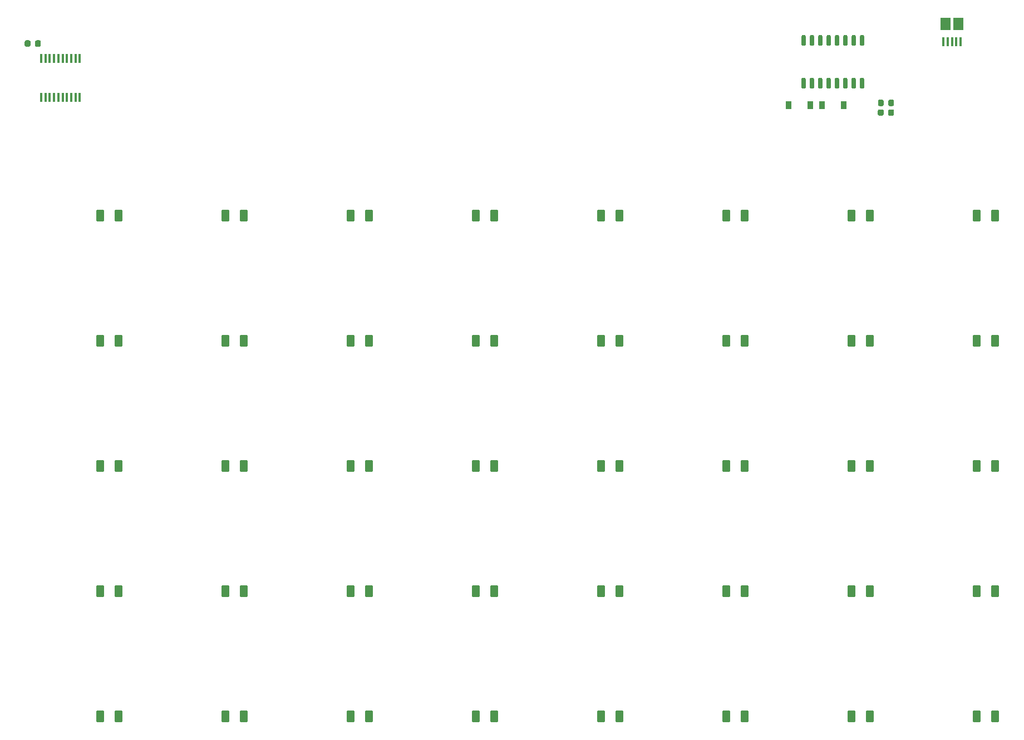
<source format=gbr>
G04 #@! TF.GenerationSoftware,KiCad,Pcbnew,(5.1.5)-3*
G04 #@! TF.CreationDate,2020-03-22T20:56:45+08:00*
G04 #@! TF.ProjectId,XS40,58533430-2e6b-4696-9361-645f70636258,rev?*
G04 #@! TF.SameCoordinates,Original*
G04 #@! TF.FileFunction,Paste,Bot*
G04 #@! TF.FilePolarity,Positive*
%FSLAX45Y45*%
G04 Gerber Fmt 4.5, Leading zero omitted, Abs format (unit mm)*
G04 Created by KiCad (PCBNEW (5.1.5)-3) date 2020-03-22 20:56:45*
%MOMM*%
%LPD*%
G04 APERTURE LIST*
%ADD10R,1.500000X1.900000*%
%ADD11R,0.400000X1.350000*%
%ADD12C,0.100000*%
%ADD13R,0.900000X1.200000*%
%ADD14R,0.450000X1.450000*%
G04 APERTURE END LIST*
D10*
X17365040Y-4239970D03*
D11*
X17465040Y-4509970D03*
X17530040Y-4509970D03*
X17595040Y-4509970D03*
X17335040Y-4509970D03*
X17400040Y-4509970D03*
D10*
X17565040Y-4239970D03*
D12*
G36*
X16561959Y-5542129D02*
G01*
X16564083Y-5542444D01*
X16566165Y-5542966D01*
X16568186Y-5543689D01*
X16570127Y-5544607D01*
X16571968Y-5545711D01*
X16573692Y-5546989D01*
X16575283Y-5548431D01*
X16576725Y-5550022D01*
X16578003Y-5551746D01*
X16579107Y-5553587D01*
X16580025Y-5555528D01*
X16580748Y-5557549D01*
X16581270Y-5559631D01*
X16581585Y-5561755D01*
X16581690Y-5563899D01*
X16581690Y-5615149D01*
X16581585Y-5617293D01*
X16581270Y-5619417D01*
X16580748Y-5621499D01*
X16580025Y-5623520D01*
X16579107Y-5625461D01*
X16578003Y-5627302D01*
X16576725Y-5629026D01*
X16575283Y-5630617D01*
X16573692Y-5632059D01*
X16571968Y-5633337D01*
X16570127Y-5634441D01*
X16568186Y-5635359D01*
X16566165Y-5636082D01*
X16564083Y-5636604D01*
X16561959Y-5636919D01*
X16559815Y-5637024D01*
X16516065Y-5637024D01*
X16513921Y-5636919D01*
X16511797Y-5636604D01*
X16509715Y-5636082D01*
X16507694Y-5635359D01*
X16505753Y-5634441D01*
X16503912Y-5633337D01*
X16502188Y-5632059D01*
X16500597Y-5630617D01*
X16499155Y-5629026D01*
X16497877Y-5627302D01*
X16496773Y-5625461D01*
X16495855Y-5623520D01*
X16495132Y-5621499D01*
X16494610Y-5619417D01*
X16494295Y-5617293D01*
X16494190Y-5615149D01*
X16494190Y-5563899D01*
X16494295Y-5561755D01*
X16494610Y-5559631D01*
X16495132Y-5557549D01*
X16495855Y-5555528D01*
X16496773Y-5553587D01*
X16497877Y-5551746D01*
X16499155Y-5550022D01*
X16500597Y-5548431D01*
X16502188Y-5546989D01*
X16503912Y-5545711D01*
X16505753Y-5544607D01*
X16507694Y-5543689D01*
X16509715Y-5542966D01*
X16511797Y-5542444D01*
X16513921Y-5542129D01*
X16516065Y-5542024D01*
X16559815Y-5542024D01*
X16561959Y-5542129D01*
G37*
G36*
X16404459Y-5542129D02*
G01*
X16406583Y-5542444D01*
X16408665Y-5542966D01*
X16410686Y-5543689D01*
X16412627Y-5544607D01*
X16414468Y-5545711D01*
X16416192Y-5546989D01*
X16417783Y-5548431D01*
X16419225Y-5550022D01*
X16420503Y-5551746D01*
X16421607Y-5553587D01*
X16422525Y-5555528D01*
X16423248Y-5557549D01*
X16423770Y-5559631D01*
X16424085Y-5561755D01*
X16424190Y-5563899D01*
X16424190Y-5615149D01*
X16424085Y-5617293D01*
X16423770Y-5619417D01*
X16423248Y-5621499D01*
X16422525Y-5623520D01*
X16421607Y-5625461D01*
X16420503Y-5627302D01*
X16419225Y-5629026D01*
X16417783Y-5630617D01*
X16416192Y-5632059D01*
X16414468Y-5633337D01*
X16412627Y-5634441D01*
X16410686Y-5635359D01*
X16408665Y-5636082D01*
X16406583Y-5636604D01*
X16404459Y-5636919D01*
X16402315Y-5637024D01*
X16358565Y-5637024D01*
X16356421Y-5636919D01*
X16354297Y-5636604D01*
X16352215Y-5636082D01*
X16350194Y-5635359D01*
X16348253Y-5634441D01*
X16346412Y-5633337D01*
X16344688Y-5632059D01*
X16343097Y-5630617D01*
X16341655Y-5629026D01*
X16340377Y-5627302D01*
X16339273Y-5625461D01*
X16338355Y-5623520D01*
X16337632Y-5621499D01*
X16337110Y-5619417D01*
X16336795Y-5617293D01*
X16336690Y-5615149D01*
X16336690Y-5563899D01*
X16336795Y-5561755D01*
X16337110Y-5559631D01*
X16337632Y-5557549D01*
X16338355Y-5555528D01*
X16339273Y-5553587D01*
X16340377Y-5551746D01*
X16341655Y-5550022D01*
X16343097Y-5548431D01*
X16344688Y-5546989D01*
X16346412Y-5545711D01*
X16348253Y-5544607D01*
X16350194Y-5543689D01*
X16352215Y-5542966D01*
X16354297Y-5542444D01*
X16356421Y-5542129D01*
X16358565Y-5542024D01*
X16402315Y-5542024D01*
X16404459Y-5542129D01*
G37*
G36*
X16562985Y-5395825D02*
G01*
X16565109Y-5396140D01*
X16567191Y-5396662D01*
X16569212Y-5397385D01*
X16571153Y-5398303D01*
X16572994Y-5399407D01*
X16574718Y-5400685D01*
X16576309Y-5402127D01*
X16577751Y-5403718D01*
X16579029Y-5405442D01*
X16580133Y-5407283D01*
X16581051Y-5409224D01*
X16581774Y-5411245D01*
X16582296Y-5413327D01*
X16582611Y-5415451D01*
X16582716Y-5417595D01*
X16582716Y-5468845D01*
X16582611Y-5470989D01*
X16582296Y-5473113D01*
X16581774Y-5475195D01*
X16581051Y-5477216D01*
X16580133Y-5479157D01*
X16579029Y-5480998D01*
X16577751Y-5482722D01*
X16576309Y-5484313D01*
X16574718Y-5485755D01*
X16572994Y-5487033D01*
X16571153Y-5488137D01*
X16569212Y-5489055D01*
X16567191Y-5489778D01*
X16565109Y-5490300D01*
X16562985Y-5490615D01*
X16560841Y-5490720D01*
X16517091Y-5490720D01*
X16514947Y-5490615D01*
X16512823Y-5490300D01*
X16510741Y-5489778D01*
X16508720Y-5489055D01*
X16506779Y-5488137D01*
X16504938Y-5487033D01*
X16503214Y-5485755D01*
X16501623Y-5484313D01*
X16500181Y-5482722D01*
X16498903Y-5480998D01*
X16497799Y-5479157D01*
X16496881Y-5477216D01*
X16496158Y-5475195D01*
X16495636Y-5473113D01*
X16495321Y-5470989D01*
X16495216Y-5468845D01*
X16495216Y-5417595D01*
X16495321Y-5415451D01*
X16495636Y-5413327D01*
X16496158Y-5411245D01*
X16496881Y-5409224D01*
X16497799Y-5407283D01*
X16498903Y-5405442D01*
X16500181Y-5403718D01*
X16501623Y-5402127D01*
X16503214Y-5400685D01*
X16504938Y-5399407D01*
X16506779Y-5398303D01*
X16508720Y-5397385D01*
X16510741Y-5396662D01*
X16512823Y-5396140D01*
X16514947Y-5395825D01*
X16517091Y-5395720D01*
X16560841Y-5395720D01*
X16562985Y-5395825D01*
G37*
G36*
X16405485Y-5395825D02*
G01*
X16407609Y-5396140D01*
X16409691Y-5396662D01*
X16411712Y-5397385D01*
X16413653Y-5398303D01*
X16415494Y-5399407D01*
X16417218Y-5400685D01*
X16418809Y-5402127D01*
X16420251Y-5403718D01*
X16421529Y-5405442D01*
X16422633Y-5407283D01*
X16423551Y-5409224D01*
X16424274Y-5411245D01*
X16424796Y-5413327D01*
X16425111Y-5415451D01*
X16425216Y-5417595D01*
X16425216Y-5468845D01*
X16425111Y-5470989D01*
X16424796Y-5473113D01*
X16424274Y-5475195D01*
X16423551Y-5477216D01*
X16422633Y-5479157D01*
X16421529Y-5480998D01*
X16420251Y-5482722D01*
X16418809Y-5484313D01*
X16417218Y-5485755D01*
X16415494Y-5487033D01*
X16413653Y-5488137D01*
X16411712Y-5489055D01*
X16409691Y-5489778D01*
X16407609Y-5490300D01*
X16405485Y-5490615D01*
X16403341Y-5490720D01*
X16359591Y-5490720D01*
X16357447Y-5490615D01*
X16355323Y-5490300D01*
X16353241Y-5489778D01*
X16351220Y-5489055D01*
X16349279Y-5488137D01*
X16347438Y-5487033D01*
X16345714Y-5485755D01*
X16344123Y-5484313D01*
X16342681Y-5482722D01*
X16341403Y-5480998D01*
X16340299Y-5479157D01*
X16339381Y-5477216D01*
X16338658Y-5475195D01*
X16338136Y-5473113D01*
X16337821Y-5470989D01*
X16337716Y-5468845D01*
X16337716Y-5417595D01*
X16337821Y-5415451D01*
X16338136Y-5413327D01*
X16338658Y-5411245D01*
X16339381Y-5409224D01*
X16340299Y-5407283D01*
X16341403Y-5405442D01*
X16342681Y-5403718D01*
X16344123Y-5402127D01*
X16345714Y-5400685D01*
X16347438Y-5399407D01*
X16349279Y-5398303D01*
X16351220Y-5397385D01*
X16353241Y-5396662D01*
X16355323Y-5396140D01*
X16357447Y-5395825D01*
X16359591Y-5395720D01*
X16403341Y-5395720D01*
X16405485Y-5395825D01*
G37*
G36*
X3425069Y-4491585D02*
G01*
X3427193Y-4491900D01*
X3429275Y-4492422D01*
X3431296Y-4493145D01*
X3433237Y-4494063D01*
X3435078Y-4495167D01*
X3436802Y-4496445D01*
X3438393Y-4497887D01*
X3439835Y-4499478D01*
X3441113Y-4501202D01*
X3442217Y-4503043D01*
X3443135Y-4504984D01*
X3443858Y-4507005D01*
X3444380Y-4509087D01*
X3444695Y-4511211D01*
X3444800Y-4513355D01*
X3444800Y-4564605D01*
X3444695Y-4566749D01*
X3444380Y-4568873D01*
X3443858Y-4570955D01*
X3443135Y-4572976D01*
X3442217Y-4574917D01*
X3441113Y-4576758D01*
X3439835Y-4578482D01*
X3438393Y-4580073D01*
X3436802Y-4581515D01*
X3435078Y-4582793D01*
X3433237Y-4583897D01*
X3431296Y-4584815D01*
X3429275Y-4585538D01*
X3427193Y-4586060D01*
X3425069Y-4586375D01*
X3422925Y-4586480D01*
X3379175Y-4586480D01*
X3377031Y-4586375D01*
X3374907Y-4586060D01*
X3372825Y-4585538D01*
X3370804Y-4584815D01*
X3368863Y-4583897D01*
X3367022Y-4582793D01*
X3365298Y-4581515D01*
X3363707Y-4580073D01*
X3362265Y-4578482D01*
X3360987Y-4576758D01*
X3359883Y-4574917D01*
X3358965Y-4572976D01*
X3358242Y-4570955D01*
X3357720Y-4568873D01*
X3357405Y-4566749D01*
X3357300Y-4564605D01*
X3357300Y-4513355D01*
X3357405Y-4511211D01*
X3357720Y-4509087D01*
X3358242Y-4507005D01*
X3358965Y-4504984D01*
X3359883Y-4503043D01*
X3360987Y-4501202D01*
X3362265Y-4499478D01*
X3363707Y-4497887D01*
X3365298Y-4496445D01*
X3367022Y-4495167D01*
X3368863Y-4494063D01*
X3370804Y-4493145D01*
X3372825Y-4492422D01*
X3374907Y-4491900D01*
X3377031Y-4491585D01*
X3379175Y-4491480D01*
X3422925Y-4491480D01*
X3425069Y-4491585D01*
G37*
G36*
X3582569Y-4491585D02*
G01*
X3584693Y-4491900D01*
X3586775Y-4492422D01*
X3588796Y-4493145D01*
X3590737Y-4494063D01*
X3592578Y-4495167D01*
X3594302Y-4496445D01*
X3595893Y-4497887D01*
X3597335Y-4499478D01*
X3598613Y-4501202D01*
X3599717Y-4503043D01*
X3600635Y-4504984D01*
X3601358Y-4507005D01*
X3601880Y-4509087D01*
X3602195Y-4511211D01*
X3602300Y-4513355D01*
X3602300Y-4564605D01*
X3602195Y-4566749D01*
X3601880Y-4568873D01*
X3601358Y-4570955D01*
X3600635Y-4572976D01*
X3599717Y-4574917D01*
X3598613Y-4576758D01*
X3597335Y-4578482D01*
X3595893Y-4580073D01*
X3594302Y-4581515D01*
X3592578Y-4582793D01*
X3590737Y-4583897D01*
X3588796Y-4584815D01*
X3586775Y-4585538D01*
X3584693Y-4586060D01*
X3582569Y-4586375D01*
X3580425Y-4586480D01*
X3536675Y-4586480D01*
X3534531Y-4586375D01*
X3532407Y-4586060D01*
X3530325Y-4585538D01*
X3528304Y-4584815D01*
X3526363Y-4583897D01*
X3524522Y-4582793D01*
X3522798Y-4581515D01*
X3521207Y-4580073D01*
X3519765Y-4578482D01*
X3518487Y-4576758D01*
X3517383Y-4574917D01*
X3516465Y-4572976D01*
X3515742Y-4570955D01*
X3515220Y-4568873D01*
X3514905Y-4566749D01*
X3514800Y-4564605D01*
X3514800Y-4513355D01*
X3514905Y-4511211D01*
X3515220Y-4509087D01*
X3515742Y-4507005D01*
X3516465Y-4504984D01*
X3517383Y-4503043D01*
X3518487Y-4501202D01*
X3519765Y-4499478D01*
X3521207Y-4497887D01*
X3522798Y-4496445D01*
X3524522Y-4495167D01*
X3526363Y-4494063D01*
X3528304Y-4493145D01*
X3530325Y-4492422D01*
X3532407Y-4491900D01*
X3534531Y-4491585D01*
X3536675Y-4491480D01*
X3580425Y-4491480D01*
X3582569Y-4491585D01*
G37*
G36*
X4545610Y-7070340D02*
G01*
X4548037Y-7070700D01*
X4550417Y-7071296D01*
X4552727Y-7072123D01*
X4554945Y-7073172D01*
X4557049Y-7074433D01*
X4559020Y-7075895D01*
X4560838Y-7077542D01*
X4562485Y-7079360D01*
X4563947Y-7081331D01*
X4565208Y-7083435D01*
X4566257Y-7085653D01*
X4567084Y-7087963D01*
X4567680Y-7090343D01*
X4568040Y-7092770D01*
X4568160Y-7095220D01*
X4568160Y-7220220D01*
X4568040Y-7222670D01*
X4567680Y-7225097D01*
X4567084Y-7227477D01*
X4566257Y-7229787D01*
X4565208Y-7232005D01*
X4563947Y-7234109D01*
X4562485Y-7236080D01*
X4560838Y-7237898D01*
X4559020Y-7239545D01*
X4557049Y-7241007D01*
X4554945Y-7242268D01*
X4552727Y-7243317D01*
X4550417Y-7244143D01*
X4548037Y-7244740D01*
X4545610Y-7245100D01*
X4543160Y-7245220D01*
X4468160Y-7245220D01*
X4465710Y-7245100D01*
X4463283Y-7244740D01*
X4460903Y-7244143D01*
X4458593Y-7243317D01*
X4456375Y-7242268D01*
X4454271Y-7241007D01*
X4452300Y-7239545D01*
X4450482Y-7237898D01*
X4448835Y-7236080D01*
X4447373Y-7234109D01*
X4446112Y-7232005D01*
X4445063Y-7229787D01*
X4444237Y-7227477D01*
X4443640Y-7225097D01*
X4443280Y-7222670D01*
X4443160Y-7220220D01*
X4443160Y-7095220D01*
X4443280Y-7092770D01*
X4443640Y-7090343D01*
X4444237Y-7087963D01*
X4445063Y-7085653D01*
X4446112Y-7083435D01*
X4447373Y-7081331D01*
X4448835Y-7079360D01*
X4450482Y-7077542D01*
X4452300Y-7075895D01*
X4454271Y-7074433D01*
X4456375Y-7073172D01*
X4458593Y-7072123D01*
X4460903Y-7071296D01*
X4463283Y-7070700D01*
X4465710Y-7070340D01*
X4468160Y-7070220D01*
X4543160Y-7070220D01*
X4545610Y-7070340D01*
G37*
G36*
X4825610Y-7070340D02*
G01*
X4828037Y-7070700D01*
X4830417Y-7071296D01*
X4832727Y-7072123D01*
X4834945Y-7073172D01*
X4837049Y-7074433D01*
X4839020Y-7075895D01*
X4840838Y-7077542D01*
X4842485Y-7079360D01*
X4843947Y-7081331D01*
X4845208Y-7083435D01*
X4846257Y-7085653D01*
X4847084Y-7087963D01*
X4847680Y-7090343D01*
X4848040Y-7092770D01*
X4848160Y-7095220D01*
X4848160Y-7220220D01*
X4848040Y-7222670D01*
X4847680Y-7225097D01*
X4847084Y-7227477D01*
X4846257Y-7229787D01*
X4845208Y-7232005D01*
X4843947Y-7234109D01*
X4842485Y-7236080D01*
X4840838Y-7237898D01*
X4839020Y-7239545D01*
X4837049Y-7241007D01*
X4834945Y-7242268D01*
X4832727Y-7243317D01*
X4830417Y-7244143D01*
X4828037Y-7244740D01*
X4825610Y-7245100D01*
X4823160Y-7245220D01*
X4748160Y-7245220D01*
X4745710Y-7245100D01*
X4743283Y-7244740D01*
X4740903Y-7244143D01*
X4738593Y-7243317D01*
X4736375Y-7242268D01*
X4734271Y-7241007D01*
X4732300Y-7239545D01*
X4730482Y-7237898D01*
X4728835Y-7236080D01*
X4727373Y-7234109D01*
X4726112Y-7232005D01*
X4725063Y-7229787D01*
X4724237Y-7227477D01*
X4723640Y-7225097D01*
X4723280Y-7222670D01*
X4723160Y-7220220D01*
X4723160Y-7095220D01*
X4723280Y-7092770D01*
X4723640Y-7090343D01*
X4724237Y-7087963D01*
X4725063Y-7085653D01*
X4726112Y-7083435D01*
X4727373Y-7081331D01*
X4728835Y-7079360D01*
X4730482Y-7077542D01*
X4732300Y-7075895D01*
X4734271Y-7074433D01*
X4736375Y-7073172D01*
X4738593Y-7072123D01*
X4740903Y-7071296D01*
X4743283Y-7070700D01*
X4745710Y-7070340D01*
X4748160Y-7070220D01*
X4823160Y-7070220D01*
X4825610Y-7070340D01*
G37*
G36*
X6730610Y-7070340D02*
G01*
X6733037Y-7070700D01*
X6735417Y-7071296D01*
X6737727Y-7072123D01*
X6739945Y-7073172D01*
X6742049Y-7074433D01*
X6744020Y-7075895D01*
X6745838Y-7077542D01*
X6747485Y-7079360D01*
X6748947Y-7081331D01*
X6750208Y-7083435D01*
X6751257Y-7085653D01*
X6752083Y-7087963D01*
X6752680Y-7090343D01*
X6753040Y-7092770D01*
X6753160Y-7095220D01*
X6753160Y-7220220D01*
X6753040Y-7222670D01*
X6752680Y-7225097D01*
X6752083Y-7227477D01*
X6751257Y-7229787D01*
X6750208Y-7232005D01*
X6748947Y-7234109D01*
X6747485Y-7236080D01*
X6745838Y-7237898D01*
X6744020Y-7239545D01*
X6742049Y-7241007D01*
X6739945Y-7242268D01*
X6737727Y-7243317D01*
X6735417Y-7244143D01*
X6733037Y-7244740D01*
X6730610Y-7245100D01*
X6728160Y-7245220D01*
X6653160Y-7245220D01*
X6650710Y-7245100D01*
X6648283Y-7244740D01*
X6645903Y-7244143D01*
X6643593Y-7243317D01*
X6641375Y-7242268D01*
X6639271Y-7241007D01*
X6637300Y-7239545D01*
X6635482Y-7237898D01*
X6633835Y-7236080D01*
X6632373Y-7234109D01*
X6631112Y-7232005D01*
X6630063Y-7229787D01*
X6629236Y-7227477D01*
X6628640Y-7225097D01*
X6628280Y-7222670D01*
X6628160Y-7220220D01*
X6628160Y-7095220D01*
X6628280Y-7092770D01*
X6628640Y-7090343D01*
X6629236Y-7087963D01*
X6630063Y-7085653D01*
X6631112Y-7083435D01*
X6632373Y-7081331D01*
X6633835Y-7079360D01*
X6635482Y-7077542D01*
X6637300Y-7075895D01*
X6639271Y-7074433D01*
X6641375Y-7073172D01*
X6643593Y-7072123D01*
X6645903Y-7071296D01*
X6648283Y-7070700D01*
X6650710Y-7070340D01*
X6653160Y-7070220D01*
X6728160Y-7070220D01*
X6730610Y-7070340D01*
G37*
G36*
X6450610Y-7070340D02*
G01*
X6453037Y-7070700D01*
X6455417Y-7071296D01*
X6457727Y-7072123D01*
X6459945Y-7073172D01*
X6462049Y-7074433D01*
X6464020Y-7075895D01*
X6465838Y-7077542D01*
X6467485Y-7079360D01*
X6468947Y-7081331D01*
X6470208Y-7083435D01*
X6471257Y-7085653D01*
X6472083Y-7087963D01*
X6472680Y-7090343D01*
X6473040Y-7092770D01*
X6473160Y-7095220D01*
X6473160Y-7220220D01*
X6473040Y-7222670D01*
X6472680Y-7225097D01*
X6472083Y-7227477D01*
X6471257Y-7229787D01*
X6470208Y-7232005D01*
X6468947Y-7234109D01*
X6467485Y-7236080D01*
X6465838Y-7237898D01*
X6464020Y-7239545D01*
X6462049Y-7241007D01*
X6459945Y-7242268D01*
X6457727Y-7243317D01*
X6455417Y-7244143D01*
X6453037Y-7244740D01*
X6450610Y-7245100D01*
X6448160Y-7245220D01*
X6373160Y-7245220D01*
X6370710Y-7245100D01*
X6368283Y-7244740D01*
X6365903Y-7244143D01*
X6363593Y-7243317D01*
X6361375Y-7242268D01*
X6359271Y-7241007D01*
X6357300Y-7239545D01*
X6355482Y-7237898D01*
X6353835Y-7236080D01*
X6352373Y-7234109D01*
X6351112Y-7232005D01*
X6350063Y-7229787D01*
X6349236Y-7227477D01*
X6348640Y-7225097D01*
X6348280Y-7222670D01*
X6348160Y-7220220D01*
X6348160Y-7095220D01*
X6348280Y-7092770D01*
X6348640Y-7090343D01*
X6349236Y-7087963D01*
X6350063Y-7085653D01*
X6351112Y-7083435D01*
X6352373Y-7081331D01*
X6353835Y-7079360D01*
X6355482Y-7077542D01*
X6357300Y-7075895D01*
X6359271Y-7074433D01*
X6361375Y-7073172D01*
X6363593Y-7072123D01*
X6365903Y-7071296D01*
X6368283Y-7070700D01*
X6370710Y-7070340D01*
X6373160Y-7070220D01*
X6448160Y-7070220D01*
X6450610Y-7070340D01*
G37*
G36*
X8635610Y-7070340D02*
G01*
X8638037Y-7070700D01*
X8640417Y-7071296D01*
X8642727Y-7072123D01*
X8644945Y-7073172D01*
X8647049Y-7074433D01*
X8649020Y-7075895D01*
X8650838Y-7077542D01*
X8652485Y-7079360D01*
X8653947Y-7081331D01*
X8655208Y-7083435D01*
X8656257Y-7085653D01*
X8657084Y-7087963D01*
X8657680Y-7090343D01*
X8658040Y-7092770D01*
X8658160Y-7095220D01*
X8658160Y-7220220D01*
X8658040Y-7222670D01*
X8657680Y-7225097D01*
X8657084Y-7227477D01*
X8656257Y-7229787D01*
X8655208Y-7232005D01*
X8653947Y-7234109D01*
X8652485Y-7236080D01*
X8650838Y-7237898D01*
X8649020Y-7239545D01*
X8647049Y-7241007D01*
X8644945Y-7242268D01*
X8642727Y-7243317D01*
X8640417Y-7244143D01*
X8638037Y-7244740D01*
X8635610Y-7245100D01*
X8633160Y-7245220D01*
X8558160Y-7245220D01*
X8555710Y-7245100D01*
X8553283Y-7244740D01*
X8550903Y-7244143D01*
X8548593Y-7243317D01*
X8546375Y-7242268D01*
X8544271Y-7241007D01*
X8542300Y-7239545D01*
X8540482Y-7237898D01*
X8538835Y-7236080D01*
X8537373Y-7234109D01*
X8536112Y-7232005D01*
X8535063Y-7229787D01*
X8534237Y-7227477D01*
X8533640Y-7225097D01*
X8533280Y-7222670D01*
X8533160Y-7220220D01*
X8533160Y-7095220D01*
X8533280Y-7092770D01*
X8533640Y-7090343D01*
X8534237Y-7087963D01*
X8535063Y-7085653D01*
X8536112Y-7083435D01*
X8537373Y-7081331D01*
X8538835Y-7079360D01*
X8540482Y-7077542D01*
X8542300Y-7075895D01*
X8544271Y-7074433D01*
X8546375Y-7073172D01*
X8548593Y-7072123D01*
X8550903Y-7071296D01*
X8553283Y-7070700D01*
X8555710Y-7070340D01*
X8558160Y-7070220D01*
X8633160Y-7070220D01*
X8635610Y-7070340D01*
G37*
G36*
X8355610Y-7070340D02*
G01*
X8358037Y-7070700D01*
X8360417Y-7071296D01*
X8362727Y-7072123D01*
X8364945Y-7073172D01*
X8367049Y-7074433D01*
X8369020Y-7075895D01*
X8370838Y-7077542D01*
X8372485Y-7079360D01*
X8373947Y-7081331D01*
X8375208Y-7083435D01*
X8376257Y-7085653D01*
X8377083Y-7087963D01*
X8377680Y-7090343D01*
X8378040Y-7092770D01*
X8378160Y-7095220D01*
X8378160Y-7220220D01*
X8378040Y-7222670D01*
X8377680Y-7225097D01*
X8377083Y-7227477D01*
X8376257Y-7229787D01*
X8375208Y-7232005D01*
X8373947Y-7234109D01*
X8372485Y-7236080D01*
X8370838Y-7237898D01*
X8369020Y-7239545D01*
X8367049Y-7241007D01*
X8364945Y-7242268D01*
X8362727Y-7243317D01*
X8360417Y-7244143D01*
X8358037Y-7244740D01*
X8355610Y-7245100D01*
X8353160Y-7245220D01*
X8278160Y-7245220D01*
X8275710Y-7245100D01*
X8273283Y-7244740D01*
X8270903Y-7244143D01*
X8268593Y-7243317D01*
X8266375Y-7242268D01*
X8264271Y-7241007D01*
X8262300Y-7239545D01*
X8260482Y-7237898D01*
X8258835Y-7236080D01*
X8257373Y-7234109D01*
X8256112Y-7232005D01*
X8255063Y-7229787D01*
X8254236Y-7227477D01*
X8253640Y-7225097D01*
X8253280Y-7222670D01*
X8253160Y-7220220D01*
X8253160Y-7095220D01*
X8253280Y-7092770D01*
X8253640Y-7090343D01*
X8254236Y-7087963D01*
X8255063Y-7085653D01*
X8256112Y-7083435D01*
X8257373Y-7081331D01*
X8258835Y-7079360D01*
X8260482Y-7077542D01*
X8262300Y-7075895D01*
X8264271Y-7074433D01*
X8266375Y-7073172D01*
X8268593Y-7072123D01*
X8270903Y-7071296D01*
X8273283Y-7070700D01*
X8275710Y-7070340D01*
X8278160Y-7070220D01*
X8353160Y-7070220D01*
X8355610Y-7070340D01*
G37*
G36*
X10540610Y-7070340D02*
G01*
X10543037Y-7070700D01*
X10545417Y-7071296D01*
X10547727Y-7072123D01*
X10549945Y-7073172D01*
X10552049Y-7074433D01*
X10554020Y-7075895D01*
X10555838Y-7077542D01*
X10557485Y-7079360D01*
X10558947Y-7081331D01*
X10560208Y-7083435D01*
X10561257Y-7085653D01*
X10562084Y-7087963D01*
X10562680Y-7090343D01*
X10563040Y-7092770D01*
X10563160Y-7095220D01*
X10563160Y-7220220D01*
X10563040Y-7222670D01*
X10562680Y-7225097D01*
X10562084Y-7227477D01*
X10561257Y-7229787D01*
X10560208Y-7232005D01*
X10558947Y-7234109D01*
X10557485Y-7236080D01*
X10555838Y-7237898D01*
X10554020Y-7239545D01*
X10552049Y-7241007D01*
X10549945Y-7242268D01*
X10547727Y-7243317D01*
X10545417Y-7244143D01*
X10543037Y-7244740D01*
X10540610Y-7245100D01*
X10538160Y-7245220D01*
X10463160Y-7245220D01*
X10460710Y-7245100D01*
X10458283Y-7244740D01*
X10455903Y-7244143D01*
X10453593Y-7243317D01*
X10451375Y-7242268D01*
X10449271Y-7241007D01*
X10447300Y-7239545D01*
X10445482Y-7237898D01*
X10443835Y-7236080D01*
X10442373Y-7234109D01*
X10441112Y-7232005D01*
X10440063Y-7229787D01*
X10439237Y-7227477D01*
X10438640Y-7225097D01*
X10438280Y-7222670D01*
X10438160Y-7220220D01*
X10438160Y-7095220D01*
X10438280Y-7092770D01*
X10438640Y-7090343D01*
X10439237Y-7087963D01*
X10440063Y-7085653D01*
X10441112Y-7083435D01*
X10442373Y-7081331D01*
X10443835Y-7079360D01*
X10445482Y-7077542D01*
X10447300Y-7075895D01*
X10449271Y-7074433D01*
X10451375Y-7073172D01*
X10453593Y-7072123D01*
X10455903Y-7071296D01*
X10458283Y-7070700D01*
X10460710Y-7070340D01*
X10463160Y-7070220D01*
X10538160Y-7070220D01*
X10540610Y-7070340D01*
G37*
G36*
X10260610Y-7070340D02*
G01*
X10263037Y-7070700D01*
X10265417Y-7071296D01*
X10267727Y-7072123D01*
X10269945Y-7073172D01*
X10272049Y-7074433D01*
X10274020Y-7075895D01*
X10275838Y-7077542D01*
X10277485Y-7079360D01*
X10278947Y-7081331D01*
X10280208Y-7083435D01*
X10281257Y-7085653D01*
X10282084Y-7087963D01*
X10282680Y-7090343D01*
X10283040Y-7092770D01*
X10283160Y-7095220D01*
X10283160Y-7220220D01*
X10283040Y-7222670D01*
X10282680Y-7225097D01*
X10282084Y-7227477D01*
X10281257Y-7229787D01*
X10280208Y-7232005D01*
X10278947Y-7234109D01*
X10277485Y-7236080D01*
X10275838Y-7237898D01*
X10274020Y-7239545D01*
X10272049Y-7241007D01*
X10269945Y-7242268D01*
X10267727Y-7243317D01*
X10265417Y-7244143D01*
X10263037Y-7244740D01*
X10260610Y-7245100D01*
X10258160Y-7245220D01*
X10183160Y-7245220D01*
X10180710Y-7245100D01*
X10178283Y-7244740D01*
X10175903Y-7244143D01*
X10173593Y-7243317D01*
X10171375Y-7242268D01*
X10169271Y-7241007D01*
X10167300Y-7239545D01*
X10165482Y-7237898D01*
X10163835Y-7236080D01*
X10162373Y-7234109D01*
X10161112Y-7232005D01*
X10160063Y-7229787D01*
X10159237Y-7227477D01*
X10158640Y-7225097D01*
X10158280Y-7222670D01*
X10158160Y-7220220D01*
X10158160Y-7095220D01*
X10158280Y-7092770D01*
X10158640Y-7090343D01*
X10159237Y-7087963D01*
X10160063Y-7085653D01*
X10161112Y-7083435D01*
X10162373Y-7081331D01*
X10163835Y-7079360D01*
X10165482Y-7077542D01*
X10167300Y-7075895D01*
X10169271Y-7074433D01*
X10171375Y-7073172D01*
X10173593Y-7072123D01*
X10175903Y-7071296D01*
X10178283Y-7070700D01*
X10180710Y-7070340D01*
X10183160Y-7070220D01*
X10258160Y-7070220D01*
X10260610Y-7070340D01*
G37*
G36*
X12445610Y-7070340D02*
G01*
X12448037Y-7070700D01*
X12450417Y-7071296D01*
X12452727Y-7072123D01*
X12454945Y-7073172D01*
X12457049Y-7074433D01*
X12459020Y-7075895D01*
X12460838Y-7077542D01*
X12462485Y-7079360D01*
X12463947Y-7081331D01*
X12465208Y-7083435D01*
X12466257Y-7085653D01*
X12467083Y-7087963D01*
X12467680Y-7090343D01*
X12468040Y-7092770D01*
X12468160Y-7095220D01*
X12468160Y-7220220D01*
X12468040Y-7222670D01*
X12467680Y-7225097D01*
X12467083Y-7227477D01*
X12466257Y-7229787D01*
X12465208Y-7232005D01*
X12463947Y-7234109D01*
X12462485Y-7236080D01*
X12460838Y-7237898D01*
X12459020Y-7239545D01*
X12457049Y-7241007D01*
X12454945Y-7242268D01*
X12452727Y-7243317D01*
X12450417Y-7244143D01*
X12448037Y-7244740D01*
X12445610Y-7245100D01*
X12443160Y-7245220D01*
X12368160Y-7245220D01*
X12365710Y-7245100D01*
X12363283Y-7244740D01*
X12360903Y-7244143D01*
X12358593Y-7243317D01*
X12356375Y-7242268D01*
X12354271Y-7241007D01*
X12352300Y-7239545D01*
X12350482Y-7237898D01*
X12348835Y-7236080D01*
X12347373Y-7234109D01*
X12346112Y-7232005D01*
X12345063Y-7229787D01*
X12344236Y-7227477D01*
X12343640Y-7225097D01*
X12343280Y-7222670D01*
X12343160Y-7220220D01*
X12343160Y-7095220D01*
X12343280Y-7092770D01*
X12343640Y-7090343D01*
X12344236Y-7087963D01*
X12345063Y-7085653D01*
X12346112Y-7083435D01*
X12347373Y-7081331D01*
X12348835Y-7079360D01*
X12350482Y-7077542D01*
X12352300Y-7075895D01*
X12354271Y-7074433D01*
X12356375Y-7073172D01*
X12358593Y-7072123D01*
X12360903Y-7071296D01*
X12363283Y-7070700D01*
X12365710Y-7070340D01*
X12368160Y-7070220D01*
X12443160Y-7070220D01*
X12445610Y-7070340D01*
G37*
G36*
X12165610Y-7070340D02*
G01*
X12168037Y-7070700D01*
X12170417Y-7071296D01*
X12172727Y-7072123D01*
X12174945Y-7073172D01*
X12177049Y-7074433D01*
X12179020Y-7075895D01*
X12180838Y-7077542D01*
X12182485Y-7079360D01*
X12183947Y-7081331D01*
X12185208Y-7083435D01*
X12186257Y-7085653D01*
X12187083Y-7087963D01*
X12187680Y-7090343D01*
X12188040Y-7092770D01*
X12188160Y-7095220D01*
X12188160Y-7220220D01*
X12188040Y-7222670D01*
X12187680Y-7225097D01*
X12187083Y-7227477D01*
X12186257Y-7229787D01*
X12185208Y-7232005D01*
X12183947Y-7234109D01*
X12182485Y-7236080D01*
X12180838Y-7237898D01*
X12179020Y-7239545D01*
X12177049Y-7241007D01*
X12174945Y-7242268D01*
X12172727Y-7243317D01*
X12170417Y-7244143D01*
X12168037Y-7244740D01*
X12165610Y-7245100D01*
X12163160Y-7245220D01*
X12088160Y-7245220D01*
X12085710Y-7245100D01*
X12083283Y-7244740D01*
X12080903Y-7244143D01*
X12078593Y-7243317D01*
X12076375Y-7242268D01*
X12074271Y-7241007D01*
X12072300Y-7239545D01*
X12070482Y-7237898D01*
X12068835Y-7236080D01*
X12067373Y-7234109D01*
X12066112Y-7232005D01*
X12065063Y-7229787D01*
X12064236Y-7227477D01*
X12063640Y-7225097D01*
X12063280Y-7222670D01*
X12063160Y-7220220D01*
X12063160Y-7095220D01*
X12063280Y-7092770D01*
X12063640Y-7090343D01*
X12064236Y-7087963D01*
X12065063Y-7085653D01*
X12066112Y-7083435D01*
X12067373Y-7081331D01*
X12068835Y-7079360D01*
X12070482Y-7077542D01*
X12072300Y-7075895D01*
X12074271Y-7074433D01*
X12076375Y-7073172D01*
X12078593Y-7072123D01*
X12080903Y-7071296D01*
X12083283Y-7070700D01*
X12085710Y-7070340D01*
X12088160Y-7070220D01*
X12163160Y-7070220D01*
X12165610Y-7070340D01*
G37*
G36*
X14350610Y-7070340D02*
G01*
X14353037Y-7070700D01*
X14355417Y-7071296D01*
X14357727Y-7072123D01*
X14359945Y-7073172D01*
X14362049Y-7074433D01*
X14364020Y-7075895D01*
X14365838Y-7077542D01*
X14367485Y-7079360D01*
X14368947Y-7081331D01*
X14370208Y-7083435D01*
X14371257Y-7085653D01*
X14372083Y-7087963D01*
X14372680Y-7090343D01*
X14373040Y-7092770D01*
X14373160Y-7095220D01*
X14373160Y-7220220D01*
X14373040Y-7222670D01*
X14372680Y-7225097D01*
X14372083Y-7227477D01*
X14371257Y-7229787D01*
X14370208Y-7232005D01*
X14368947Y-7234109D01*
X14367485Y-7236080D01*
X14365838Y-7237898D01*
X14364020Y-7239545D01*
X14362049Y-7241007D01*
X14359945Y-7242268D01*
X14357727Y-7243317D01*
X14355417Y-7244143D01*
X14353037Y-7244740D01*
X14350610Y-7245100D01*
X14348160Y-7245220D01*
X14273160Y-7245220D01*
X14270710Y-7245100D01*
X14268283Y-7244740D01*
X14265903Y-7244143D01*
X14263593Y-7243317D01*
X14261375Y-7242268D01*
X14259271Y-7241007D01*
X14257300Y-7239545D01*
X14255482Y-7237898D01*
X14253835Y-7236080D01*
X14252373Y-7234109D01*
X14251112Y-7232005D01*
X14250063Y-7229787D01*
X14249236Y-7227477D01*
X14248640Y-7225097D01*
X14248280Y-7222670D01*
X14248160Y-7220220D01*
X14248160Y-7095220D01*
X14248280Y-7092770D01*
X14248640Y-7090343D01*
X14249236Y-7087963D01*
X14250063Y-7085653D01*
X14251112Y-7083435D01*
X14252373Y-7081331D01*
X14253835Y-7079360D01*
X14255482Y-7077542D01*
X14257300Y-7075895D01*
X14259271Y-7074433D01*
X14261375Y-7073172D01*
X14263593Y-7072123D01*
X14265903Y-7071296D01*
X14268283Y-7070700D01*
X14270710Y-7070340D01*
X14273160Y-7070220D01*
X14348160Y-7070220D01*
X14350610Y-7070340D01*
G37*
G36*
X14070610Y-7070340D02*
G01*
X14073037Y-7070700D01*
X14075417Y-7071296D01*
X14077727Y-7072123D01*
X14079945Y-7073172D01*
X14082049Y-7074433D01*
X14084020Y-7075895D01*
X14085838Y-7077542D01*
X14087485Y-7079360D01*
X14088947Y-7081331D01*
X14090208Y-7083435D01*
X14091257Y-7085653D01*
X14092083Y-7087963D01*
X14092680Y-7090343D01*
X14093040Y-7092770D01*
X14093160Y-7095220D01*
X14093160Y-7220220D01*
X14093040Y-7222670D01*
X14092680Y-7225097D01*
X14092083Y-7227477D01*
X14091257Y-7229787D01*
X14090208Y-7232005D01*
X14088947Y-7234109D01*
X14087485Y-7236080D01*
X14085838Y-7237898D01*
X14084020Y-7239545D01*
X14082049Y-7241007D01*
X14079945Y-7242268D01*
X14077727Y-7243317D01*
X14075417Y-7244143D01*
X14073037Y-7244740D01*
X14070610Y-7245100D01*
X14068160Y-7245220D01*
X13993160Y-7245220D01*
X13990710Y-7245100D01*
X13988283Y-7244740D01*
X13985903Y-7244143D01*
X13983593Y-7243317D01*
X13981375Y-7242268D01*
X13979271Y-7241007D01*
X13977300Y-7239545D01*
X13975482Y-7237898D01*
X13973835Y-7236080D01*
X13972373Y-7234109D01*
X13971112Y-7232005D01*
X13970063Y-7229787D01*
X13969236Y-7227477D01*
X13968640Y-7225097D01*
X13968280Y-7222670D01*
X13968160Y-7220220D01*
X13968160Y-7095220D01*
X13968280Y-7092770D01*
X13968640Y-7090343D01*
X13969236Y-7087963D01*
X13970063Y-7085653D01*
X13971112Y-7083435D01*
X13972373Y-7081331D01*
X13973835Y-7079360D01*
X13975482Y-7077542D01*
X13977300Y-7075895D01*
X13979271Y-7074433D01*
X13981375Y-7073172D01*
X13983593Y-7072123D01*
X13985903Y-7071296D01*
X13988283Y-7070700D01*
X13990710Y-7070340D01*
X13993160Y-7070220D01*
X14068160Y-7070220D01*
X14070610Y-7070340D01*
G37*
G36*
X15975610Y-7070340D02*
G01*
X15978037Y-7070700D01*
X15980417Y-7071296D01*
X15982727Y-7072123D01*
X15984945Y-7073172D01*
X15987049Y-7074433D01*
X15989020Y-7075895D01*
X15990838Y-7077542D01*
X15992485Y-7079360D01*
X15993947Y-7081331D01*
X15995208Y-7083435D01*
X15996257Y-7085653D01*
X15997083Y-7087963D01*
X15997680Y-7090343D01*
X15998040Y-7092770D01*
X15998160Y-7095220D01*
X15998160Y-7220220D01*
X15998040Y-7222670D01*
X15997680Y-7225097D01*
X15997083Y-7227477D01*
X15996257Y-7229787D01*
X15995208Y-7232005D01*
X15993947Y-7234109D01*
X15992485Y-7236080D01*
X15990838Y-7237898D01*
X15989020Y-7239545D01*
X15987049Y-7241007D01*
X15984945Y-7242268D01*
X15982727Y-7243317D01*
X15980417Y-7244143D01*
X15978037Y-7244740D01*
X15975610Y-7245100D01*
X15973160Y-7245220D01*
X15898160Y-7245220D01*
X15895710Y-7245100D01*
X15893283Y-7244740D01*
X15890903Y-7244143D01*
X15888593Y-7243317D01*
X15886375Y-7242268D01*
X15884271Y-7241007D01*
X15882300Y-7239545D01*
X15880482Y-7237898D01*
X15878835Y-7236080D01*
X15877373Y-7234109D01*
X15876112Y-7232005D01*
X15875063Y-7229787D01*
X15874236Y-7227477D01*
X15873640Y-7225097D01*
X15873280Y-7222670D01*
X15873160Y-7220220D01*
X15873160Y-7095220D01*
X15873280Y-7092770D01*
X15873640Y-7090343D01*
X15874236Y-7087963D01*
X15875063Y-7085653D01*
X15876112Y-7083435D01*
X15877373Y-7081331D01*
X15878835Y-7079360D01*
X15880482Y-7077542D01*
X15882300Y-7075895D01*
X15884271Y-7074433D01*
X15886375Y-7073172D01*
X15888593Y-7072123D01*
X15890903Y-7071296D01*
X15893283Y-7070700D01*
X15895710Y-7070340D01*
X15898160Y-7070220D01*
X15973160Y-7070220D01*
X15975610Y-7070340D01*
G37*
G36*
X16255610Y-7070340D02*
G01*
X16258037Y-7070700D01*
X16260417Y-7071296D01*
X16262727Y-7072123D01*
X16264945Y-7073172D01*
X16267049Y-7074433D01*
X16269020Y-7075895D01*
X16270838Y-7077542D01*
X16272485Y-7079360D01*
X16273947Y-7081331D01*
X16275208Y-7083435D01*
X16276257Y-7085653D01*
X16277083Y-7087963D01*
X16277680Y-7090343D01*
X16278040Y-7092770D01*
X16278160Y-7095220D01*
X16278160Y-7220220D01*
X16278040Y-7222670D01*
X16277680Y-7225097D01*
X16277083Y-7227477D01*
X16276257Y-7229787D01*
X16275208Y-7232005D01*
X16273947Y-7234109D01*
X16272485Y-7236080D01*
X16270838Y-7237898D01*
X16269020Y-7239545D01*
X16267049Y-7241007D01*
X16264945Y-7242268D01*
X16262727Y-7243317D01*
X16260417Y-7244143D01*
X16258037Y-7244740D01*
X16255610Y-7245100D01*
X16253160Y-7245220D01*
X16178160Y-7245220D01*
X16175710Y-7245100D01*
X16173283Y-7244740D01*
X16170903Y-7244143D01*
X16168593Y-7243317D01*
X16166375Y-7242268D01*
X16164271Y-7241007D01*
X16162300Y-7239545D01*
X16160482Y-7237898D01*
X16158835Y-7236080D01*
X16157373Y-7234109D01*
X16156112Y-7232005D01*
X16155063Y-7229787D01*
X16154236Y-7227477D01*
X16153640Y-7225097D01*
X16153280Y-7222670D01*
X16153160Y-7220220D01*
X16153160Y-7095220D01*
X16153280Y-7092770D01*
X16153640Y-7090343D01*
X16154236Y-7087963D01*
X16155063Y-7085653D01*
X16156112Y-7083435D01*
X16157373Y-7081331D01*
X16158835Y-7079360D01*
X16160482Y-7077542D01*
X16162300Y-7075895D01*
X16164271Y-7074433D01*
X16166375Y-7073172D01*
X16168593Y-7072123D01*
X16170903Y-7071296D01*
X16173283Y-7070700D01*
X16175710Y-7070340D01*
X16178160Y-7070220D01*
X16253160Y-7070220D01*
X16255610Y-7070340D01*
G37*
G36*
X17880610Y-7070340D02*
G01*
X17883037Y-7070700D01*
X17885417Y-7071296D01*
X17887727Y-7072123D01*
X17889945Y-7073172D01*
X17892049Y-7074433D01*
X17894020Y-7075895D01*
X17895838Y-7077542D01*
X17897485Y-7079360D01*
X17898947Y-7081331D01*
X17900208Y-7083435D01*
X17901257Y-7085653D01*
X17902084Y-7087963D01*
X17902680Y-7090343D01*
X17903040Y-7092770D01*
X17903160Y-7095220D01*
X17903160Y-7220220D01*
X17903040Y-7222670D01*
X17902680Y-7225097D01*
X17902084Y-7227477D01*
X17901257Y-7229787D01*
X17900208Y-7232005D01*
X17898947Y-7234109D01*
X17897485Y-7236080D01*
X17895838Y-7237898D01*
X17894020Y-7239545D01*
X17892049Y-7241007D01*
X17889945Y-7242268D01*
X17887727Y-7243317D01*
X17885417Y-7244143D01*
X17883037Y-7244740D01*
X17880610Y-7245100D01*
X17878160Y-7245220D01*
X17803160Y-7245220D01*
X17800710Y-7245100D01*
X17798283Y-7244740D01*
X17795903Y-7244143D01*
X17793593Y-7243317D01*
X17791375Y-7242268D01*
X17789271Y-7241007D01*
X17787300Y-7239545D01*
X17785482Y-7237898D01*
X17783835Y-7236080D01*
X17782373Y-7234109D01*
X17781112Y-7232005D01*
X17780063Y-7229787D01*
X17779237Y-7227477D01*
X17778640Y-7225097D01*
X17778280Y-7222670D01*
X17778160Y-7220220D01*
X17778160Y-7095220D01*
X17778280Y-7092770D01*
X17778640Y-7090343D01*
X17779237Y-7087963D01*
X17780063Y-7085653D01*
X17781112Y-7083435D01*
X17782373Y-7081331D01*
X17783835Y-7079360D01*
X17785482Y-7077542D01*
X17787300Y-7075895D01*
X17789271Y-7074433D01*
X17791375Y-7073172D01*
X17793593Y-7072123D01*
X17795903Y-7071296D01*
X17798283Y-7070700D01*
X17800710Y-7070340D01*
X17803160Y-7070220D01*
X17878160Y-7070220D01*
X17880610Y-7070340D01*
G37*
G36*
X18160610Y-7070340D02*
G01*
X18163037Y-7070700D01*
X18165417Y-7071296D01*
X18167727Y-7072123D01*
X18169945Y-7073172D01*
X18172049Y-7074433D01*
X18174020Y-7075895D01*
X18175838Y-7077542D01*
X18177485Y-7079360D01*
X18178947Y-7081331D01*
X18180208Y-7083435D01*
X18181257Y-7085653D01*
X18182084Y-7087963D01*
X18182680Y-7090343D01*
X18183040Y-7092770D01*
X18183160Y-7095220D01*
X18183160Y-7220220D01*
X18183040Y-7222670D01*
X18182680Y-7225097D01*
X18182084Y-7227477D01*
X18181257Y-7229787D01*
X18180208Y-7232005D01*
X18178947Y-7234109D01*
X18177485Y-7236080D01*
X18175838Y-7237898D01*
X18174020Y-7239545D01*
X18172049Y-7241007D01*
X18169945Y-7242268D01*
X18167727Y-7243317D01*
X18165417Y-7244143D01*
X18163037Y-7244740D01*
X18160610Y-7245100D01*
X18158160Y-7245220D01*
X18083160Y-7245220D01*
X18080710Y-7245100D01*
X18078283Y-7244740D01*
X18075903Y-7244143D01*
X18073593Y-7243317D01*
X18071375Y-7242268D01*
X18069271Y-7241007D01*
X18067300Y-7239545D01*
X18065482Y-7237898D01*
X18063835Y-7236080D01*
X18062373Y-7234109D01*
X18061112Y-7232005D01*
X18060063Y-7229787D01*
X18059237Y-7227477D01*
X18058640Y-7225097D01*
X18058280Y-7222670D01*
X18058160Y-7220220D01*
X18058160Y-7095220D01*
X18058280Y-7092770D01*
X18058640Y-7090343D01*
X18059237Y-7087963D01*
X18060063Y-7085653D01*
X18061112Y-7083435D01*
X18062373Y-7081331D01*
X18063835Y-7079360D01*
X18065482Y-7077542D01*
X18067300Y-7075895D01*
X18069271Y-7074433D01*
X18071375Y-7073172D01*
X18073593Y-7072123D01*
X18075903Y-7071296D01*
X18078283Y-7070700D01*
X18080710Y-7070340D01*
X18083160Y-7070220D01*
X18158160Y-7070220D01*
X18160610Y-7070340D01*
G37*
G36*
X4545610Y-8975340D02*
G01*
X4548037Y-8975700D01*
X4550417Y-8976297D01*
X4552727Y-8977123D01*
X4554945Y-8978172D01*
X4557049Y-8979433D01*
X4559020Y-8980895D01*
X4560838Y-8982542D01*
X4562485Y-8984360D01*
X4563947Y-8986331D01*
X4565208Y-8988435D01*
X4566257Y-8990653D01*
X4567084Y-8992963D01*
X4567680Y-8995343D01*
X4568040Y-8997770D01*
X4568160Y-9000220D01*
X4568160Y-9125220D01*
X4568040Y-9127670D01*
X4567680Y-9130097D01*
X4567084Y-9132477D01*
X4566257Y-9134787D01*
X4565208Y-9137005D01*
X4563947Y-9139109D01*
X4562485Y-9141080D01*
X4560838Y-9142898D01*
X4559020Y-9144545D01*
X4557049Y-9146007D01*
X4554945Y-9147268D01*
X4552727Y-9148317D01*
X4550417Y-9149144D01*
X4548037Y-9149740D01*
X4545610Y-9150100D01*
X4543160Y-9150220D01*
X4468160Y-9150220D01*
X4465710Y-9150100D01*
X4463283Y-9149740D01*
X4460903Y-9149144D01*
X4458593Y-9148317D01*
X4456375Y-9147268D01*
X4454271Y-9146007D01*
X4452300Y-9144545D01*
X4450482Y-9142898D01*
X4448835Y-9141080D01*
X4447373Y-9139109D01*
X4446112Y-9137005D01*
X4445063Y-9134787D01*
X4444237Y-9132477D01*
X4443640Y-9130097D01*
X4443280Y-9127670D01*
X4443160Y-9125220D01*
X4443160Y-9000220D01*
X4443280Y-8997770D01*
X4443640Y-8995343D01*
X4444237Y-8992963D01*
X4445063Y-8990653D01*
X4446112Y-8988435D01*
X4447373Y-8986331D01*
X4448835Y-8984360D01*
X4450482Y-8982542D01*
X4452300Y-8980895D01*
X4454271Y-8979433D01*
X4456375Y-8978172D01*
X4458593Y-8977123D01*
X4460903Y-8976297D01*
X4463283Y-8975700D01*
X4465710Y-8975340D01*
X4468160Y-8975220D01*
X4543160Y-8975220D01*
X4545610Y-8975340D01*
G37*
G36*
X4825610Y-8975340D02*
G01*
X4828037Y-8975700D01*
X4830417Y-8976297D01*
X4832727Y-8977123D01*
X4834945Y-8978172D01*
X4837049Y-8979433D01*
X4839020Y-8980895D01*
X4840838Y-8982542D01*
X4842485Y-8984360D01*
X4843947Y-8986331D01*
X4845208Y-8988435D01*
X4846257Y-8990653D01*
X4847084Y-8992963D01*
X4847680Y-8995343D01*
X4848040Y-8997770D01*
X4848160Y-9000220D01*
X4848160Y-9125220D01*
X4848040Y-9127670D01*
X4847680Y-9130097D01*
X4847084Y-9132477D01*
X4846257Y-9134787D01*
X4845208Y-9137005D01*
X4843947Y-9139109D01*
X4842485Y-9141080D01*
X4840838Y-9142898D01*
X4839020Y-9144545D01*
X4837049Y-9146007D01*
X4834945Y-9147268D01*
X4832727Y-9148317D01*
X4830417Y-9149144D01*
X4828037Y-9149740D01*
X4825610Y-9150100D01*
X4823160Y-9150220D01*
X4748160Y-9150220D01*
X4745710Y-9150100D01*
X4743283Y-9149740D01*
X4740903Y-9149144D01*
X4738593Y-9148317D01*
X4736375Y-9147268D01*
X4734271Y-9146007D01*
X4732300Y-9144545D01*
X4730482Y-9142898D01*
X4728835Y-9141080D01*
X4727373Y-9139109D01*
X4726112Y-9137005D01*
X4725063Y-9134787D01*
X4724237Y-9132477D01*
X4723640Y-9130097D01*
X4723280Y-9127670D01*
X4723160Y-9125220D01*
X4723160Y-9000220D01*
X4723280Y-8997770D01*
X4723640Y-8995343D01*
X4724237Y-8992963D01*
X4725063Y-8990653D01*
X4726112Y-8988435D01*
X4727373Y-8986331D01*
X4728835Y-8984360D01*
X4730482Y-8982542D01*
X4732300Y-8980895D01*
X4734271Y-8979433D01*
X4736375Y-8978172D01*
X4738593Y-8977123D01*
X4740903Y-8976297D01*
X4743283Y-8975700D01*
X4745710Y-8975340D01*
X4748160Y-8975220D01*
X4823160Y-8975220D01*
X4825610Y-8975340D01*
G37*
G36*
X6730610Y-8975340D02*
G01*
X6733037Y-8975700D01*
X6735417Y-8976297D01*
X6737727Y-8977123D01*
X6739945Y-8978172D01*
X6742049Y-8979433D01*
X6744020Y-8980895D01*
X6745838Y-8982542D01*
X6747485Y-8984360D01*
X6748947Y-8986331D01*
X6750208Y-8988435D01*
X6751257Y-8990653D01*
X6752083Y-8992963D01*
X6752680Y-8995343D01*
X6753040Y-8997770D01*
X6753160Y-9000220D01*
X6753160Y-9125220D01*
X6753040Y-9127670D01*
X6752680Y-9130097D01*
X6752083Y-9132477D01*
X6751257Y-9134787D01*
X6750208Y-9137005D01*
X6748947Y-9139109D01*
X6747485Y-9141080D01*
X6745838Y-9142898D01*
X6744020Y-9144545D01*
X6742049Y-9146007D01*
X6739945Y-9147268D01*
X6737727Y-9148317D01*
X6735417Y-9149144D01*
X6733037Y-9149740D01*
X6730610Y-9150100D01*
X6728160Y-9150220D01*
X6653160Y-9150220D01*
X6650710Y-9150100D01*
X6648283Y-9149740D01*
X6645903Y-9149144D01*
X6643593Y-9148317D01*
X6641375Y-9147268D01*
X6639271Y-9146007D01*
X6637300Y-9144545D01*
X6635482Y-9142898D01*
X6633835Y-9141080D01*
X6632373Y-9139109D01*
X6631112Y-9137005D01*
X6630063Y-9134787D01*
X6629236Y-9132477D01*
X6628640Y-9130097D01*
X6628280Y-9127670D01*
X6628160Y-9125220D01*
X6628160Y-9000220D01*
X6628280Y-8997770D01*
X6628640Y-8995343D01*
X6629236Y-8992963D01*
X6630063Y-8990653D01*
X6631112Y-8988435D01*
X6632373Y-8986331D01*
X6633835Y-8984360D01*
X6635482Y-8982542D01*
X6637300Y-8980895D01*
X6639271Y-8979433D01*
X6641375Y-8978172D01*
X6643593Y-8977123D01*
X6645903Y-8976297D01*
X6648283Y-8975700D01*
X6650710Y-8975340D01*
X6653160Y-8975220D01*
X6728160Y-8975220D01*
X6730610Y-8975340D01*
G37*
G36*
X6450610Y-8975340D02*
G01*
X6453037Y-8975700D01*
X6455417Y-8976297D01*
X6457727Y-8977123D01*
X6459945Y-8978172D01*
X6462049Y-8979433D01*
X6464020Y-8980895D01*
X6465838Y-8982542D01*
X6467485Y-8984360D01*
X6468947Y-8986331D01*
X6470208Y-8988435D01*
X6471257Y-8990653D01*
X6472083Y-8992963D01*
X6472680Y-8995343D01*
X6473040Y-8997770D01*
X6473160Y-9000220D01*
X6473160Y-9125220D01*
X6473040Y-9127670D01*
X6472680Y-9130097D01*
X6472083Y-9132477D01*
X6471257Y-9134787D01*
X6470208Y-9137005D01*
X6468947Y-9139109D01*
X6467485Y-9141080D01*
X6465838Y-9142898D01*
X6464020Y-9144545D01*
X6462049Y-9146007D01*
X6459945Y-9147268D01*
X6457727Y-9148317D01*
X6455417Y-9149144D01*
X6453037Y-9149740D01*
X6450610Y-9150100D01*
X6448160Y-9150220D01*
X6373160Y-9150220D01*
X6370710Y-9150100D01*
X6368283Y-9149740D01*
X6365903Y-9149144D01*
X6363593Y-9148317D01*
X6361375Y-9147268D01*
X6359271Y-9146007D01*
X6357300Y-9144545D01*
X6355482Y-9142898D01*
X6353835Y-9141080D01*
X6352373Y-9139109D01*
X6351112Y-9137005D01*
X6350063Y-9134787D01*
X6349236Y-9132477D01*
X6348640Y-9130097D01*
X6348280Y-9127670D01*
X6348160Y-9125220D01*
X6348160Y-9000220D01*
X6348280Y-8997770D01*
X6348640Y-8995343D01*
X6349236Y-8992963D01*
X6350063Y-8990653D01*
X6351112Y-8988435D01*
X6352373Y-8986331D01*
X6353835Y-8984360D01*
X6355482Y-8982542D01*
X6357300Y-8980895D01*
X6359271Y-8979433D01*
X6361375Y-8978172D01*
X6363593Y-8977123D01*
X6365903Y-8976297D01*
X6368283Y-8975700D01*
X6370710Y-8975340D01*
X6373160Y-8975220D01*
X6448160Y-8975220D01*
X6450610Y-8975340D01*
G37*
G36*
X8635610Y-8975340D02*
G01*
X8638037Y-8975700D01*
X8640417Y-8976297D01*
X8642727Y-8977123D01*
X8644945Y-8978172D01*
X8647049Y-8979433D01*
X8649020Y-8980895D01*
X8650838Y-8982542D01*
X8652485Y-8984360D01*
X8653947Y-8986331D01*
X8655208Y-8988435D01*
X8656257Y-8990653D01*
X8657084Y-8992963D01*
X8657680Y-8995343D01*
X8658040Y-8997770D01*
X8658160Y-9000220D01*
X8658160Y-9125220D01*
X8658040Y-9127670D01*
X8657680Y-9130097D01*
X8657084Y-9132477D01*
X8656257Y-9134787D01*
X8655208Y-9137005D01*
X8653947Y-9139109D01*
X8652485Y-9141080D01*
X8650838Y-9142898D01*
X8649020Y-9144545D01*
X8647049Y-9146007D01*
X8644945Y-9147268D01*
X8642727Y-9148317D01*
X8640417Y-9149144D01*
X8638037Y-9149740D01*
X8635610Y-9150100D01*
X8633160Y-9150220D01*
X8558160Y-9150220D01*
X8555710Y-9150100D01*
X8553283Y-9149740D01*
X8550903Y-9149144D01*
X8548593Y-9148317D01*
X8546375Y-9147268D01*
X8544271Y-9146007D01*
X8542300Y-9144545D01*
X8540482Y-9142898D01*
X8538835Y-9141080D01*
X8537373Y-9139109D01*
X8536112Y-9137005D01*
X8535063Y-9134787D01*
X8534237Y-9132477D01*
X8533640Y-9130097D01*
X8533280Y-9127670D01*
X8533160Y-9125220D01*
X8533160Y-9000220D01*
X8533280Y-8997770D01*
X8533640Y-8995343D01*
X8534237Y-8992963D01*
X8535063Y-8990653D01*
X8536112Y-8988435D01*
X8537373Y-8986331D01*
X8538835Y-8984360D01*
X8540482Y-8982542D01*
X8542300Y-8980895D01*
X8544271Y-8979433D01*
X8546375Y-8978172D01*
X8548593Y-8977123D01*
X8550903Y-8976297D01*
X8553283Y-8975700D01*
X8555710Y-8975340D01*
X8558160Y-8975220D01*
X8633160Y-8975220D01*
X8635610Y-8975340D01*
G37*
G36*
X8355610Y-8975340D02*
G01*
X8358037Y-8975700D01*
X8360417Y-8976297D01*
X8362727Y-8977123D01*
X8364945Y-8978172D01*
X8367049Y-8979433D01*
X8369020Y-8980895D01*
X8370838Y-8982542D01*
X8372485Y-8984360D01*
X8373947Y-8986331D01*
X8375208Y-8988435D01*
X8376257Y-8990653D01*
X8377083Y-8992963D01*
X8377680Y-8995343D01*
X8378040Y-8997770D01*
X8378160Y-9000220D01*
X8378160Y-9125220D01*
X8378040Y-9127670D01*
X8377680Y-9130097D01*
X8377083Y-9132477D01*
X8376257Y-9134787D01*
X8375208Y-9137005D01*
X8373947Y-9139109D01*
X8372485Y-9141080D01*
X8370838Y-9142898D01*
X8369020Y-9144545D01*
X8367049Y-9146007D01*
X8364945Y-9147268D01*
X8362727Y-9148317D01*
X8360417Y-9149144D01*
X8358037Y-9149740D01*
X8355610Y-9150100D01*
X8353160Y-9150220D01*
X8278160Y-9150220D01*
X8275710Y-9150100D01*
X8273283Y-9149740D01*
X8270903Y-9149144D01*
X8268593Y-9148317D01*
X8266375Y-9147268D01*
X8264271Y-9146007D01*
X8262300Y-9144545D01*
X8260482Y-9142898D01*
X8258835Y-9141080D01*
X8257373Y-9139109D01*
X8256112Y-9137005D01*
X8255063Y-9134787D01*
X8254236Y-9132477D01*
X8253640Y-9130097D01*
X8253280Y-9127670D01*
X8253160Y-9125220D01*
X8253160Y-9000220D01*
X8253280Y-8997770D01*
X8253640Y-8995343D01*
X8254236Y-8992963D01*
X8255063Y-8990653D01*
X8256112Y-8988435D01*
X8257373Y-8986331D01*
X8258835Y-8984360D01*
X8260482Y-8982542D01*
X8262300Y-8980895D01*
X8264271Y-8979433D01*
X8266375Y-8978172D01*
X8268593Y-8977123D01*
X8270903Y-8976297D01*
X8273283Y-8975700D01*
X8275710Y-8975340D01*
X8278160Y-8975220D01*
X8353160Y-8975220D01*
X8355610Y-8975340D01*
G37*
G36*
X10540610Y-8975340D02*
G01*
X10543037Y-8975700D01*
X10545417Y-8976297D01*
X10547727Y-8977123D01*
X10549945Y-8978172D01*
X10552049Y-8979433D01*
X10554020Y-8980895D01*
X10555838Y-8982542D01*
X10557485Y-8984360D01*
X10558947Y-8986331D01*
X10560208Y-8988435D01*
X10561257Y-8990653D01*
X10562084Y-8992963D01*
X10562680Y-8995343D01*
X10563040Y-8997770D01*
X10563160Y-9000220D01*
X10563160Y-9125220D01*
X10563040Y-9127670D01*
X10562680Y-9130097D01*
X10562084Y-9132477D01*
X10561257Y-9134787D01*
X10560208Y-9137005D01*
X10558947Y-9139109D01*
X10557485Y-9141080D01*
X10555838Y-9142898D01*
X10554020Y-9144545D01*
X10552049Y-9146007D01*
X10549945Y-9147268D01*
X10547727Y-9148317D01*
X10545417Y-9149144D01*
X10543037Y-9149740D01*
X10540610Y-9150100D01*
X10538160Y-9150220D01*
X10463160Y-9150220D01*
X10460710Y-9150100D01*
X10458283Y-9149740D01*
X10455903Y-9149144D01*
X10453593Y-9148317D01*
X10451375Y-9147268D01*
X10449271Y-9146007D01*
X10447300Y-9144545D01*
X10445482Y-9142898D01*
X10443835Y-9141080D01*
X10442373Y-9139109D01*
X10441112Y-9137005D01*
X10440063Y-9134787D01*
X10439237Y-9132477D01*
X10438640Y-9130097D01*
X10438280Y-9127670D01*
X10438160Y-9125220D01*
X10438160Y-9000220D01*
X10438280Y-8997770D01*
X10438640Y-8995343D01*
X10439237Y-8992963D01*
X10440063Y-8990653D01*
X10441112Y-8988435D01*
X10442373Y-8986331D01*
X10443835Y-8984360D01*
X10445482Y-8982542D01*
X10447300Y-8980895D01*
X10449271Y-8979433D01*
X10451375Y-8978172D01*
X10453593Y-8977123D01*
X10455903Y-8976297D01*
X10458283Y-8975700D01*
X10460710Y-8975340D01*
X10463160Y-8975220D01*
X10538160Y-8975220D01*
X10540610Y-8975340D01*
G37*
G36*
X10260610Y-8975340D02*
G01*
X10263037Y-8975700D01*
X10265417Y-8976297D01*
X10267727Y-8977123D01*
X10269945Y-8978172D01*
X10272049Y-8979433D01*
X10274020Y-8980895D01*
X10275838Y-8982542D01*
X10277485Y-8984360D01*
X10278947Y-8986331D01*
X10280208Y-8988435D01*
X10281257Y-8990653D01*
X10282084Y-8992963D01*
X10282680Y-8995343D01*
X10283040Y-8997770D01*
X10283160Y-9000220D01*
X10283160Y-9125220D01*
X10283040Y-9127670D01*
X10282680Y-9130097D01*
X10282084Y-9132477D01*
X10281257Y-9134787D01*
X10280208Y-9137005D01*
X10278947Y-9139109D01*
X10277485Y-9141080D01*
X10275838Y-9142898D01*
X10274020Y-9144545D01*
X10272049Y-9146007D01*
X10269945Y-9147268D01*
X10267727Y-9148317D01*
X10265417Y-9149144D01*
X10263037Y-9149740D01*
X10260610Y-9150100D01*
X10258160Y-9150220D01*
X10183160Y-9150220D01*
X10180710Y-9150100D01*
X10178283Y-9149740D01*
X10175903Y-9149144D01*
X10173593Y-9148317D01*
X10171375Y-9147268D01*
X10169271Y-9146007D01*
X10167300Y-9144545D01*
X10165482Y-9142898D01*
X10163835Y-9141080D01*
X10162373Y-9139109D01*
X10161112Y-9137005D01*
X10160063Y-9134787D01*
X10159237Y-9132477D01*
X10158640Y-9130097D01*
X10158280Y-9127670D01*
X10158160Y-9125220D01*
X10158160Y-9000220D01*
X10158280Y-8997770D01*
X10158640Y-8995343D01*
X10159237Y-8992963D01*
X10160063Y-8990653D01*
X10161112Y-8988435D01*
X10162373Y-8986331D01*
X10163835Y-8984360D01*
X10165482Y-8982542D01*
X10167300Y-8980895D01*
X10169271Y-8979433D01*
X10171375Y-8978172D01*
X10173593Y-8977123D01*
X10175903Y-8976297D01*
X10178283Y-8975700D01*
X10180710Y-8975340D01*
X10183160Y-8975220D01*
X10258160Y-8975220D01*
X10260610Y-8975340D01*
G37*
G36*
X12445610Y-8975340D02*
G01*
X12448037Y-8975700D01*
X12450417Y-8976297D01*
X12452727Y-8977123D01*
X12454945Y-8978172D01*
X12457049Y-8979433D01*
X12459020Y-8980895D01*
X12460838Y-8982542D01*
X12462485Y-8984360D01*
X12463947Y-8986331D01*
X12465208Y-8988435D01*
X12466257Y-8990653D01*
X12467083Y-8992963D01*
X12467680Y-8995343D01*
X12468040Y-8997770D01*
X12468160Y-9000220D01*
X12468160Y-9125220D01*
X12468040Y-9127670D01*
X12467680Y-9130097D01*
X12467083Y-9132477D01*
X12466257Y-9134787D01*
X12465208Y-9137005D01*
X12463947Y-9139109D01*
X12462485Y-9141080D01*
X12460838Y-9142898D01*
X12459020Y-9144545D01*
X12457049Y-9146007D01*
X12454945Y-9147268D01*
X12452727Y-9148317D01*
X12450417Y-9149144D01*
X12448037Y-9149740D01*
X12445610Y-9150100D01*
X12443160Y-9150220D01*
X12368160Y-9150220D01*
X12365710Y-9150100D01*
X12363283Y-9149740D01*
X12360903Y-9149144D01*
X12358593Y-9148317D01*
X12356375Y-9147268D01*
X12354271Y-9146007D01*
X12352300Y-9144545D01*
X12350482Y-9142898D01*
X12348835Y-9141080D01*
X12347373Y-9139109D01*
X12346112Y-9137005D01*
X12345063Y-9134787D01*
X12344236Y-9132477D01*
X12343640Y-9130097D01*
X12343280Y-9127670D01*
X12343160Y-9125220D01*
X12343160Y-9000220D01*
X12343280Y-8997770D01*
X12343640Y-8995343D01*
X12344236Y-8992963D01*
X12345063Y-8990653D01*
X12346112Y-8988435D01*
X12347373Y-8986331D01*
X12348835Y-8984360D01*
X12350482Y-8982542D01*
X12352300Y-8980895D01*
X12354271Y-8979433D01*
X12356375Y-8978172D01*
X12358593Y-8977123D01*
X12360903Y-8976297D01*
X12363283Y-8975700D01*
X12365710Y-8975340D01*
X12368160Y-8975220D01*
X12443160Y-8975220D01*
X12445610Y-8975340D01*
G37*
G36*
X12165610Y-8975340D02*
G01*
X12168037Y-8975700D01*
X12170417Y-8976297D01*
X12172727Y-8977123D01*
X12174945Y-8978172D01*
X12177049Y-8979433D01*
X12179020Y-8980895D01*
X12180838Y-8982542D01*
X12182485Y-8984360D01*
X12183947Y-8986331D01*
X12185208Y-8988435D01*
X12186257Y-8990653D01*
X12187083Y-8992963D01*
X12187680Y-8995343D01*
X12188040Y-8997770D01*
X12188160Y-9000220D01*
X12188160Y-9125220D01*
X12188040Y-9127670D01*
X12187680Y-9130097D01*
X12187083Y-9132477D01*
X12186257Y-9134787D01*
X12185208Y-9137005D01*
X12183947Y-9139109D01*
X12182485Y-9141080D01*
X12180838Y-9142898D01*
X12179020Y-9144545D01*
X12177049Y-9146007D01*
X12174945Y-9147268D01*
X12172727Y-9148317D01*
X12170417Y-9149144D01*
X12168037Y-9149740D01*
X12165610Y-9150100D01*
X12163160Y-9150220D01*
X12088160Y-9150220D01*
X12085710Y-9150100D01*
X12083283Y-9149740D01*
X12080903Y-9149144D01*
X12078593Y-9148317D01*
X12076375Y-9147268D01*
X12074271Y-9146007D01*
X12072300Y-9144545D01*
X12070482Y-9142898D01*
X12068835Y-9141080D01*
X12067373Y-9139109D01*
X12066112Y-9137005D01*
X12065063Y-9134787D01*
X12064236Y-9132477D01*
X12063640Y-9130097D01*
X12063280Y-9127670D01*
X12063160Y-9125220D01*
X12063160Y-9000220D01*
X12063280Y-8997770D01*
X12063640Y-8995343D01*
X12064236Y-8992963D01*
X12065063Y-8990653D01*
X12066112Y-8988435D01*
X12067373Y-8986331D01*
X12068835Y-8984360D01*
X12070482Y-8982542D01*
X12072300Y-8980895D01*
X12074271Y-8979433D01*
X12076375Y-8978172D01*
X12078593Y-8977123D01*
X12080903Y-8976297D01*
X12083283Y-8975700D01*
X12085710Y-8975340D01*
X12088160Y-8975220D01*
X12163160Y-8975220D01*
X12165610Y-8975340D01*
G37*
G36*
X14070610Y-8975340D02*
G01*
X14073037Y-8975700D01*
X14075417Y-8976297D01*
X14077727Y-8977123D01*
X14079945Y-8978172D01*
X14082049Y-8979433D01*
X14084020Y-8980895D01*
X14085838Y-8982542D01*
X14087485Y-8984360D01*
X14088947Y-8986331D01*
X14090208Y-8988435D01*
X14091257Y-8990653D01*
X14092083Y-8992963D01*
X14092680Y-8995343D01*
X14093040Y-8997770D01*
X14093160Y-9000220D01*
X14093160Y-9125220D01*
X14093040Y-9127670D01*
X14092680Y-9130097D01*
X14092083Y-9132477D01*
X14091257Y-9134787D01*
X14090208Y-9137005D01*
X14088947Y-9139109D01*
X14087485Y-9141080D01*
X14085838Y-9142898D01*
X14084020Y-9144545D01*
X14082049Y-9146007D01*
X14079945Y-9147268D01*
X14077727Y-9148317D01*
X14075417Y-9149144D01*
X14073037Y-9149740D01*
X14070610Y-9150100D01*
X14068160Y-9150220D01*
X13993160Y-9150220D01*
X13990710Y-9150100D01*
X13988283Y-9149740D01*
X13985903Y-9149144D01*
X13983593Y-9148317D01*
X13981375Y-9147268D01*
X13979271Y-9146007D01*
X13977300Y-9144545D01*
X13975482Y-9142898D01*
X13973835Y-9141080D01*
X13972373Y-9139109D01*
X13971112Y-9137005D01*
X13970063Y-9134787D01*
X13969236Y-9132477D01*
X13968640Y-9130097D01*
X13968280Y-9127670D01*
X13968160Y-9125220D01*
X13968160Y-9000220D01*
X13968280Y-8997770D01*
X13968640Y-8995343D01*
X13969236Y-8992963D01*
X13970063Y-8990653D01*
X13971112Y-8988435D01*
X13972373Y-8986331D01*
X13973835Y-8984360D01*
X13975482Y-8982542D01*
X13977300Y-8980895D01*
X13979271Y-8979433D01*
X13981375Y-8978172D01*
X13983593Y-8977123D01*
X13985903Y-8976297D01*
X13988283Y-8975700D01*
X13990710Y-8975340D01*
X13993160Y-8975220D01*
X14068160Y-8975220D01*
X14070610Y-8975340D01*
G37*
G36*
X14350610Y-8975340D02*
G01*
X14353037Y-8975700D01*
X14355417Y-8976297D01*
X14357727Y-8977123D01*
X14359945Y-8978172D01*
X14362049Y-8979433D01*
X14364020Y-8980895D01*
X14365838Y-8982542D01*
X14367485Y-8984360D01*
X14368947Y-8986331D01*
X14370208Y-8988435D01*
X14371257Y-8990653D01*
X14372083Y-8992963D01*
X14372680Y-8995343D01*
X14373040Y-8997770D01*
X14373160Y-9000220D01*
X14373160Y-9125220D01*
X14373040Y-9127670D01*
X14372680Y-9130097D01*
X14372083Y-9132477D01*
X14371257Y-9134787D01*
X14370208Y-9137005D01*
X14368947Y-9139109D01*
X14367485Y-9141080D01*
X14365838Y-9142898D01*
X14364020Y-9144545D01*
X14362049Y-9146007D01*
X14359945Y-9147268D01*
X14357727Y-9148317D01*
X14355417Y-9149144D01*
X14353037Y-9149740D01*
X14350610Y-9150100D01*
X14348160Y-9150220D01*
X14273160Y-9150220D01*
X14270710Y-9150100D01*
X14268283Y-9149740D01*
X14265903Y-9149144D01*
X14263593Y-9148317D01*
X14261375Y-9147268D01*
X14259271Y-9146007D01*
X14257300Y-9144545D01*
X14255482Y-9142898D01*
X14253835Y-9141080D01*
X14252373Y-9139109D01*
X14251112Y-9137005D01*
X14250063Y-9134787D01*
X14249236Y-9132477D01*
X14248640Y-9130097D01*
X14248280Y-9127670D01*
X14248160Y-9125220D01*
X14248160Y-9000220D01*
X14248280Y-8997770D01*
X14248640Y-8995343D01*
X14249236Y-8992963D01*
X14250063Y-8990653D01*
X14251112Y-8988435D01*
X14252373Y-8986331D01*
X14253835Y-8984360D01*
X14255482Y-8982542D01*
X14257300Y-8980895D01*
X14259271Y-8979433D01*
X14261375Y-8978172D01*
X14263593Y-8977123D01*
X14265903Y-8976297D01*
X14268283Y-8975700D01*
X14270710Y-8975340D01*
X14273160Y-8975220D01*
X14348160Y-8975220D01*
X14350610Y-8975340D01*
G37*
G36*
X15975610Y-8975340D02*
G01*
X15978037Y-8975700D01*
X15980417Y-8976297D01*
X15982727Y-8977123D01*
X15984945Y-8978172D01*
X15987049Y-8979433D01*
X15989020Y-8980895D01*
X15990838Y-8982542D01*
X15992485Y-8984360D01*
X15993947Y-8986331D01*
X15995208Y-8988435D01*
X15996257Y-8990653D01*
X15997083Y-8992963D01*
X15997680Y-8995343D01*
X15998040Y-8997770D01*
X15998160Y-9000220D01*
X15998160Y-9125220D01*
X15998040Y-9127670D01*
X15997680Y-9130097D01*
X15997083Y-9132477D01*
X15996257Y-9134787D01*
X15995208Y-9137005D01*
X15993947Y-9139109D01*
X15992485Y-9141080D01*
X15990838Y-9142898D01*
X15989020Y-9144545D01*
X15987049Y-9146007D01*
X15984945Y-9147268D01*
X15982727Y-9148317D01*
X15980417Y-9149144D01*
X15978037Y-9149740D01*
X15975610Y-9150100D01*
X15973160Y-9150220D01*
X15898160Y-9150220D01*
X15895710Y-9150100D01*
X15893283Y-9149740D01*
X15890903Y-9149144D01*
X15888593Y-9148317D01*
X15886375Y-9147268D01*
X15884271Y-9146007D01*
X15882300Y-9144545D01*
X15880482Y-9142898D01*
X15878835Y-9141080D01*
X15877373Y-9139109D01*
X15876112Y-9137005D01*
X15875063Y-9134787D01*
X15874236Y-9132477D01*
X15873640Y-9130097D01*
X15873280Y-9127670D01*
X15873160Y-9125220D01*
X15873160Y-9000220D01*
X15873280Y-8997770D01*
X15873640Y-8995343D01*
X15874236Y-8992963D01*
X15875063Y-8990653D01*
X15876112Y-8988435D01*
X15877373Y-8986331D01*
X15878835Y-8984360D01*
X15880482Y-8982542D01*
X15882300Y-8980895D01*
X15884271Y-8979433D01*
X15886375Y-8978172D01*
X15888593Y-8977123D01*
X15890903Y-8976297D01*
X15893283Y-8975700D01*
X15895710Y-8975340D01*
X15898160Y-8975220D01*
X15973160Y-8975220D01*
X15975610Y-8975340D01*
G37*
G36*
X16255610Y-8975340D02*
G01*
X16258037Y-8975700D01*
X16260417Y-8976297D01*
X16262727Y-8977123D01*
X16264945Y-8978172D01*
X16267049Y-8979433D01*
X16269020Y-8980895D01*
X16270838Y-8982542D01*
X16272485Y-8984360D01*
X16273947Y-8986331D01*
X16275208Y-8988435D01*
X16276257Y-8990653D01*
X16277083Y-8992963D01*
X16277680Y-8995343D01*
X16278040Y-8997770D01*
X16278160Y-9000220D01*
X16278160Y-9125220D01*
X16278040Y-9127670D01*
X16277680Y-9130097D01*
X16277083Y-9132477D01*
X16276257Y-9134787D01*
X16275208Y-9137005D01*
X16273947Y-9139109D01*
X16272485Y-9141080D01*
X16270838Y-9142898D01*
X16269020Y-9144545D01*
X16267049Y-9146007D01*
X16264945Y-9147268D01*
X16262727Y-9148317D01*
X16260417Y-9149144D01*
X16258037Y-9149740D01*
X16255610Y-9150100D01*
X16253160Y-9150220D01*
X16178160Y-9150220D01*
X16175710Y-9150100D01*
X16173283Y-9149740D01*
X16170903Y-9149144D01*
X16168593Y-9148317D01*
X16166375Y-9147268D01*
X16164271Y-9146007D01*
X16162300Y-9144545D01*
X16160482Y-9142898D01*
X16158835Y-9141080D01*
X16157373Y-9139109D01*
X16156112Y-9137005D01*
X16155063Y-9134787D01*
X16154236Y-9132477D01*
X16153640Y-9130097D01*
X16153280Y-9127670D01*
X16153160Y-9125220D01*
X16153160Y-9000220D01*
X16153280Y-8997770D01*
X16153640Y-8995343D01*
X16154236Y-8992963D01*
X16155063Y-8990653D01*
X16156112Y-8988435D01*
X16157373Y-8986331D01*
X16158835Y-8984360D01*
X16160482Y-8982542D01*
X16162300Y-8980895D01*
X16164271Y-8979433D01*
X16166375Y-8978172D01*
X16168593Y-8977123D01*
X16170903Y-8976297D01*
X16173283Y-8975700D01*
X16175710Y-8975340D01*
X16178160Y-8975220D01*
X16253160Y-8975220D01*
X16255610Y-8975340D01*
G37*
G36*
X17880610Y-8975340D02*
G01*
X17883037Y-8975700D01*
X17885417Y-8976297D01*
X17887727Y-8977123D01*
X17889945Y-8978172D01*
X17892049Y-8979433D01*
X17894020Y-8980895D01*
X17895838Y-8982542D01*
X17897485Y-8984360D01*
X17898947Y-8986331D01*
X17900208Y-8988435D01*
X17901257Y-8990653D01*
X17902084Y-8992963D01*
X17902680Y-8995343D01*
X17903040Y-8997770D01*
X17903160Y-9000220D01*
X17903160Y-9125220D01*
X17903040Y-9127670D01*
X17902680Y-9130097D01*
X17902084Y-9132477D01*
X17901257Y-9134787D01*
X17900208Y-9137005D01*
X17898947Y-9139109D01*
X17897485Y-9141080D01*
X17895838Y-9142898D01*
X17894020Y-9144545D01*
X17892049Y-9146007D01*
X17889945Y-9147268D01*
X17887727Y-9148317D01*
X17885417Y-9149144D01*
X17883037Y-9149740D01*
X17880610Y-9150100D01*
X17878160Y-9150220D01*
X17803160Y-9150220D01*
X17800710Y-9150100D01*
X17798283Y-9149740D01*
X17795903Y-9149144D01*
X17793593Y-9148317D01*
X17791375Y-9147268D01*
X17789271Y-9146007D01*
X17787300Y-9144545D01*
X17785482Y-9142898D01*
X17783835Y-9141080D01*
X17782373Y-9139109D01*
X17781112Y-9137005D01*
X17780063Y-9134787D01*
X17779237Y-9132477D01*
X17778640Y-9130097D01*
X17778280Y-9127670D01*
X17778160Y-9125220D01*
X17778160Y-9000220D01*
X17778280Y-8997770D01*
X17778640Y-8995343D01*
X17779237Y-8992963D01*
X17780063Y-8990653D01*
X17781112Y-8988435D01*
X17782373Y-8986331D01*
X17783835Y-8984360D01*
X17785482Y-8982542D01*
X17787300Y-8980895D01*
X17789271Y-8979433D01*
X17791375Y-8978172D01*
X17793593Y-8977123D01*
X17795903Y-8976297D01*
X17798283Y-8975700D01*
X17800710Y-8975340D01*
X17803160Y-8975220D01*
X17878160Y-8975220D01*
X17880610Y-8975340D01*
G37*
G36*
X18160610Y-8975340D02*
G01*
X18163037Y-8975700D01*
X18165417Y-8976297D01*
X18167727Y-8977123D01*
X18169945Y-8978172D01*
X18172049Y-8979433D01*
X18174020Y-8980895D01*
X18175838Y-8982542D01*
X18177485Y-8984360D01*
X18178947Y-8986331D01*
X18180208Y-8988435D01*
X18181257Y-8990653D01*
X18182084Y-8992963D01*
X18182680Y-8995343D01*
X18183040Y-8997770D01*
X18183160Y-9000220D01*
X18183160Y-9125220D01*
X18183040Y-9127670D01*
X18182680Y-9130097D01*
X18182084Y-9132477D01*
X18181257Y-9134787D01*
X18180208Y-9137005D01*
X18178947Y-9139109D01*
X18177485Y-9141080D01*
X18175838Y-9142898D01*
X18174020Y-9144545D01*
X18172049Y-9146007D01*
X18169945Y-9147268D01*
X18167727Y-9148317D01*
X18165417Y-9149144D01*
X18163037Y-9149740D01*
X18160610Y-9150100D01*
X18158160Y-9150220D01*
X18083160Y-9150220D01*
X18080710Y-9150100D01*
X18078283Y-9149740D01*
X18075903Y-9149144D01*
X18073593Y-9148317D01*
X18071375Y-9147268D01*
X18069271Y-9146007D01*
X18067300Y-9144545D01*
X18065482Y-9142898D01*
X18063835Y-9141080D01*
X18062373Y-9139109D01*
X18061112Y-9137005D01*
X18060063Y-9134787D01*
X18059237Y-9132477D01*
X18058640Y-9130097D01*
X18058280Y-9127670D01*
X18058160Y-9125220D01*
X18058160Y-9000220D01*
X18058280Y-8997770D01*
X18058640Y-8995343D01*
X18059237Y-8992963D01*
X18060063Y-8990653D01*
X18061112Y-8988435D01*
X18062373Y-8986331D01*
X18063835Y-8984360D01*
X18065482Y-8982542D01*
X18067300Y-8980895D01*
X18069271Y-8979433D01*
X18071375Y-8978172D01*
X18073593Y-8977123D01*
X18075903Y-8976297D01*
X18078283Y-8975700D01*
X18080710Y-8975340D01*
X18083160Y-8975220D01*
X18158160Y-8975220D01*
X18160610Y-8975340D01*
G37*
G36*
X4545610Y-10880340D02*
G01*
X4548037Y-10880700D01*
X4550417Y-10881297D01*
X4552727Y-10882123D01*
X4554945Y-10883172D01*
X4557049Y-10884433D01*
X4559020Y-10885895D01*
X4560838Y-10887542D01*
X4562485Y-10889360D01*
X4563947Y-10891331D01*
X4565208Y-10893435D01*
X4566257Y-10895653D01*
X4567084Y-10897963D01*
X4567680Y-10900343D01*
X4568040Y-10902770D01*
X4568160Y-10905220D01*
X4568160Y-11030220D01*
X4568040Y-11032670D01*
X4567680Y-11035097D01*
X4567084Y-11037477D01*
X4566257Y-11039787D01*
X4565208Y-11042005D01*
X4563947Y-11044109D01*
X4562485Y-11046080D01*
X4560838Y-11047898D01*
X4559020Y-11049545D01*
X4557049Y-11051007D01*
X4554945Y-11052268D01*
X4552727Y-11053317D01*
X4550417Y-11054144D01*
X4548037Y-11054740D01*
X4545610Y-11055100D01*
X4543160Y-11055220D01*
X4468160Y-11055220D01*
X4465710Y-11055100D01*
X4463283Y-11054740D01*
X4460903Y-11054144D01*
X4458593Y-11053317D01*
X4456375Y-11052268D01*
X4454271Y-11051007D01*
X4452300Y-11049545D01*
X4450482Y-11047898D01*
X4448835Y-11046080D01*
X4447373Y-11044109D01*
X4446112Y-11042005D01*
X4445063Y-11039787D01*
X4444237Y-11037477D01*
X4443640Y-11035097D01*
X4443280Y-11032670D01*
X4443160Y-11030220D01*
X4443160Y-10905220D01*
X4443280Y-10902770D01*
X4443640Y-10900343D01*
X4444237Y-10897963D01*
X4445063Y-10895653D01*
X4446112Y-10893435D01*
X4447373Y-10891331D01*
X4448835Y-10889360D01*
X4450482Y-10887542D01*
X4452300Y-10885895D01*
X4454271Y-10884433D01*
X4456375Y-10883172D01*
X4458593Y-10882123D01*
X4460903Y-10881297D01*
X4463283Y-10880700D01*
X4465710Y-10880340D01*
X4468160Y-10880220D01*
X4543160Y-10880220D01*
X4545610Y-10880340D01*
G37*
G36*
X4825610Y-10880340D02*
G01*
X4828037Y-10880700D01*
X4830417Y-10881297D01*
X4832727Y-10882123D01*
X4834945Y-10883172D01*
X4837049Y-10884433D01*
X4839020Y-10885895D01*
X4840838Y-10887542D01*
X4842485Y-10889360D01*
X4843947Y-10891331D01*
X4845208Y-10893435D01*
X4846257Y-10895653D01*
X4847084Y-10897963D01*
X4847680Y-10900343D01*
X4848040Y-10902770D01*
X4848160Y-10905220D01*
X4848160Y-11030220D01*
X4848040Y-11032670D01*
X4847680Y-11035097D01*
X4847084Y-11037477D01*
X4846257Y-11039787D01*
X4845208Y-11042005D01*
X4843947Y-11044109D01*
X4842485Y-11046080D01*
X4840838Y-11047898D01*
X4839020Y-11049545D01*
X4837049Y-11051007D01*
X4834945Y-11052268D01*
X4832727Y-11053317D01*
X4830417Y-11054144D01*
X4828037Y-11054740D01*
X4825610Y-11055100D01*
X4823160Y-11055220D01*
X4748160Y-11055220D01*
X4745710Y-11055100D01*
X4743283Y-11054740D01*
X4740903Y-11054144D01*
X4738593Y-11053317D01*
X4736375Y-11052268D01*
X4734271Y-11051007D01*
X4732300Y-11049545D01*
X4730482Y-11047898D01*
X4728835Y-11046080D01*
X4727373Y-11044109D01*
X4726112Y-11042005D01*
X4725063Y-11039787D01*
X4724237Y-11037477D01*
X4723640Y-11035097D01*
X4723280Y-11032670D01*
X4723160Y-11030220D01*
X4723160Y-10905220D01*
X4723280Y-10902770D01*
X4723640Y-10900343D01*
X4724237Y-10897963D01*
X4725063Y-10895653D01*
X4726112Y-10893435D01*
X4727373Y-10891331D01*
X4728835Y-10889360D01*
X4730482Y-10887542D01*
X4732300Y-10885895D01*
X4734271Y-10884433D01*
X4736375Y-10883172D01*
X4738593Y-10882123D01*
X4740903Y-10881297D01*
X4743283Y-10880700D01*
X4745710Y-10880340D01*
X4748160Y-10880220D01*
X4823160Y-10880220D01*
X4825610Y-10880340D01*
G37*
G36*
X6730610Y-10880340D02*
G01*
X6733037Y-10880700D01*
X6735417Y-10881297D01*
X6737727Y-10882123D01*
X6739945Y-10883172D01*
X6742049Y-10884433D01*
X6744020Y-10885895D01*
X6745838Y-10887542D01*
X6747485Y-10889360D01*
X6748947Y-10891331D01*
X6750208Y-10893435D01*
X6751257Y-10895653D01*
X6752083Y-10897963D01*
X6752680Y-10900343D01*
X6753040Y-10902770D01*
X6753160Y-10905220D01*
X6753160Y-11030220D01*
X6753040Y-11032670D01*
X6752680Y-11035097D01*
X6752083Y-11037477D01*
X6751257Y-11039787D01*
X6750208Y-11042005D01*
X6748947Y-11044109D01*
X6747485Y-11046080D01*
X6745838Y-11047898D01*
X6744020Y-11049545D01*
X6742049Y-11051007D01*
X6739945Y-11052268D01*
X6737727Y-11053317D01*
X6735417Y-11054144D01*
X6733037Y-11054740D01*
X6730610Y-11055100D01*
X6728160Y-11055220D01*
X6653160Y-11055220D01*
X6650710Y-11055100D01*
X6648283Y-11054740D01*
X6645903Y-11054144D01*
X6643593Y-11053317D01*
X6641375Y-11052268D01*
X6639271Y-11051007D01*
X6637300Y-11049545D01*
X6635482Y-11047898D01*
X6633835Y-11046080D01*
X6632373Y-11044109D01*
X6631112Y-11042005D01*
X6630063Y-11039787D01*
X6629236Y-11037477D01*
X6628640Y-11035097D01*
X6628280Y-11032670D01*
X6628160Y-11030220D01*
X6628160Y-10905220D01*
X6628280Y-10902770D01*
X6628640Y-10900343D01*
X6629236Y-10897963D01*
X6630063Y-10895653D01*
X6631112Y-10893435D01*
X6632373Y-10891331D01*
X6633835Y-10889360D01*
X6635482Y-10887542D01*
X6637300Y-10885895D01*
X6639271Y-10884433D01*
X6641375Y-10883172D01*
X6643593Y-10882123D01*
X6645903Y-10881297D01*
X6648283Y-10880700D01*
X6650710Y-10880340D01*
X6653160Y-10880220D01*
X6728160Y-10880220D01*
X6730610Y-10880340D01*
G37*
G36*
X6450610Y-10880340D02*
G01*
X6453037Y-10880700D01*
X6455417Y-10881297D01*
X6457727Y-10882123D01*
X6459945Y-10883172D01*
X6462049Y-10884433D01*
X6464020Y-10885895D01*
X6465838Y-10887542D01*
X6467485Y-10889360D01*
X6468947Y-10891331D01*
X6470208Y-10893435D01*
X6471257Y-10895653D01*
X6472083Y-10897963D01*
X6472680Y-10900343D01*
X6473040Y-10902770D01*
X6473160Y-10905220D01*
X6473160Y-11030220D01*
X6473040Y-11032670D01*
X6472680Y-11035097D01*
X6472083Y-11037477D01*
X6471257Y-11039787D01*
X6470208Y-11042005D01*
X6468947Y-11044109D01*
X6467485Y-11046080D01*
X6465838Y-11047898D01*
X6464020Y-11049545D01*
X6462049Y-11051007D01*
X6459945Y-11052268D01*
X6457727Y-11053317D01*
X6455417Y-11054144D01*
X6453037Y-11054740D01*
X6450610Y-11055100D01*
X6448160Y-11055220D01*
X6373160Y-11055220D01*
X6370710Y-11055100D01*
X6368283Y-11054740D01*
X6365903Y-11054144D01*
X6363593Y-11053317D01*
X6361375Y-11052268D01*
X6359271Y-11051007D01*
X6357300Y-11049545D01*
X6355482Y-11047898D01*
X6353835Y-11046080D01*
X6352373Y-11044109D01*
X6351112Y-11042005D01*
X6350063Y-11039787D01*
X6349236Y-11037477D01*
X6348640Y-11035097D01*
X6348280Y-11032670D01*
X6348160Y-11030220D01*
X6348160Y-10905220D01*
X6348280Y-10902770D01*
X6348640Y-10900343D01*
X6349236Y-10897963D01*
X6350063Y-10895653D01*
X6351112Y-10893435D01*
X6352373Y-10891331D01*
X6353835Y-10889360D01*
X6355482Y-10887542D01*
X6357300Y-10885895D01*
X6359271Y-10884433D01*
X6361375Y-10883172D01*
X6363593Y-10882123D01*
X6365903Y-10881297D01*
X6368283Y-10880700D01*
X6370710Y-10880340D01*
X6373160Y-10880220D01*
X6448160Y-10880220D01*
X6450610Y-10880340D01*
G37*
G36*
X8635610Y-10880340D02*
G01*
X8638037Y-10880700D01*
X8640417Y-10881297D01*
X8642727Y-10882123D01*
X8644945Y-10883172D01*
X8647049Y-10884433D01*
X8649020Y-10885895D01*
X8650838Y-10887542D01*
X8652485Y-10889360D01*
X8653947Y-10891331D01*
X8655208Y-10893435D01*
X8656257Y-10895653D01*
X8657084Y-10897963D01*
X8657680Y-10900343D01*
X8658040Y-10902770D01*
X8658160Y-10905220D01*
X8658160Y-11030220D01*
X8658040Y-11032670D01*
X8657680Y-11035097D01*
X8657084Y-11037477D01*
X8656257Y-11039787D01*
X8655208Y-11042005D01*
X8653947Y-11044109D01*
X8652485Y-11046080D01*
X8650838Y-11047898D01*
X8649020Y-11049545D01*
X8647049Y-11051007D01*
X8644945Y-11052268D01*
X8642727Y-11053317D01*
X8640417Y-11054144D01*
X8638037Y-11054740D01*
X8635610Y-11055100D01*
X8633160Y-11055220D01*
X8558160Y-11055220D01*
X8555710Y-11055100D01*
X8553283Y-11054740D01*
X8550903Y-11054144D01*
X8548593Y-11053317D01*
X8546375Y-11052268D01*
X8544271Y-11051007D01*
X8542300Y-11049545D01*
X8540482Y-11047898D01*
X8538835Y-11046080D01*
X8537373Y-11044109D01*
X8536112Y-11042005D01*
X8535063Y-11039787D01*
X8534237Y-11037477D01*
X8533640Y-11035097D01*
X8533280Y-11032670D01*
X8533160Y-11030220D01*
X8533160Y-10905220D01*
X8533280Y-10902770D01*
X8533640Y-10900343D01*
X8534237Y-10897963D01*
X8535063Y-10895653D01*
X8536112Y-10893435D01*
X8537373Y-10891331D01*
X8538835Y-10889360D01*
X8540482Y-10887542D01*
X8542300Y-10885895D01*
X8544271Y-10884433D01*
X8546375Y-10883172D01*
X8548593Y-10882123D01*
X8550903Y-10881297D01*
X8553283Y-10880700D01*
X8555710Y-10880340D01*
X8558160Y-10880220D01*
X8633160Y-10880220D01*
X8635610Y-10880340D01*
G37*
G36*
X8355610Y-10880340D02*
G01*
X8358037Y-10880700D01*
X8360417Y-10881297D01*
X8362727Y-10882123D01*
X8364945Y-10883172D01*
X8367049Y-10884433D01*
X8369020Y-10885895D01*
X8370838Y-10887542D01*
X8372485Y-10889360D01*
X8373947Y-10891331D01*
X8375208Y-10893435D01*
X8376257Y-10895653D01*
X8377083Y-10897963D01*
X8377680Y-10900343D01*
X8378040Y-10902770D01*
X8378160Y-10905220D01*
X8378160Y-11030220D01*
X8378040Y-11032670D01*
X8377680Y-11035097D01*
X8377083Y-11037477D01*
X8376257Y-11039787D01*
X8375208Y-11042005D01*
X8373947Y-11044109D01*
X8372485Y-11046080D01*
X8370838Y-11047898D01*
X8369020Y-11049545D01*
X8367049Y-11051007D01*
X8364945Y-11052268D01*
X8362727Y-11053317D01*
X8360417Y-11054144D01*
X8358037Y-11054740D01*
X8355610Y-11055100D01*
X8353160Y-11055220D01*
X8278160Y-11055220D01*
X8275710Y-11055100D01*
X8273283Y-11054740D01*
X8270903Y-11054144D01*
X8268593Y-11053317D01*
X8266375Y-11052268D01*
X8264271Y-11051007D01*
X8262300Y-11049545D01*
X8260482Y-11047898D01*
X8258835Y-11046080D01*
X8257373Y-11044109D01*
X8256112Y-11042005D01*
X8255063Y-11039787D01*
X8254236Y-11037477D01*
X8253640Y-11035097D01*
X8253280Y-11032670D01*
X8253160Y-11030220D01*
X8253160Y-10905220D01*
X8253280Y-10902770D01*
X8253640Y-10900343D01*
X8254236Y-10897963D01*
X8255063Y-10895653D01*
X8256112Y-10893435D01*
X8257373Y-10891331D01*
X8258835Y-10889360D01*
X8260482Y-10887542D01*
X8262300Y-10885895D01*
X8264271Y-10884433D01*
X8266375Y-10883172D01*
X8268593Y-10882123D01*
X8270903Y-10881297D01*
X8273283Y-10880700D01*
X8275710Y-10880340D01*
X8278160Y-10880220D01*
X8353160Y-10880220D01*
X8355610Y-10880340D01*
G37*
G36*
X10540610Y-10880340D02*
G01*
X10543037Y-10880700D01*
X10545417Y-10881297D01*
X10547727Y-10882123D01*
X10549945Y-10883172D01*
X10552049Y-10884433D01*
X10554020Y-10885895D01*
X10555838Y-10887542D01*
X10557485Y-10889360D01*
X10558947Y-10891331D01*
X10560208Y-10893435D01*
X10561257Y-10895653D01*
X10562084Y-10897963D01*
X10562680Y-10900343D01*
X10563040Y-10902770D01*
X10563160Y-10905220D01*
X10563160Y-11030220D01*
X10563040Y-11032670D01*
X10562680Y-11035097D01*
X10562084Y-11037477D01*
X10561257Y-11039787D01*
X10560208Y-11042005D01*
X10558947Y-11044109D01*
X10557485Y-11046080D01*
X10555838Y-11047898D01*
X10554020Y-11049545D01*
X10552049Y-11051007D01*
X10549945Y-11052268D01*
X10547727Y-11053317D01*
X10545417Y-11054144D01*
X10543037Y-11054740D01*
X10540610Y-11055100D01*
X10538160Y-11055220D01*
X10463160Y-11055220D01*
X10460710Y-11055100D01*
X10458283Y-11054740D01*
X10455903Y-11054144D01*
X10453593Y-11053317D01*
X10451375Y-11052268D01*
X10449271Y-11051007D01*
X10447300Y-11049545D01*
X10445482Y-11047898D01*
X10443835Y-11046080D01*
X10442373Y-11044109D01*
X10441112Y-11042005D01*
X10440063Y-11039787D01*
X10439237Y-11037477D01*
X10438640Y-11035097D01*
X10438280Y-11032670D01*
X10438160Y-11030220D01*
X10438160Y-10905220D01*
X10438280Y-10902770D01*
X10438640Y-10900343D01*
X10439237Y-10897963D01*
X10440063Y-10895653D01*
X10441112Y-10893435D01*
X10442373Y-10891331D01*
X10443835Y-10889360D01*
X10445482Y-10887542D01*
X10447300Y-10885895D01*
X10449271Y-10884433D01*
X10451375Y-10883172D01*
X10453593Y-10882123D01*
X10455903Y-10881297D01*
X10458283Y-10880700D01*
X10460710Y-10880340D01*
X10463160Y-10880220D01*
X10538160Y-10880220D01*
X10540610Y-10880340D01*
G37*
G36*
X10260610Y-10880340D02*
G01*
X10263037Y-10880700D01*
X10265417Y-10881297D01*
X10267727Y-10882123D01*
X10269945Y-10883172D01*
X10272049Y-10884433D01*
X10274020Y-10885895D01*
X10275838Y-10887542D01*
X10277485Y-10889360D01*
X10278947Y-10891331D01*
X10280208Y-10893435D01*
X10281257Y-10895653D01*
X10282084Y-10897963D01*
X10282680Y-10900343D01*
X10283040Y-10902770D01*
X10283160Y-10905220D01*
X10283160Y-11030220D01*
X10283040Y-11032670D01*
X10282680Y-11035097D01*
X10282084Y-11037477D01*
X10281257Y-11039787D01*
X10280208Y-11042005D01*
X10278947Y-11044109D01*
X10277485Y-11046080D01*
X10275838Y-11047898D01*
X10274020Y-11049545D01*
X10272049Y-11051007D01*
X10269945Y-11052268D01*
X10267727Y-11053317D01*
X10265417Y-11054144D01*
X10263037Y-11054740D01*
X10260610Y-11055100D01*
X10258160Y-11055220D01*
X10183160Y-11055220D01*
X10180710Y-11055100D01*
X10178283Y-11054740D01*
X10175903Y-11054144D01*
X10173593Y-11053317D01*
X10171375Y-11052268D01*
X10169271Y-11051007D01*
X10167300Y-11049545D01*
X10165482Y-11047898D01*
X10163835Y-11046080D01*
X10162373Y-11044109D01*
X10161112Y-11042005D01*
X10160063Y-11039787D01*
X10159237Y-11037477D01*
X10158640Y-11035097D01*
X10158280Y-11032670D01*
X10158160Y-11030220D01*
X10158160Y-10905220D01*
X10158280Y-10902770D01*
X10158640Y-10900343D01*
X10159237Y-10897963D01*
X10160063Y-10895653D01*
X10161112Y-10893435D01*
X10162373Y-10891331D01*
X10163835Y-10889360D01*
X10165482Y-10887542D01*
X10167300Y-10885895D01*
X10169271Y-10884433D01*
X10171375Y-10883172D01*
X10173593Y-10882123D01*
X10175903Y-10881297D01*
X10178283Y-10880700D01*
X10180710Y-10880340D01*
X10183160Y-10880220D01*
X10258160Y-10880220D01*
X10260610Y-10880340D01*
G37*
G36*
X12445610Y-10880340D02*
G01*
X12448037Y-10880700D01*
X12450417Y-10881297D01*
X12452727Y-10882123D01*
X12454945Y-10883172D01*
X12457049Y-10884433D01*
X12459020Y-10885895D01*
X12460838Y-10887542D01*
X12462485Y-10889360D01*
X12463947Y-10891331D01*
X12465208Y-10893435D01*
X12466257Y-10895653D01*
X12467083Y-10897963D01*
X12467680Y-10900343D01*
X12468040Y-10902770D01*
X12468160Y-10905220D01*
X12468160Y-11030220D01*
X12468040Y-11032670D01*
X12467680Y-11035097D01*
X12467083Y-11037477D01*
X12466257Y-11039787D01*
X12465208Y-11042005D01*
X12463947Y-11044109D01*
X12462485Y-11046080D01*
X12460838Y-11047898D01*
X12459020Y-11049545D01*
X12457049Y-11051007D01*
X12454945Y-11052268D01*
X12452727Y-11053317D01*
X12450417Y-11054144D01*
X12448037Y-11054740D01*
X12445610Y-11055100D01*
X12443160Y-11055220D01*
X12368160Y-11055220D01*
X12365710Y-11055100D01*
X12363283Y-11054740D01*
X12360903Y-11054144D01*
X12358593Y-11053317D01*
X12356375Y-11052268D01*
X12354271Y-11051007D01*
X12352300Y-11049545D01*
X12350482Y-11047898D01*
X12348835Y-11046080D01*
X12347373Y-11044109D01*
X12346112Y-11042005D01*
X12345063Y-11039787D01*
X12344236Y-11037477D01*
X12343640Y-11035097D01*
X12343280Y-11032670D01*
X12343160Y-11030220D01*
X12343160Y-10905220D01*
X12343280Y-10902770D01*
X12343640Y-10900343D01*
X12344236Y-10897963D01*
X12345063Y-10895653D01*
X12346112Y-10893435D01*
X12347373Y-10891331D01*
X12348835Y-10889360D01*
X12350482Y-10887542D01*
X12352300Y-10885895D01*
X12354271Y-10884433D01*
X12356375Y-10883172D01*
X12358593Y-10882123D01*
X12360903Y-10881297D01*
X12363283Y-10880700D01*
X12365710Y-10880340D01*
X12368160Y-10880220D01*
X12443160Y-10880220D01*
X12445610Y-10880340D01*
G37*
G36*
X12165610Y-10880340D02*
G01*
X12168037Y-10880700D01*
X12170417Y-10881297D01*
X12172727Y-10882123D01*
X12174945Y-10883172D01*
X12177049Y-10884433D01*
X12179020Y-10885895D01*
X12180838Y-10887542D01*
X12182485Y-10889360D01*
X12183947Y-10891331D01*
X12185208Y-10893435D01*
X12186257Y-10895653D01*
X12187083Y-10897963D01*
X12187680Y-10900343D01*
X12188040Y-10902770D01*
X12188160Y-10905220D01*
X12188160Y-11030220D01*
X12188040Y-11032670D01*
X12187680Y-11035097D01*
X12187083Y-11037477D01*
X12186257Y-11039787D01*
X12185208Y-11042005D01*
X12183947Y-11044109D01*
X12182485Y-11046080D01*
X12180838Y-11047898D01*
X12179020Y-11049545D01*
X12177049Y-11051007D01*
X12174945Y-11052268D01*
X12172727Y-11053317D01*
X12170417Y-11054144D01*
X12168037Y-11054740D01*
X12165610Y-11055100D01*
X12163160Y-11055220D01*
X12088160Y-11055220D01*
X12085710Y-11055100D01*
X12083283Y-11054740D01*
X12080903Y-11054144D01*
X12078593Y-11053317D01*
X12076375Y-11052268D01*
X12074271Y-11051007D01*
X12072300Y-11049545D01*
X12070482Y-11047898D01*
X12068835Y-11046080D01*
X12067373Y-11044109D01*
X12066112Y-11042005D01*
X12065063Y-11039787D01*
X12064236Y-11037477D01*
X12063640Y-11035097D01*
X12063280Y-11032670D01*
X12063160Y-11030220D01*
X12063160Y-10905220D01*
X12063280Y-10902770D01*
X12063640Y-10900343D01*
X12064236Y-10897963D01*
X12065063Y-10895653D01*
X12066112Y-10893435D01*
X12067373Y-10891331D01*
X12068835Y-10889360D01*
X12070482Y-10887542D01*
X12072300Y-10885895D01*
X12074271Y-10884433D01*
X12076375Y-10883172D01*
X12078593Y-10882123D01*
X12080903Y-10881297D01*
X12083283Y-10880700D01*
X12085710Y-10880340D01*
X12088160Y-10880220D01*
X12163160Y-10880220D01*
X12165610Y-10880340D01*
G37*
G36*
X14070610Y-10880340D02*
G01*
X14073037Y-10880700D01*
X14075417Y-10881297D01*
X14077727Y-10882123D01*
X14079945Y-10883172D01*
X14082049Y-10884433D01*
X14084020Y-10885895D01*
X14085838Y-10887542D01*
X14087485Y-10889360D01*
X14088947Y-10891331D01*
X14090208Y-10893435D01*
X14091257Y-10895653D01*
X14092083Y-10897963D01*
X14092680Y-10900343D01*
X14093040Y-10902770D01*
X14093160Y-10905220D01*
X14093160Y-11030220D01*
X14093040Y-11032670D01*
X14092680Y-11035097D01*
X14092083Y-11037477D01*
X14091257Y-11039787D01*
X14090208Y-11042005D01*
X14088947Y-11044109D01*
X14087485Y-11046080D01*
X14085838Y-11047898D01*
X14084020Y-11049545D01*
X14082049Y-11051007D01*
X14079945Y-11052268D01*
X14077727Y-11053317D01*
X14075417Y-11054144D01*
X14073037Y-11054740D01*
X14070610Y-11055100D01*
X14068160Y-11055220D01*
X13993160Y-11055220D01*
X13990710Y-11055100D01*
X13988283Y-11054740D01*
X13985903Y-11054144D01*
X13983593Y-11053317D01*
X13981375Y-11052268D01*
X13979271Y-11051007D01*
X13977300Y-11049545D01*
X13975482Y-11047898D01*
X13973835Y-11046080D01*
X13972373Y-11044109D01*
X13971112Y-11042005D01*
X13970063Y-11039787D01*
X13969236Y-11037477D01*
X13968640Y-11035097D01*
X13968280Y-11032670D01*
X13968160Y-11030220D01*
X13968160Y-10905220D01*
X13968280Y-10902770D01*
X13968640Y-10900343D01*
X13969236Y-10897963D01*
X13970063Y-10895653D01*
X13971112Y-10893435D01*
X13972373Y-10891331D01*
X13973835Y-10889360D01*
X13975482Y-10887542D01*
X13977300Y-10885895D01*
X13979271Y-10884433D01*
X13981375Y-10883172D01*
X13983593Y-10882123D01*
X13985903Y-10881297D01*
X13988283Y-10880700D01*
X13990710Y-10880340D01*
X13993160Y-10880220D01*
X14068160Y-10880220D01*
X14070610Y-10880340D01*
G37*
G36*
X14350610Y-10880340D02*
G01*
X14353037Y-10880700D01*
X14355417Y-10881297D01*
X14357727Y-10882123D01*
X14359945Y-10883172D01*
X14362049Y-10884433D01*
X14364020Y-10885895D01*
X14365838Y-10887542D01*
X14367485Y-10889360D01*
X14368947Y-10891331D01*
X14370208Y-10893435D01*
X14371257Y-10895653D01*
X14372083Y-10897963D01*
X14372680Y-10900343D01*
X14373040Y-10902770D01*
X14373160Y-10905220D01*
X14373160Y-11030220D01*
X14373040Y-11032670D01*
X14372680Y-11035097D01*
X14372083Y-11037477D01*
X14371257Y-11039787D01*
X14370208Y-11042005D01*
X14368947Y-11044109D01*
X14367485Y-11046080D01*
X14365838Y-11047898D01*
X14364020Y-11049545D01*
X14362049Y-11051007D01*
X14359945Y-11052268D01*
X14357727Y-11053317D01*
X14355417Y-11054144D01*
X14353037Y-11054740D01*
X14350610Y-11055100D01*
X14348160Y-11055220D01*
X14273160Y-11055220D01*
X14270710Y-11055100D01*
X14268283Y-11054740D01*
X14265903Y-11054144D01*
X14263593Y-11053317D01*
X14261375Y-11052268D01*
X14259271Y-11051007D01*
X14257300Y-11049545D01*
X14255482Y-11047898D01*
X14253835Y-11046080D01*
X14252373Y-11044109D01*
X14251112Y-11042005D01*
X14250063Y-11039787D01*
X14249236Y-11037477D01*
X14248640Y-11035097D01*
X14248280Y-11032670D01*
X14248160Y-11030220D01*
X14248160Y-10905220D01*
X14248280Y-10902770D01*
X14248640Y-10900343D01*
X14249236Y-10897963D01*
X14250063Y-10895653D01*
X14251112Y-10893435D01*
X14252373Y-10891331D01*
X14253835Y-10889360D01*
X14255482Y-10887542D01*
X14257300Y-10885895D01*
X14259271Y-10884433D01*
X14261375Y-10883172D01*
X14263593Y-10882123D01*
X14265903Y-10881297D01*
X14268283Y-10880700D01*
X14270710Y-10880340D01*
X14273160Y-10880220D01*
X14348160Y-10880220D01*
X14350610Y-10880340D01*
G37*
G36*
X15975610Y-10880340D02*
G01*
X15978037Y-10880700D01*
X15980417Y-10881297D01*
X15982727Y-10882123D01*
X15984945Y-10883172D01*
X15987049Y-10884433D01*
X15989020Y-10885895D01*
X15990838Y-10887542D01*
X15992485Y-10889360D01*
X15993947Y-10891331D01*
X15995208Y-10893435D01*
X15996257Y-10895653D01*
X15997083Y-10897963D01*
X15997680Y-10900343D01*
X15998040Y-10902770D01*
X15998160Y-10905220D01*
X15998160Y-11030220D01*
X15998040Y-11032670D01*
X15997680Y-11035097D01*
X15997083Y-11037477D01*
X15996257Y-11039787D01*
X15995208Y-11042005D01*
X15993947Y-11044109D01*
X15992485Y-11046080D01*
X15990838Y-11047898D01*
X15989020Y-11049545D01*
X15987049Y-11051007D01*
X15984945Y-11052268D01*
X15982727Y-11053317D01*
X15980417Y-11054144D01*
X15978037Y-11054740D01*
X15975610Y-11055100D01*
X15973160Y-11055220D01*
X15898160Y-11055220D01*
X15895710Y-11055100D01*
X15893283Y-11054740D01*
X15890903Y-11054144D01*
X15888593Y-11053317D01*
X15886375Y-11052268D01*
X15884271Y-11051007D01*
X15882300Y-11049545D01*
X15880482Y-11047898D01*
X15878835Y-11046080D01*
X15877373Y-11044109D01*
X15876112Y-11042005D01*
X15875063Y-11039787D01*
X15874236Y-11037477D01*
X15873640Y-11035097D01*
X15873280Y-11032670D01*
X15873160Y-11030220D01*
X15873160Y-10905220D01*
X15873280Y-10902770D01*
X15873640Y-10900343D01*
X15874236Y-10897963D01*
X15875063Y-10895653D01*
X15876112Y-10893435D01*
X15877373Y-10891331D01*
X15878835Y-10889360D01*
X15880482Y-10887542D01*
X15882300Y-10885895D01*
X15884271Y-10884433D01*
X15886375Y-10883172D01*
X15888593Y-10882123D01*
X15890903Y-10881297D01*
X15893283Y-10880700D01*
X15895710Y-10880340D01*
X15898160Y-10880220D01*
X15973160Y-10880220D01*
X15975610Y-10880340D01*
G37*
G36*
X16255610Y-10880340D02*
G01*
X16258037Y-10880700D01*
X16260417Y-10881297D01*
X16262727Y-10882123D01*
X16264945Y-10883172D01*
X16267049Y-10884433D01*
X16269020Y-10885895D01*
X16270838Y-10887542D01*
X16272485Y-10889360D01*
X16273947Y-10891331D01*
X16275208Y-10893435D01*
X16276257Y-10895653D01*
X16277083Y-10897963D01*
X16277680Y-10900343D01*
X16278040Y-10902770D01*
X16278160Y-10905220D01*
X16278160Y-11030220D01*
X16278040Y-11032670D01*
X16277680Y-11035097D01*
X16277083Y-11037477D01*
X16276257Y-11039787D01*
X16275208Y-11042005D01*
X16273947Y-11044109D01*
X16272485Y-11046080D01*
X16270838Y-11047898D01*
X16269020Y-11049545D01*
X16267049Y-11051007D01*
X16264945Y-11052268D01*
X16262727Y-11053317D01*
X16260417Y-11054144D01*
X16258037Y-11054740D01*
X16255610Y-11055100D01*
X16253160Y-11055220D01*
X16178160Y-11055220D01*
X16175710Y-11055100D01*
X16173283Y-11054740D01*
X16170903Y-11054144D01*
X16168593Y-11053317D01*
X16166375Y-11052268D01*
X16164271Y-11051007D01*
X16162300Y-11049545D01*
X16160482Y-11047898D01*
X16158835Y-11046080D01*
X16157373Y-11044109D01*
X16156112Y-11042005D01*
X16155063Y-11039787D01*
X16154236Y-11037477D01*
X16153640Y-11035097D01*
X16153280Y-11032670D01*
X16153160Y-11030220D01*
X16153160Y-10905220D01*
X16153280Y-10902770D01*
X16153640Y-10900343D01*
X16154236Y-10897963D01*
X16155063Y-10895653D01*
X16156112Y-10893435D01*
X16157373Y-10891331D01*
X16158835Y-10889360D01*
X16160482Y-10887542D01*
X16162300Y-10885895D01*
X16164271Y-10884433D01*
X16166375Y-10883172D01*
X16168593Y-10882123D01*
X16170903Y-10881297D01*
X16173283Y-10880700D01*
X16175710Y-10880340D01*
X16178160Y-10880220D01*
X16253160Y-10880220D01*
X16255610Y-10880340D01*
G37*
G36*
X17880610Y-10880340D02*
G01*
X17883037Y-10880700D01*
X17885417Y-10881297D01*
X17887727Y-10882123D01*
X17889945Y-10883172D01*
X17892049Y-10884433D01*
X17894020Y-10885895D01*
X17895838Y-10887542D01*
X17897485Y-10889360D01*
X17898947Y-10891331D01*
X17900208Y-10893435D01*
X17901257Y-10895653D01*
X17902084Y-10897963D01*
X17902680Y-10900343D01*
X17903040Y-10902770D01*
X17903160Y-10905220D01*
X17903160Y-11030220D01*
X17903040Y-11032670D01*
X17902680Y-11035097D01*
X17902084Y-11037477D01*
X17901257Y-11039787D01*
X17900208Y-11042005D01*
X17898947Y-11044109D01*
X17897485Y-11046080D01*
X17895838Y-11047898D01*
X17894020Y-11049545D01*
X17892049Y-11051007D01*
X17889945Y-11052268D01*
X17887727Y-11053317D01*
X17885417Y-11054144D01*
X17883037Y-11054740D01*
X17880610Y-11055100D01*
X17878160Y-11055220D01*
X17803160Y-11055220D01*
X17800710Y-11055100D01*
X17798283Y-11054740D01*
X17795903Y-11054144D01*
X17793593Y-11053317D01*
X17791375Y-11052268D01*
X17789271Y-11051007D01*
X17787300Y-11049545D01*
X17785482Y-11047898D01*
X17783835Y-11046080D01*
X17782373Y-11044109D01*
X17781112Y-11042005D01*
X17780063Y-11039787D01*
X17779237Y-11037477D01*
X17778640Y-11035097D01*
X17778280Y-11032670D01*
X17778160Y-11030220D01*
X17778160Y-10905220D01*
X17778280Y-10902770D01*
X17778640Y-10900343D01*
X17779237Y-10897963D01*
X17780063Y-10895653D01*
X17781112Y-10893435D01*
X17782373Y-10891331D01*
X17783835Y-10889360D01*
X17785482Y-10887542D01*
X17787300Y-10885895D01*
X17789271Y-10884433D01*
X17791375Y-10883172D01*
X17793593Y-10882123D01*
X17795903Y-10881297D01*
X17798283Y-10880700D01*
X17800710Y-10880340D01*
X17803160Y-10880220D01*
X17878160Y-10880220D01*
X17880610Y-10880340D01*
G37*
G36*
X18160610Y-10880340D02*
G01*
X18163037Y-10880700D01*
X18165417Y-10881297D01*
X18167727Y-10882123D01*
X18169945Y-10883172D01*
X18172049Y-10884433D01*
X18174020Y-10885895D01*
X18175838Y-10887542D01*
X18177485Y-10889360D01*
X18178947Y-10891331D01*
X18180208Y-10893435D01*
X18181257Y-10895653D01*
X18182084Y-10897963D01*
X18182680Y-10900343D01*
X18183040Y-10902770D01*
X18183160Y-10905220D01*
X18183160Y-11030220D01*
X18183040Y-11032670D01*
X18182680Y-11035097D01*
X18182084Y-11037477D01*
X18181257Y-11039787D01*
X18180208Y-11042005D01*
X18178947Y-11044109D01*
X18177485Y-11046080D01*
X18175838Y-11047898D01*
X18174020Y-11049545D01*
X18172049Y-11051007D01*
X18169945Y-11052268D01*
X18167727Y-11053317D01*
X18165417Y-11054144D01*
X18163037Y-11054740D01*
X18160610Y-11055100D01*
X18158160Y-11055220D01*
X18083160Y-11055220D01*
X18080710Y-11055100D01*
X18078283Y-11054740D01*
X18075903Y-11054144D01*
X18073593Y-11053317D01*
X18071375Y-11052268D01*
X18069271Y-11051007D01*
X18067300Y-11049545D01*
X18065482Y-11047898D01*
X18063835Y-11046080D01*
X18062373Y-11044109D01*
X18061112Y-11042005D01*
X18060063Y-11039787D01*
X18059237Y-11037477D01*
X18058640Y-11035097D01*
X18058280Y-11032670D01*
X18058160Y-11030220D01*
X18058160Y-10905220D01*
X18058280Y-10902770D01*
X18058640Y-10900343D01*
X18059237Y-10897963D01*
X18060063Y-10895653D01*
X18061112Y-10893435D01*
X18062373Y-10891331D01*
X18063835Y-10889360D01*
X18065482Y-10887542D01*
X18067300Y-10885895D01*
X18069271Y-10884433D01*
X18071375Y-10883172D01*
X18073593Y-10882123D01*
X18075903Y-10881297D01*
X18078283Y-10880700D01*
X18080710Y-10880340D01*
X18083160Y-10880220D01*
X18158160Y-10880220D01*
X18160610Y-10880340D01*
G37*
G36*
X4545610Y-12785340D02*
G01*
X4548037Y-12785700D01*
X4550417Y-12786296D01*
X4552727Y-12787123D01*
X4554945Y-12788172D01*
X4557049Y-12789433D01*
X4559020Y-12790895D01*
X4560838Y-12792542D01*
X4562485Y-12794360D01*
X4563947Y-12796331D01*
X4565208Y-12798435D01*
X4566257Y-12800653D01*
X4567084Y-12802963D01*
X4567680Y-12805343D01*
X4568040Y-12807770D01*
X4568160Y-12810220D01*
X4568160Y-12935220D01*
X4568040Y-12937670D01*
X4567680Y-12940097D01*
X4567084Y-12942477D01*
X4566257Y-12944787D01*
X4565208Y-12947005D01*
X4563947Y-12949109D01*
X4562485Y-12951080D01*
X4560838Y-12952898D01*
X4559020Y-12954545D01*
X4557049Y-12956007D01*
X4554945Y-12957268D01*
X4552727Y-12958317D01*
X4550417Y-12959143D01*
X4548037Y-12959740D01*
X4545610Y-12960100D01*
X4543160Y-12960220D01*
X4468160Y-12960220D01*
X4465710Y-12960100D01*
X4463283Y-12959740D01*
X4460903Y-12959143D01*
X4458593Y-12958317D01*
X4456375Y-12957268D01*
X4454271Y-12956007D01*
X4452300Y-12954545D01*
X4450482Y-12952898D01*
X4448835Y-12951080D01*
X4447373Y-12949109D01*
X4446112Y-12947005D01*
X4445063Y-12944787D01*
X4444237Y-12942477D01*
X4443640Y-12940097D01*
X4443280Y-12937670D01*
X4443160Y-12935220D01*
X4443160Y-12810220D01*
X4443280Y-12807770D01*
X4443640Y-12805343D01*
X4444237Y-12802963D01*
X4445063Y-12800653D01*
X4446112Y-12798435D01*
X4447373Y-12796331D01*
X4448835Y-12794360D01*
X4450482Y-12792542D01*
X4452300Y-12790895D01*
X4454271Y-12789433D01*
X4456375Y-12788172D01*
X4458593Y-12787123D01*
X4460903Y-12786296D01*
X4463283Y-12785700D01*
X4465710Y-12785340D01*
X4468160Y-12785220D01*
X4543160Y-12785220D01*
X4545610Y-12785340D01*
G37*
G36*
X4825610Y-12785340D02*
G01*
X4828037Y-12785700D01*
X4830417Y-12786296D01*
X4832727Y-12787123D01*
X4834945Y-12788172D01*
X4837049Y-12789433D01*
X4839020Y-12790895D01*
X4840838Y-12792542D01*
X4842485Y-12794360D01*
X4843947Y-12796331D01*
X4845208Y-12798435D01*
X4846257Y-12800653D01*
X4847084Y-12802963D01*
X4847680Y-12805343D01*
X4848040Y-12807770D01*
X4848160Y-12810220D01*
X4848160Y-12935220D01*
X4848040Y-12937670D01*
X4847680Y-12940097D01*
X4847084Y-12942477D01*
X4846257Y-12944787D01*
X4845208Y-12947005D01*
X4843947Y-12949109D01*
X4842485Y-12951080D01*
X4840838Y-12952898D01*
X4839020Y-12954545D01*
X4837049Y-12956007D01*
X4834945Y-12957268D01*
X4832727Y-12958317D01*
X4830417Y-12959143D01*
X4828037Y-12959740D01*
X4825610Y-12960100D01*
X4823160Y-12960220D01*
X4748160Y-12960220D01*
X4745710Y-12960100D01*
X4743283Y-12959740D01*
X4740903Y-12959143D01*
X4738593Y-12958317D01*
X4736375Y-12957268D01*
X4734271Y-12956007D01*
X4732300Y-12954545D01*
X4730482Y-12952898D01*
X4728835Y-12951080D01*
X4727373Y-12949109D01*
X4726112Y-12947005D01*
X4725063Y-12944787D01*
X4724237Y-12942477D01*
X4723640Y-12940097D01*
X4723280Y-12937670D01*
X4723160Y-12935220D01*
X4723160Y-12810220D01*
X4723280Y-12807770D01*
X4723640Y-12805343D01*
X4724237Y-12802963D01*
X4725063Y-12800653D01*
X4726112Y-12798435D01*
X4727373Y-12796331D01*
X4728835Y-12794360D01*
X4730482Y-12792542D01*
X4732300Y-12790895D01*
X4734271Y-12789433D01*
X4736375Y-12788172D01*
X4738593Y-12787123D01*
X4740903Y-12786296D01*
X4743283Y-12785700D01*
X4745710Y-12785340D01*
X4748160Y-12785220D01*
X4823160Y-12785220D01*
X4825610Y-12785340D01*
G37*
G36*
X6730610Y-12785340D02*
G01*
X6733037Y-12785700D01*
X6735417Y-12786296D01*
X6737727Y-12787123D01*
X6739945Y-12788172D01*
X6742049Y-12789433D01*
X6744020Y-12790895D01*
X6745838Y-12792542D01*
X6747485Y-12794360D01*
X6748947Y-12796331D01*
X6750208Y-12798435D01*
X6751257Y-12800653D01*
X6752083Y-12802963D01*
X6752680Y-12805343D01*
X6753040Y-12807770D01*
X6753160Y-12810220D01*
X6753160Y-12935220D01*
X6753040Y-12937670D01*
X6752680Y-12940097D01*
X6752083Y-12942477D01*
X6751257Y-12944787D01*
X6750208Y-12947005D01*
X6748947Y-12949109D01*
X6747485Y-12951080D01*
X6745838Y-12952898D01*
X6744020Y-12954545D01*
X6742049Y-12956007D01*
X6739945Y-12957268D01*
X6737727Y-12958317D01*
X6735417Y-12959143D01*
X6733037Y-12959740D01*
X6730610Y-12960100D01*
X6728160Y-12960220D01*
X6653160Y-12960220D01*
X6650710Y-12960100D01*
X6648283Y-12959740D01*
X6645903Y-12959143D01*
X6643593Y-12958317D01*
X6641375Y-12957268D01*
X6639271Y-12956007D01*
X6637300Y-12954545D01*
X6635482Y-12952898D01*
X6633835Y-12951080D01*
X6632373Y-12949109D01*
X6631112Y-12947005D01*
X6630063Y-12944787D01*
X6629236Y-12942477D01*
X6628640Y-12940097D01*
X6628280Y-12937670D01*
X6628160Y-12935220D01*
X6628160Y-12810220D01*
X6628280Y-12807770D01*
X6628640Y-12805343D01*
X6629236Y-12802963D01*
X6630063Y-12800653D01*
X6631112Y-12798435D01*
X6632373Y-12796331D01*
X6633835Y-12794360D01*
X6635482Y-12792542D01*
X6637300Y-12790895D01*
X6639271Y-12789433D01*
X6641375Y-12788172D01*
X6643593Y-12787123D01*
X6645903Y-12786296D01*
X6648283Y-12785700D01*
X6650710Y-12785340D01*
X6653160Y-12785220D01*
X6728160Y-12785220D01*
X6730610Y-12785340D01*
G37*
G36*
X6450610Y-12785340D02*
G01*
X6453037Y-12785700D01*
X6455417Y-12786296D01*
X6457727Y-12787123D01*
X6459945Y-12788172D01*
X6462049Y-12789433D01*
X6464020Y-12790895D01*
X6465838Y-12792542D01*
X6467485Y-12794360D01*
X6468947Y-12796331D01*
X6470208Y-12798435D01*
X6471257Y-12800653D01*
X6472083Y-12802963D01*
X6472680Y-12805343D01*
X6473040Y-12807770D01*
X6473160Y-12810220D01*
X6473160Y-12935220D01*
X6473040Y-12937670D01*
X6472680Y-12940097D01*
X6472083Y-12942477D01*
X6471257Y-12944787D01*
X6470208Y-12947005D01*
X6468947Y-12949109D01*
X6467485Y-12951080D01*
X6465838Y-12952898D01*
X6464020Y-12954545D01*
X6462049Y-12956007D01*
X6459945Y-12957268D01*
X6457727Y-12958317D01*
X6455417Y-12959143D01*
X6453037Y-12959740D01*
X6450610Y-12960100D01*
X6448160Y-12960220D01*
X6373160Y-12960220D01*
X6370710Y-12960100D01*
X6368283Y-12959740D01*
X6365903Y-12959143D01*
X6363593Y-12958317D01*
X6361375Y-12957268D01*
X6359271Y-12956007D01*
X6357300Y-12954545D01*
X6355482Y-12952898D01*
X6353835Y-12951080D01*
X6352373Y-12949109D01*
X6351112Y-12947005D01*
X6350063Y-12944787D01*
X6349236Y-12942477D01*
X6348640Y-12940097D01*
X6348280Y-12937670D01*
X6348160Y-12935220D01*
X6348160Y-12810220D01*
X6348280Y-12807770D01*
X6348640Y-12805343D01*
X6349236Y-12802963D01*
X6350063Y-12800653D01*
X6351112Y-12798435D01*
X6352373Y-12796331D01*
X6353835Y-12794360D01*
X6355482Y-12792542D01*
X6357300Y-12790895D01*
X6359271Y-12789433D01*
X6361375Y-12788172D01*
X6363593Y-12787123D01*
X6365903Y-12786296D01*
X6368283Y-12785700D01*
X6370710Y-12785340D01*
X6373160Y-12785220D01*
X6448160Y-12785220D01*
X6450610Y-12785340D01*
G37*
G36*
X8635610Y-12785340D02*
G01*
X8638037Y-12785700D01*
X8640417Y-12786296D01*
X8642727Y-12787123D01*
X8644945Y-12788172D01*
X8647049Y-12789433D01*
X8649020Y-12790895D01*
X8650838Y-12792542D01*
X8652485Y-12794360D01*
X8653947Y-12796331D01*
X8655208Y-12798435D01*
X8656257Y-12800653D01*
X8657084Y-12802963D01*
X8657680Y-12805343D01*
X8658040Y-12807770D01*
X8658160Y-12810220D01*
X8658160Y-12935220D01*
X8658040Y-12937670D01*
X8657680Y-12940097D01*
X8657084Y-12942477D01*
X8656257Y-12944787D01*
X8655208Y-12947005D01*
X8653947Y-12949109D01*
X8652485Y-12951080D01*
X8650838Y-12952898D01*
X8649020Y-12954545D01*
X8647049Y-12956007D01*
X8644945Y-12957268D01*
X8642727Y-12958317D01*
X8640417Y-12959143D01*
X8638037Y-12959740D01*
X8635610Y-12960100D01*
X8633160Y-12960220D01*
X8558160Y-12960220D01*
X8555710Y-12960100D01*
X8553283Y-12959740D01*
X8550903Y-12959143D01*
X8548593Y-12958317D01*
X8546375Y-12957268D01*
X8544271Y-12956007D01*
X8542300Y-12954545D01*
X8540482Y-12952898D01*
X8538835Y-12951080D01*
X8537373Y-12949109D01*
X8536112Y-12947005D01*
X8535063Y-12944787D01*
X8534237Y-12942477D01*
X8533640Y-12940097D01*
X8533280Y-12937670D01*
X8533160Y-12935220D01*
X8533160Y-12810220D01*
X8533280Y-12807770D01*
X8533640Y-12805343D01*
X8534237Y-12802963D01*
X8535063Y-12800653D01*
X8536112Y-12798435D01*
X8537373Y-12796331D01*
X8538835Y-12794360D01*
X8540482Y-12792542D01*
X8542300Y-12790895D01*
X8544271Y-12789433D01*
X8546375Y-12788172D01*
X8548593Y-12787123D01*
X8550903Y-12786296D01*
X8553283Y-12785700D01*
X8555710Y-12785340D01*
X8558160Y-12785220D01*
X8633160Y-12785220D01*
X8635610Y-12785340D01*
G37*
G36*
X8355610Y-12785340D02*
G01*
X8358037Y-12785700D01*
X8360417Y-12786296D01*
X8362727Y-12787123D01*
X8364945Y-12788172D01*
X8367049Y-12789433D01*
X8369020Y-12790895D01*
X8370838Y-12792542D01*
X8372485Y-12794360D01*
X8373947Y-12796331D01*
X8375208Y-12798435D01*
X8376257Y-12800653D01*
X8377083Y-12802963D01*
X8377680Y-12805343D01*
X8378040Y-12807770D01*
X8378160Y-12810220D01*
X8378160Y-12935220D01*
X8378040Y-12937670D01*
X8377680Y-12940097D01*
X8377083Y-12942477D01*
X8376257Y-12944787D01*
X8375208Y-12947005D01*
X8373947Y-12949109D01*
X8372485Y-12951080D01*
X8370838Y-12952898D01*
X8369020Y-12954545D01*
X8367049Y-12956007D01*
X8364945Y-12957268D01*
X8362727Y-12958317D01*
X8360417Y-12959143D01*
X8358037Y-12959740D01*
X8355610Y-12960100D01*
X8353160Y-12960220D01*
X8278160Y-12960220D01*
X8275710Y-12960100D01*
X8273283Y-12959740D01*
X8270903Y-12959143D01*
X8268593Y-12958317D01*
X8266375Y-12957268D01*
X8264271Y-12956007D01*
X8262300Y-12954545D01*
X8260482Y-12952898D01*
X8258835Y-12951080D01*
X8257373Y-12949109D01*
X8256112Y-12947005D01*
X8255063Y-12944787D01*
X8254236Y-12942477D01*
X8253640Y-12940097D01*
X8253280Y-12937670D01*
X8253160Y-12935220D01*
X8253160Y-12810220D01*
X8253280Y-12807770D01*
X8253640Y-12805343D01*
X8254236Y-12802963D01*
X8255063Y-12800653D01*
X8256112Y-12798435D01*
X8257373Y-12796331D01*
X8258835Y-12794360D01*
X8260482Y-12792542D01*
X8262300Y-12790895D01*
X8264271Y-12789433D01*
X8266375Y-12788172D01*
X8268593Y-12787123D01*
X8270903Y-12786296D01*
X8273283Y-12785700D01*
X8275710Y-12785340D01*
X8278160Y-12785220D01*
X8353160Y-12785220D01*
X8355610Y-12785340D01*
G37*
G36*
X10540610Y-12785340D02*
G01*
X10543037Y-12785700D01*
X10545417Y-12786296D01*
X10547727Y-12787123D01*
X10549945Y-12788172D01*
X10552049Y-12789433D01*
X10554020Y-12790895D01*
X10555838Y-12792542D01*
X10557485Y-12794360D01*
X10558947Y-12796331D01*
X10560208Y-12798435D01*
X10561257Y-12800653D01*
X10562084Y-12802963D01*
X10562680Y-12805343D01*
X10563040Y-12807770D01*
X10563160Y-12810220D01*
X10563160Y-12935220D01*
X10563040Y-12937670D01*
X10562680Y-12940097D01*
X10562084Y-12942477D01*
X10561257Y-12944787D01*
X10560208Y-12947005D01*
X10558947Y-12949109D01*
X10557485Y-12951080D01*
X10555838Y-12952898D01*
X10554020Y-12954545D01*
X10552049Y-12956007D01*
X10549945Y-12957268D01*
X10547727Y-12958317D01*
X10545417Y-12959143D01*
X10543037Y-12959740D01*
X10540610Y-12960100D01*
X10538160Y-12960220D01*
X10463160Y-12960220D01*
X10460710Y-12960100D01*
X10458283Y-12959740D01*
X10455903Y-12959143D01*
X10453593Y-12958317D01*
X10451375Y-12957268D01*
X10449271Y-12956007D01*
X10447300Y-12954545D01*
X10445482Y-12952898D01*
X10443835Y-12951080D01*
X10442373Y-12949109D01*
X10441112Y-12947005D01*
X10440063Y-12944787D01*
X10439237Y-12942477D01*
X10438640Y-12940097D01*
X10438280Y-12937670D01*
X10438160Y-12935220D01*
X10438160Y-12810220D01*
X10438280Y-12807770D01*
X10438640Y-12805343D01*
X10439237Y-12802963D01*
X10440063Y-12800653D01*
X10441112Y-12798435D01*
X10442373Y-12796331D01*
X10443835Y-12794360D01*
X10445482Y-12792542D01*
X10447300Y-12790895D01*
X10449271Y-12789433D01*
X10451375Y-12788172D01*
X10453593Y-12787123D01*
X10455903Y-12786296D01*
X10458283Y-12785700D01*
X10460710Y-12785340D01*
X10463160Y-12785220D01*
X10538160Y-12785220D01*
X10540610Y-12785340D01*
G37*
G36*
X10260610Y-12785340D02*
G01*
X10263037Y-12785700D01*
X10265417Y-12786296D01*
X10267727Y-12787123D01*
X10269945Y-12788172D01*
X10272049Y-12789433D01*
X10274020Y-12790895D01*
X10275838Y-12792542D01*
X10277485Y-12794360D01*
X10278947Y-12796331D01*
X10280208Y-12798435D01*
X10281257Y-12800653D01*
X10282084Y-12802963D01*
X10282680Y-12805343D01*
X10283040Y-12807770D01*
X10283160Y-12810220D01*
X10283160Y-12935220D01*
X10283040Y-12937670D01*
X10282680Y-12940097D01*
X10282084Y-12942477D01*
X10281257Y-12944787D01*
X10280208Y-12947005D01*
X10278947Y-12949109D01*
X10277485Y-12951080D01*
X10275838Y-12952898D01*
X10274020Y-12954545D01*
X10272049Y-12956007D01*
X10269945Y-12957268D01*
X10267727Y-12958317D01*
X10265417Y-12959143D01*
X10263037Y-12959740D01*
X10260610Y-12960100D01*
X10258160Y-12960220D01*
X10183160Y-12960220D01*
X10180710Y-12960100D01*
X10178283Y-12959740D01*
X10175903Y-12959143D01*
X10173593Y-12958317D01*
X10171375Y-12957268D01*
X10169271Y-12956007D01*
X10167300Y-12954545D01*
X10165482Y-12952898D01*
X10163835Y-12951080D01*
X10162373Y-12949109D01*
X10161112Y-12947005D01*
X10160063Y-12944787D01*
X10159237Y-12942477D01*
X10158640Y-12940097D01*
X10158280Y-12937670D01*
X10158160Y-12935220D01*
X10158160Y-12810220D01*
X10158280Y-12807770D01*
X10158640Y-12805343D01*
X10159237Y-12802963D01*
X10160063Y-12800653D01*
X10161112Y-12798435D01*
X10162373Y-12796331D01*
X10163835Y-12794360D01*
X10165482Y-12792542D01*
X10167300Y-12790895D01*
X10169271Y-12789433D01*
X10171375Y-12788172D01*
X10173593Y-12787123D01*
X10175903Y-12786296D01*
X10178283Y-12785700D01*
X10180710Y-12785340D01*
X10183160Y-12785220D01*
X10258160Y-12785220D01*
X10260610Y-12785340D01*
G37*
G36*
X12165610Y-12785340D02*
G01*
X12168037Y-12785700D01*
X12170417Y-12786296D01*
X12172727Y-12787123D01*
X12174945Y-12788172D01*
X12177049Y-12789433D01*
X12179020Y-12790895D01*
X12180838Y-12792542D01*
X12182485Y-12794360D01*
X12183947Y-12796331D01*
X12185208Y-12798435D01*
X12186257Y-12800653D01*
X12187083Y-12802963D01*
X12187680Y-12805343D01*
X12188040Y-12807770D01*
X12188160Y-12810220D01*
X12188160Y-12935220D01*
X12188040Y-12937670D01*
X12187680Y-12940097D01*
X12187083Y-12942477D01*
X12186257Y-12944787D01*
X12185208Y-12947005D01*
X12183947Y-12949109D01*
X12182485Y-12951080D01*
X12180838Y-12952898D01*
X12179020Y-12954545D01*
X12177049Y-12956007D01*
X12174945Y-12957268D01*
X12172727Y-12958317D01*
X12170417Y-12959143D01*
X12168037Y-12959740D01*
X12165610Y-12960100D01*
X12163160Y-12960220D01*
X12088160Y-12960220D01*
X12085710Y-12960100D01*
X12083283Y-12959740D01*
X12080903Y-12959143D01*
X12078593Y-12958317D01*
X12076375Y-12957268D01*
X12074271Y-12956007D01*
X12072300Y-12954545D01*
X12070482Y-12952898D01*
X12068835Y-12951080D01*
X12067373Y-12949109D01*
X12066112Y-12947005D01*
X12065063Y-12944787D01*
X12064236Y-12942477D01*
X12063640Y-12940097D01*
X12063280Y-12937670D01*
X12063160Y-12935220D01*
X12063160Y-12810220D01*
X12063280Y-12807770D01*
X12063640Y-12805343D01*
X12064236Y-12802963D01*
X12065063Y-12800653D01*
X12066112Y-12798435D01*
X12067373Y-12796331D01*
X12068835Y-12794360D01*
X12070482Y-12792542D01*
X12072300Y-12790895D01*
X12074271Y-12789433D01*
X12076375Y-12788172D01*
X12078593Y-12787123D01*
X12080903Y-12786296D01*
X12083283Y-12785700D01*
X12085710Y-12785340D01*
X12088160Y-12785220D01*
X12163160Y-12785220D01*
X12165610Y-12785340D01*
G37*
G36*
X12445610Y-12785340D02*
G01*
X12448037Y-12785700D01*
X12450417Y-12786296D01*
X12452727Y-12787123D01*
X12454945Y-12788172D01*
X12457049Y-12789433D01*
X12459020Y-12790895D01*
X12460838Y-12792542D01*
X12462485Y-12794360D01*
X12463947Y-12796331D01*
X12465208Y-12798435D01*
X12466257Y-12800653D01*
X12467083Y-12802963D01*
X12467680Y-12805343D01*
X12468040Y-12807770D01*
X12468160Y-12810220D01*
X12468160Y-12935220D01*
X12468040Y-12937670D01*
X12467680Y-12940097D01*
X12467083Y-12942477D01*
X12466257Y-12944787D01*
X12465208Y-12947005D01*
X12463947Y-12949109D01*
X12462485Y-12951080D01*
X12460838Y-12952898D01*
X12459020Y-12954545D01*
X12457049Y-12956007D01*
X12454945Y-12957268D01*
X12452727Y-12958317D01*
X12450417Y-12959143D01*
X12448037Y-12959740D01*
X12445610Y-12960100D01*
X12443160Y-12960220D01*
X12368160Y-12960220D01*
X12365710Y-12960100D01*
X12363283Y-12959740D01*
X12360903Y-12959143D01*
X12358593Y-12958317D01*
X12356375Y-12957268D01*
X12354271Y-12956007D01*
X12352300Y-12954545D01*
X12350482Y-12952898D01*
X12348835Y-12951080D01*
X12347373Y-12949109D01*
X12346112Y-12947005D01*
X12345063Y-12944787D01*
X12344236Y-12942477D01*
X12343640Y-12940097D01*
X12343280Y-12937670D01*
X12343160Y-12935220D01*
X12343160Y-12810220D01*
X12343280Y-12807770D01*
X12343640Y-12805343D01*
X12344236Y-12802963D01*
X12345063Y-12800653D01*
X12346112Y-12798435D01*
X12347373Y-12796331D01*
X12348835Y-12794360D01*
X12350482Y-12792542D01*
X12352300Y-12790895D01*
X12354271Y-12789433D01*
X12356375Y-12788172D01*
X12358593Y-12787123D01*
X12360903Y-12786296D01*
X12363283Y-12785700D01*
X12365710Y-12785340D01*
X12368160Y-12785220D01*
X12443160Y-12785220D01*
X12445610Y-12785340D01*
G37*
G36*
X14070610Y-12785340D02*
G01*
X14073037Y-12785700D01*
X14075417Y-12786296D01*
X14077727Y-12787123D01*
X14079945Y-12788172D01*
X14082049Y-12789433D01*
X14084020Y-12790895D01*
X14085838Y-12792542D01*
X14087485Y-12794360D01*
X14088947Y-12796331D01*
X14090208Y-12798435D01*
X14091257Y-12800653D01*
X14092083Y-12802963D01*
X14092680Y-12805343D01*
X14093040Y-12807770D01*
X14093160Y-12810220D01*
X14093160Y-12935220D01*
X14093040Y-12937670D01*
X14092680Y-12940097D01*
X14092083Y-12942477D01*
X14091257Y-12944787D01*
X14090208Y-12947005D01*
X14088947Y-12949109D01*
X14087485Y-12951080D01*
X14085838Y-12952898D01*
X14084020Y-12954545D01*
X14082049Y-12956007D01*
X14079945Y-12957268D01*
X14077727Y-12958317D01*
X14075417Y-12959143D01*
X14073037Y-12959740D01*
X14070610Y-12960100D01*
X14068160Y-12960220D01*
X13993160Y-12960220D01*
X13990710Y-12960100D01*
X13988283Y-12959740D01*
X13985903Y-12959143D01*
X13983593Y-12958317D01*
X13981375Y-12957268D01*
X13979271Y-12956007D01*
X13977300Y-12954545D01*
X13975482Y-12952898D01*
X13973835Y-12951080D01*
X13972373Y-12949109D01*
X13971112Y-12947005D01*
X13970063Y-12944787D01*
X13969236Y-12942477D01*
X13968640Y-12940097D01*
X13968280Y-12937670D01*
X13968160Y-12935220D01*
X13968160Y-12810220D01*
X13968280Y-12807770D01*
X13968640Y-12805343D01*
X13969236Y-12802963D01*
X13970063Y-12800653D01*
X13971112Y-12798435D01*
X13972373Y-12796331D01*
X13973835Y-12794360D01*
X13975482Y-12792542D01*
X13977300Y-12790895D01*
X13979271Y-12789433D01*
X13981375Y-12788172D01*
X13983593Y-12787123D01*
X13985903Y-12786296D01*
X13988283Y-12785700D01*
X13990710Y-12785340D01*
X13993160Y-12785220D01*
X14068160Y-12785220D01*
X14070610Y-12785340D01*
G37*
G36*
X14350610Y-12785340D02*
G01*
X14353037Y-12785700D01*
X14355417Y-12786296D01*
X14357727Y-12787123D01*
X14359945Y-12788172D01*
X14362049Y-12789433D01*
X14364020Y-12790895D01*
X14365838Y-12792542D01*
X14367485Y-12794360D01*
X14368947Y-12796331D01*
X14370208Y-12798435D01*
X14371257Y-12800653D01*
X14372083Y-12802963D01*
X14372680Y-12805343D01*
X14373040Y-12807770D01*
X14373160Y-12810220D01*
X14373160Y-12935220D01*
X14373040Y-12937670D01*
X14372680Y-12940097D01*
X14372083Y-12942477D01*
X14371257Y-12944787D01*
X14370208Y-12947005D01*
X14368947Y-12949109D01*
X14367485Y-12951080D01*
X14365838Y-12952898D01*
X14364020Y-12954545D01*
X14362049Y-12956007D01*
X14359945Y-12957268D01*
X14357727Y-12958317D01*
X14355417Y-12959143D01*
X14353037Y-12959740D01*
X14350610Y-12960100D01*
X14348160Y-12960220D01*
X14273160Y-12960220D01*
X14270710Y-12960100D01*
X14268283Y-12959740D01*
X14265903Y-12959143D01*
X14263593Y-12958317D01*
X14261375Y-12957268D01*
X14259271Y-12956007D01*
X14257300Y-12954545D01*
X14255482Y-12952898D01*
X14253835Y-12951080D01*
X14252373Y-12949109D01*
X14251112Y-12947005D01*
X14250063Y-12944787D01*
X14249236Y-12942477D01*
X14248640Y-12940097D01*
X14248280Y-12937670D01*
X14248160Y-12935220D01*
X14248160Y-12810220D01*
X14248280Y-12807770D01*
X14248640Y-12805343D01*
X14249236Y-12802963D01*
X14250063Y-12800653D01*
X14251112Y-12798435D01*
X14252373Y-12796331D01*
X14253835Y-12794360D01*
X14255482Y-12792542D01*
X14257300Y-12790895D01*
X14259271Y-12789433D01*
X14261375Y-12788172D01*
X14263593Y-12787123D01*
X14265903Y-12786296D01*
X14268283Y-12785700D01*
X14270710Y-12785340D01*
X14273160Y-12785220D01*
X14348160Y-12785220D01*
X14350610Y-12785340D01*
G37*
G36*
X15975610Y-12785340D02*
G01*
X15978037Y-12785700D01*
X15980417Y-12786296D01*
X15982727Y-12787123D01*
X15984945Y-12788172D01*
X15987049Y-12789433D01*
X15989020Y-12790895D01*
X15990838Y-12792542D01*
X15992485Y-12794360D01*
X15993947Y-12796331D01*
X15995208Y-12798435D01*
X15996257Y-12800653D01*
X15997083Y-12802963D01*
X15997680Y-12805343D01*
X15998040Y-12807770D01*
X15998160Y-12810220D01*
X15998160Y-12935220D01*
X15998040Y-12937670D01*
X15997680Y-12940097D01*
X15997083Y-12942477D01*
X15996257Y-12944787D01*
X15995208Y-12947005D01*
X15993947Y-12949109D01*
X15992485Y-12951080D01*
X15990838Y-12952898D01*
X15989020Y-12954545D01*
X15987049Y-12956007D01*
X15984945Y-12957268D01*
X15982727Y-12958317D01*
X15980417Y-12959143D01*
X15978037Y-12959740D01*
X15975610Y-12960100D01*
X15973160Y-12960220D01*
X15898160Y-12960220D01*
X15895710Y-12960100D01*
X15893283Y-12959740D01*
X15890903Y-12959143D01*
X15888593Y-12958317D01*
X15886375Y-12957268D01*
X15884271Y-12956007D01*
X15882300Y-12954545D01*
X15880482Y-12952898D01*
X15878835Y-12951080D01*
X15877373Y-12949109D01*
X15876112Y-12947005D01*
X15875063Y-12944787D01*
X15874236Y-12942477D01*
X15873640Y-12940097D01*
X15873280Y-12937670D01*
X15873160Y-12935220D01*
X15873160Y-12810220D01*
X15873280Y-12807770D01*
X15873640Y-12805343D01*
X15874236Y-12802963D01*
X15875063Y-12800653D01*
X15876112Y-12798435D01*
X15877373Y-12796331D01*
X15878835Y-12794360D01*
X15880482Y-12792542D01*
X15882300Y-12790895D01*
X15884271Y-12789433D01*
X15886375Y-12788172D01*
X15888593Y-12787123D01*
X15890903Y-12786296D01*
X15893283Y-12785700D01*
X15895710Y-12785340D01*
X15898160Y-12785220D01*
X15973160Y-12785220D01*
X15975610Y-12785340D01*
G37*
G36*
X16255610Y-12785340D02*
G01*
X16258037Y-12785700D01*
X16260417Y-12786296D01*
X16262727Y-12787123D01*
X16264945Y-12788172D01*
X16267049Y-12789433D01*
X16269020Y-12790895D01*
X16270838Y-12792542D01*
X16272485Y-12794360D01*
X16273947Y-12796331D01*
X16275208Y-12798435D01*
X16276257Y-12800653D01*
X16277083Y-12802963D01*
X16277680Y-12805343D01*
X16278040Y-12807770D01*
X16278160Y-12810220D01*
X16278160Y-12935220D01*
X16278040Y-12937670D01*
X16277680Y-12940097D01*
X16277083Y-12942477D01*
X16276257Y-12944787D01*
X16275208Y-12947005D01*
X16273947Y-12949109D01*
X16272485Y-12951080D01*
X16270838Y-12952898D01*
X16269020Y-12954545D01*
X16267049Y-12956007D01*
X16264945Y-12957268D01*
X16262727Y-12958317D01*
X16260417Y-12959143D01*
X16258037Y-12959740D01*
X16255610Y-12960100D01*
X16253160Y-12960220D01*
X16178160Y-12960220D01*
X16175710Y-12960100D01*
X16173283Y-12959740D01*
X16170903Y-12959143D01*
X16168593Y-12958317D01*
X16166375Y-12957268D01*
X16164271Y-12956007D01*
X16162300Y-12954545D01*
X16160482Y-12952898D01*
X16158835Y-12951080D01*
X16157373Y-12949109D01*
X16156112Y-12947005D01*
X16155063Y-12944787D01*
X16154236Y-12942477D01*
X16153640Y-12940097D01*
X16153280Y-12937670D01*
X16153160Y-12935220D01*
X16153160Y-12810220D01*
X16153280Y-12807770D01*
X16153640Y-12805343D01*
X16154236Y-12802963D01*
X16155063Y-12800653D01*
X16156112Y-12798435D01*
X16157373Y-12796331D01*
X16158835Y-12794360D01*
X16160482Y-12792542D01*
X16162300Y-12790895D01*
X16164271Y-12789433D01*
X16166375Y-12788172D01*
X16168593Y-12787123D01*
X16170903Y-12786296D01*
X16173283Y-12785700D01*
X16175710Y-12785340D01*
X16178160Y-12785220D01*
X16253160Y-12785220D01*
X16255610Y-12785340D01*
G37*
G36*
X17880610Y-12785340D02*
G01*
X17883037Y-12785700D01*
X17885417Y-12786296D01*
X17887727Y-12787123D01*
X17889945Y-12788172D01*
X17892049Y-12789433D01*
X17894020Y-12790895D01*
X17895838Y-12792542D01*
X17897485Y-12794360D01*
X17898947Y-12796331D01*
X17900208Y-12798435D01*
X17901257Y-12800653D01*
X17902084Y-12802963D01*
X17902680Y-12805343D01*
X17903040Y-12807770D01*
X17903160Y-12810220D01*
X17903160Y-12935220D01*
X17903040Y-12937670D01*
X17902680Y-12940097D01*
X17902084Y-12942477D01*
X17901257Y-12944787D01*
X17900208Y-12947005D01*
X17898947Y-12949109D01*
X17897485Y-12951080D01*
X17895838Y-12952898D01*
X17894020Y-12954545D01*
X17892049Y-12956007D01*
X17889945Y-12957268D01*
X17887727Y-12958317D01*
X17885417Y-12959143D01*
X17883037Y-12959740D01*
X17880610Y-12960100D01*
X17878160Y-12960220D01*
X17803160Y-12960220D01*
X17800710Y-12960100D01*
X17798283Y-12959740D01*
X17795903Y-12959143D01*
X17793593Y-12958317D01*
X17791375Y-12957268D01*
X17789271Y-12956007D01*
X17787300Y-12954545D01*
X17785482Y-12952898D01*
X17783835Y-12951080D01*
X17782373Y-12949109D01*
X17781112Y-12947005D01*
X17780063Y-12944787D01*
X17779237Y-12942477D01*
X17778640Y-12940097D01*
X17778280Y-12937670D01*
X17778160Y-12935220D01*
X17778160Y-12810220D01*
X17778280Y-12807770D01*
X17778640Y-12805343D01*
X17779237Y-12802963D01*
X17780063Y-12800653D01*
X17781112Y-12798435D01*
X17782373Y-12796331D01*
X17783835Y-12794360D01*
X17785482Y-12792542D01*
X17787300Y-12790895D01*
X17789271Y-12789433D01*
X17791375Y-12788172D01*
X17793593Y-12787123D01*
X17795903Y-12786296D01*
X17798283Y-12785700D01*
X17800710Y-12785340D01*
X17803160Y-12785220D01*
X17878160Y-12785220D01*
X17880610Y-12785340D01*
G37*
G36*
X18160610Y-12785340D02*
G01*
X18163037Y-12785700D01*
X18165417Y-12786296D01*
X18167727Y-12787123D01*
X18169945Y-12788172D01*
X18172049Y-12789433D01*
X18174020Y-12790895D01*
X18175838Y-12792542D01*
X18177485Y-12794360D01*
X18178947Y-12796331D01*
X18180208Y-12798435D01*
X18181257Y-12800653D01*
X18182084Y-12802963D01*
X18182680Y-12805343D01*
X18183040Y-12807770D01*
X18183160Y-12810220D01*
X18183160Y-12935220D01*
X18183040Y-12937670D01*
X18182680Y-12940097D01*
X18182084Y-12942477D01*
X18181257Y-12944787D01*
X18180208Y-12947005D01*
X18178947Y-12949109D01*
X18177485Y-12951080D01*
X18175838Y-12952898D01*
X18174020Y-12954545D01*
X18172049Y-12956007D01*
X18169945Y-12957268D01*
X18167727Y-12958317D01*
X18165417Y-12959143D01*
X18163037Y-12959740D01*
X18160610Y-12960100D01*
X18158160Y-12960220D01*
X18083160Y-12960220D01*
X18080710Y-12960100D01*
X18078283Y-12959740D01*
X18075903Y-12959143D01*
X18073593Y-12958317D01*
X18071375Y-12957268D01*
X18069271Y-12956007D01*
X18067300Y-12954545D01*
X18065482Y-12952898D01*
X18063835Y-12951080D01*
X18062373Y-12949109D01*
X18061112Y-12947005D01*
X18060063Y-12944787D01*
X18059237Y-12942477D01*
X18058640Y-12940097D01*
X18058280Y-12937670D01*
X18058160Y-12935220D01*
X18058160Y-12810220D01*
X18058280Y-12807770D01*
X18058640Y-12805343D01*
X18059237Y-12802963D01*
X18060063Y-12800653D01*
X18061112Y-12798435D01*
X18062373Y-12796331D01*
X18063835Y-12794360D01*
X18065482Y-12792542D01*
X18067300Y-12790895D01*
X18069271Y-12789433D01*
X18071375Y-12788172D01*
X18073593Y-12787123D01*
X18075903Y-12786296D01*
X18078283Y-12785700D01*
X18080710Y-12785340D01*
X18083160Y-12785220D01*
X18158160Y-12785220D01*
X18160610Y-12785340D01*
G37*
G36*
X4825610Y-14690340D02*
G01*
X4828037Y-14690700D01*
X4830417Y-14691296D01*
X4832727Y-14692123D01*
X4834945Y-14693172D01*
X4837049Y-14694433D01*
X4839020Y-14695895D01*
X4840838Y-14697542D01*
X4842485Y-14699360D01*
X4843947Y-14701331D01*
X4845208Y-14703435D01*
X4846257Y-14705653D01*
X4847084Y-14707963D01*
X4847680Y-14710343D01*
X4848040Y-14712770D01*
X4848160Y-14715220D01*
X4848160Y-14840220D01*
X4848040Y-14842670D01*
X4847680Y-14845097D01*
X4847084Y-14847477D01*
X4846257Y-14849787D01*
X4845208Y-14852005D01*
X4843947Y-14854109D01*
X4842485Y-14856080D01*
X4840838Y-14857898D01*
X4839020Y-14859545D01*
X4837049Y-14861007D01*
X4834945Y-14862268D01*
X4832727Y-14863317D01*
X4830417Y-14864143D01*
X4828037Y-14864740D01*
X4825610Y-14865100D01*
X4823160Y-14865220D01*
X4748160Y-14865220D01*
X4745710Y-14865100D01*
X4743283Y-14864740D01*
X4740903Y-14864143D01*
X4738593Y-14863317D01*
X4736375Y-14862268D01*
X4734271Y-14861007D01*
X4732300Y-14859545D01*
X4730482Y-14857898D01*
X4728835Y-14856080D01*
X4727373Y-14854109D01*
X4726112Y-14852005D01*
X4725063Y-14849787D01*
X4724237Y-14847477D01*
X4723640Y-14845097D01*
X4723280Y-14842670D01*
X4723160Y-14840220D01*
X4723160Y-14715220D01*
X4723280Y-14712770D01*
X4723640Y-14710343D01*
X4724237Y-14707963D01*
X4725063Y-14705653D01*
X4726112Y-14703435D01*
X4727373Y-14701331D01*
X4728835Y-14699360D01*
X4730482Y-14697542D01*
X4732300Y-14695895D01*
X4734271Y-14694433D01*
X4736375Y-14693172D01*
X4738593Y-14692123D01*
X4740903Y-14691296D01*
X4743283Y-14690700D01*
X4745710Y-14690340D01*
X4748160Y-14690220D01*
X4823160Y-14690220D01*
X4825610Y-14690340D01*
G37*
G36*
X4545610Y-14690340D02*
G01*
X4548037Y-14690700D01*
X4550417Y-14691296D01*
X4552727Y-14692123D01*
X4554945Y-14693172D01*
X4557049Y-14694433D01*
X4559020Y-14695895D01*
X4560838Y-14697542D01*
X4562485Y-14699360D01*
X4563947Y-14701331D01*
X4565208Y-14703435D01*
X4566257Y-14705653D01*
X4567084Y-14707963D01*
X4567680Y-14710343D01*
X4568040Y-14712770D01*
X4568160Y-14715220D01*
X4568160Y-14840220D01*
X4568040Y-14842670D01*
X4567680Y-14845097D01*
X4567084Y-14847477D01*
X4566257Y-14849787D01*
X4565208Y-14852005D01*
X4563947Y-14854109D01*
X4562485Y-14856080D01*
X4560838Y-14857898D01*
X4559020Y-14859545D01*
X4557049Y-14861007D01*
X4554945Y-14862268D01*
X4552727Y-14863317D01*
X4550417Y-14864143D01*
X4548037Y-14864740D01*
X4545610Y-14865100D01*
X4543160Y-14865220D01*
X4468160Y-14865220D01*
X4465710Y-14865100D01*
X4463283Y-14864740D01*
X4460903Y-14864143D01*
X4458593Y-14863317D01*
X4456375Y-14862268D01*
X4454271Y-14861007D01*
X4452300Y-14859545D01*
X4450482Y-14857898D01*
X4448835Y-14856080D01*
X4447373Y-14854109D01*
X4446112Y-14852005D01*
X4445063Y-14849787D01*
X4444237Y-14847477D01*
X4443640Y-14845097D01*
X4443280Y-14842670D01*
X4443160Y-14840220D01*
X4443160Y-14715220D01*
X4443280Y-14712770D01*
X4443640Y-14710343D01*
X4444237Y-14707963D01*
X4445063Y-14705653D01*
X4446112Y-14703435D01*
X4447373Y-14701331D01*
X4448835Y-14699360D01*
X4450482Y-14697542D01*
X4452300Y-14695895D01*
X4454271Y-14694433D01*
X4456375Y-14693172D01*
X4458593Y-14692123D01*
X4460903Y-14691296D01*
X4463283Y-14690700D01*
X4465710Y-14690340D01*
X4468160Y-14690220D01*
X4543160Y-14690220D01*
X4545610Y-14690340D01*
G37*
G36*
X6730610Y-14690340D02*
G01*
X6733037Y-14690700D01*
X6735417Y-14691296D01*
X6737727Y-14692123D01*
X6739945Y-14693172D01*
X6742049Y-14694433D01*
X6744020Y-14695895D01*
X6745838Y-14697542D01*
X6747485Y-14699360D01*
X6748947Y-14701331D01*
X6750208Y-14703435D01*
X6751257Y-14705653D01*
X6752083Y-14707963D01*
X6752680Y-14710343D01*
X6753040Y-14712770D01*
X6753160Y-14715220D01*
X6753160Y-14840220D01*
X6753040Y-14842670D01*
X6752680Y-14845097D01*
X6752083Y-14847477D01*
X6751257Y-14849787D01*
X6750208Y-14852005D01*
X6748947Y-14854109D01*
X6747485Y-14856080D01*
X6745838Y-14857898D01*
X6744020Y-14859545D01*
X6742049Y-14861007D01*
X6739945Y-14862268D01*
X6737727Y-14863317D01*
X6735417Y-14864143D01*
X6733037Y-14864740D01*
X6730610Y-14865100D01*
X6728160Y-14865220D01*
X6653160Y-14865220D01*
X6650710Y-14865100D01*
X6648283Y-14864740D01*
X6645903Y-14864143D01*
X6643593Y-14863317D01*
X6641375Y-14862268D01*
X6639271Y-14861007D01*
X6637300Y-14859545D01*
X6635482Y-14857898D01*
X6633835Y-14856080D01*
X6632373Y-14854109D01*
X6631112Y-14852005D01*
X6630063Y-14849787D01*
X6629236Y-14847477D01*
X6628640Y-14845097D01*
X6628280Y-14842670D01*
X6628160Y-14840220D01*
X6628160Y-14715220D01*
X6628280Y-14712770D01*
X6628640Y-14710343D01*
X6629236Y-14707963D01*
X6630063Y-14705653D01*
X6631112Y-14703435D01*
X6632373Y-14701331D01*
X6633835Y-14699360D01*
X6635482Y-14697542D01*
X6637300Y-14695895D01*
X6639271Y-14694433D01*
X6641375Y-14693172D01*
X6643593Y-14692123D01*
X6645903Y-14691296D01*
X6648283Y-14690700D01*
X6650710Y-14690340D01*
X6653160Y-14690220D01*
X6728160Y-14690220D01*
X6730610Y-14690340D01*
G37*
G36*
X6450610Y-14690340D02*
G01*
X6453037Y-14690700D01*
X6455417Y-14691296D01*
X6457727Y-14692123D01*
X6459945Y-14693172D01*
X6462049Y-14694433D01*
X6464020Y-14695895D01*
X6465838Y-14697542D01*
X6467485Y-14699360D01*
X6468947Y-14701331D01*
X6470208Y-14703435D01*
X6471257Y-14705653D01*
X6472083Y-14707963D01*
X6472680Y-14710343D01*
X6473040Y-14712770D01*
X6473160Y-14715220D01*
X6473160Y-14840220D01*
X6473040Y-14842670D01*
X6472680Y-14845097D01*
X6472083Y-14847477D01*
X6471257Y-14849787D01*
X6470208Y-14852005D01*
X6468947Y-14854109D01*
X6467485Y-14856080D01*
X6465838Y-14857898D01*
X6464020Y-14859545D01*
X6462049Y-14861007D01*
X6459945Y-14862268D01*
X6457727Y-14863317D01*
X6455417Y-14864143D01*
X6453037Y-14864740D01*
X6450610Y-14865100D01*
X6448160Y-14865220D01*
X6373160Y-14865220D01*
X6370710Y-14865100D01*
X6368283Y-14864740D01*
X6365903Y-14864143D01*
X6363593Y-14863317D01*
X6361375Y-14862268D01*
X6359271Y-14861007D01*
X6357300Y-14859545D01*
X6355482Y-14857898D01*
X6353835Y-14856080D01*
X6352373Y-14854109D01*
X6351112Y-14852005D01*
X6350063Y-14849787D01*
X6349236Y-14847477D01*
X6348640Y-14845097D01*
X6348280Y-14842670D01*
X6348160Y-14840220D01*
X6348160Y-14715220D01*
X6348280Y-14712770D01*
X6348640Y-14710343D01*
X6349236Y-14707963D01*
X6350063Y-14705653D01*
X6351112Y-14703435D01*
X6352373Y-14701331D01*
X6353835Y-14699360D01*
X6355482Y-14697542D01*
X6357300Y-14695895D01*
X6359271Y-14694433D01*
X6361375Y-14693172D01*
X6363593Y-14692123D01*
X6365903Y-14691296D01*
X6368283Y-14690700D01*
X6370710Y-14690340D01*
X6373160Y-14690220D01*
X6448160Y-14690220D01*
X6450610Y-14690340D01*
G37*
G36*
X8635610Y-14690340D02*
G01*
X8638037Y-14690700D01*
X8640417Y-14691296D01*
X8642727Y-14692123D01*
X8644945Y-14693172D01*
X8647049Y-14694433D01*
X8649020Y-14695895D01*
X8650838Y-14697542D01*
X8652485Y-14699360D01*
X8653947Y-14701331D01*
X8655208Y-14703435D01*
X8656257Y-14705653D01*
X8657084Y-14707963D01*
X8657680Y-14710343D01*
X8658040Y-14712770D01*
X8658160Y-14715220D01*
X8658160Y-14840220D01*
X8658040Y-14842670D01*
X8657680Y-14845097D01*
X8657084Y-14847477D01*
X8656257Y-14849787D01*
X8655208Y-14852005D01*
X8653947Y-14854109D01*
X8652485Y-14856080D01*
X8650838Y-14857898D01*
X8649020Y-14859545D01*
X8647049Y-14861007D01*
X8644945Y-14862268D01*
X8642727Y-14863317D01*
X8640417Y-14864143D01*
X8638037Y-14864740D01*
X8635610Y-14865100D01*
X8633160Y-14865220D01*
X8558160Y-14865220D01*
X8555710Y-14865100D01*
X8553283Y-14864740D01*
X8550903Y-14864143D01*
X8548593Y-14863317D01*
X8546375Y-14862268D01*
X8544271Y-14861007D01*
X8542300Y-14859545D01*
X8540482Y-14857898D01*
X8538835Y-14856080D01*
X8537373Y-14854109D01*
X8536112Y-14852005D01*
X8535063Y-14849787D01*
X8534237Y-14847477D01*
X8533640Y-14845097D01*
X8533280Y-14842670D01*
X8533160Y-14840220D01*
X8533160Y-14715220D01*
X8533280Y-14712770D01*
X8533640Y-14710343D01*
X8534237Y-14707963D01*
X8535063Y-14705653D01*
X8536112Y-14703435D01*
X8537373Y-14701331D01*
X8538835Y-14699360D01*
X8540482Y-14697542D01*
X8542300Y-14695895D01*
X8544271Y-14694433D01*
X8546375Y-14693172D01*
X8548593Y-14692123D01*
X8550903Y-14691296D01*
X8553283Y-14690700D01*
X8555710Y-14690340D01*
X8558160Y-14690220D01*
X8633160Y-14690220D01*
X8635610Y-14690340D01*
G37*
G36*
X8355610Y-14690340D02*
G01*
X8358037Y-14690700D01*
X8360417Y-14691296D01*
X8362727Y-14692123D01*
X8364945Y-14693172D01*
X8367049Y-14694433D01*
X8369020Y-14695895D01*
X8370838Y-14697542D01*
X8372485Y-14699360D01*
X8373947Y-14701331D01*
X8375208Y-14703435D01*
X8376257Y-14705653D01*
X8377083Y-14707963D01*
X8377680Y-14710343D01*
X8378040Y-14712770D01*
X8378160Y-14715220D01*
X8378160Y-14840220D01*
X8378040Y-14842670D01*
X8377680Y-14845097D01*
X8377083Y-14847477D01*
X8376257Y-14849787D01*
X8375208Y-14852005D01*
X8373947Y-14854109D01*
X8372485Y-14856080D01*
X8370838Y-14857898D01*
X8369020Y-14859545D01*
X8367049Y-14861007D01*
X8364945Y-14862268D01*
X8362727Y-14863317D01*
X8360417Y-14864143D01*
X8358037Y-14864740D01*
X8355610Y-14865100D01*
X8353160Y-14865220D01*
X8278160Y-14865220D01*
X8275710Y-14865100D01*
X8273283Y-14864740D01*
X8270903Y-14864143D01*
X8268593Y-14863317D01*
X8266375Y-14862268D01*
X8264271Y-14861007D01*
X8262300Y-14859545D01*
X8260482Y-14857898D01*
X8258835Y-14856080D01*
X8257373Y-14854109D01*
X8256112Y-14852005D01*
X8255063Y-14849787D01*
X8254236Y-14847477D01*
X8253640Y-14845097D01*
X8253280Y-14842670D01*
X8253160Y-14840220D01*
X8253160Y-14715220D01*
X8253280Y-14712770D01*
X8253640Y-14710343D01*
X8254236Y-14707963D01*
X8255063Y-14705653D01*
X8256112Y-14703435D01*
X8257373Y-14701331D01*
X8258835Y-14699360D01*
X8260482Y-14697542D01*
X8262300Y-14695895D01*
X8264271Y-14694433D01*
X8266375Y-14693172D01*
X8268593Y-14692123D01*
X8270903Y-14691296D01*
X8273283Y-14690700D01*
X8275710Y-14690340D01*
X8278160Y-14690220D01*
X8353160Y-14690220D01*
X8355610Y-14690340D01*
G37*
G36*
X10540610Y-14690340D02*
G01*
X10543037Y-14690700D01*
X10545417Y-14691296D01*
X10547727Y-14692123D01*
X10549945Y-14693172D01*
X10552049Y-14694433D01*
X10554020Y-14695895D01*
X10555838Y-14697542D01*
X10557485Y-14699360D01*
X10558947Y-14701331D01*
X10560208Y-14703435D01*
X10561257Y-14705653D01*
X10562084Y-14707963D01*
X10562680Y-14710343D01*
X10563040Y-14712770D01*
X10563160Y-14715220D01*
X10563160Y-14840220D01*
X10563040Y-14842670D01*
X10562680Y-14845097D01*
X10562084Y-14847477D01*
X10561257Y-14849787D01*
X10560208Y-14852005D01*
X10558947Y-14854109D01*
X10557485Y-14856080D01*
X10555838Y-14857898D01*
X10554020Y-14859545D01*
X10552049Y-14861007D01*
X10549945Y-14862268D01*
X10547727Y-14863317D01*
X10545417Y-14864143D01*
X10543037Y-14864740D01*
X10540610Y-14865100D01*
X10538160Y-14865220D01*
X10463160Y-14865220D01*
X10460710Y-14865100D01*
X10458283Y-14864740D01*
X10455903Y-14864143D01*
X10453593Y-14863317D01*
X10451375Y-14862268D01*
X10449271Y-14861007D01*
X10447300Y-14859545D01*
X10445482Y-14857898D01*
X10443835Y-14856080D01*
X10442373Y-14854109D01*
X10441112Y-14852005D01*
X10440063Y-14849787D01*
X10439237Y-14847477D01*
X10438640Y-14845097D01*
X10438280Y-14842670D01*
X10438160Y-14840220D01*
X10438160Y-14715220D01*
X10438280Y-14712770D01*
X10438640Y-14710343D01*
X10439237Y-14707963D01*
X10440063Y-14705653D01*
X10441112Y-14703435D01*
X10442373Y-14701331D01*
X10443835Y-14699360D01*
X10445482Y-14697542D01*
X10447300Y-14695895D01*
X10449271Y-14694433D01*
X10451375Y-14693172D01*
X10453593Y-14692123D01*
X10455903Y-14691296D01*
X10458283Y-14690700D01*
X10460710Y-14690340D01*
X10463160Y-14690220D01*
X10538160Y-14690220D01*
X10540610Y-14690340D01*
G37*
G36*
X10260610Y-14690340D02*
G01*
X10263037Y-14690700D01*
X10265417Y-14691296D01*
X10267727Y-14692123D01*
X10269945Y-14693172D01*
X10272049Y-14694433D01*
X10274020Y-14695895D01*
X10275838Y-14697542D01*
X10277485Y-14699360D01*
X10278947Y-14701331D01*
X10280208Y-14703435D01*
X10281257Y-14705653D01*
X10282084Y-14707963D01*
X10282680Y-14710343D01*
X10283040Y-14712770D01*
X10283160Y-14715220D01*
X10283160Y-14840220D01*
X10283040Y-14842670D01*
X10282680Y-14845097D01*
X10282084Y-14847477D01*
X10281257Y-14849787D01*
X10280208Y-14852005D01*
X10278947Y-14854109D01*
X10277485Y-14856080D01*
X10275838Y-14857898D01*
X10274020Y-14859545D01*
X10272049Y-14861007D01*
X10269945Y-14862268D01*
X10267727Y-14863317D01*
X10265417Y-14864143D01*
X10263037Y-14864740D01*
X10260610Y-14865100D01*
X10258160Y-14865220D01*
X10183160Y-14865220D01*
X10180710Y-14865100D01*
X10178283Y-14864740D01*
X10175903Y-14864143D01*
X10173593Y-14863317D01*
X10171375Y-14862268D01*
X10169271Y-14861007D01*
X10167300Y-14859545D01*
X10165482Y-14857898D01*
X10163835Y-14856080D01*
X10162373Y-14854109D01*
X10161112Y-14852005D01*
X10160063Y-14849787D01*
X10159237Y-14847477D01*
X10158640Y-14845097D01*
X10158280Y-14842670D01*
X10158160Y-14840220D01*
X10158160Y-14715220D01*
X10158280Y-14712770D01*
X10158640Y-14710343D01*
X10159237Y-14707963D01*
X10160063Y-14705653D01*
X10161112Y-14703435D01*
X10162373Y-14701331D01*
X10163835Y-14699360D01*
X10165482Y-14697542D01*
X10167300Y-14695895D01*
X10169271Y-14694433D01*
X10171375Y-14693172D01*
X10173593Y-14692123D01*
X10175903Y-14691296D01*
X10178283Y-14690700D01*
X10180710Y-14690340D01*
X10183160Y-14690220D01*
X10258160Y-14690220D01*
X10260610Y-14690340D01*
G37*
G36*
X12165610Y-14690340D02*
G01*
X12168037Y-14690700D01*
X12170417Y-14691296D01*
X12172727Y-14692123D01*
X12174945Y-14693172D01*
X12177049Y-14694433D01*
X12179020Y-14695895D01*
X12180838Y-14697542D01*
X12182485Y-14699360D01*
X12183947Y-14701331D01*
X12185208Y-14703435D01*
X12186257Y-14705653D01*
X12187083Y-14707963D01*
X12187680Y-14710343D01*
X12188040Y-14712770D01*
X12188160Y-14715220D01*
X12188160Y-14840220D01*
X12188040Y-14842670D01*
X12187680Y-14845097D01*
X12187083Y-14847477D01*
X12186257Y-14849787D01*
X12185208Y-14852005D01*
X12183947Y-14854109D01*
X12182485Y-14856080D01*
X12180838Y-14857898D01*
X12179020Y-14859545D01*
X12177049Y-14861007D01*
X12174945Y-14862268D01*
X12172727Y-14863317D01*
X12170417Y-14864143D01*
X12168037Y-14864740D01*
X12165610Y-14865100D01*
X12163160Y-14865220D01*
X12088160Y-14865220D01*
X12085710Y-14865100D01*
X12083283Y-14864740D01*
X12080903Y-14864143D01*
X12078593Y-14863317D01*
X12076375Y-14862268D01*
X12074271Y-14861007D01*
X12072300Y-14859545D01*
X12070482Y-14857898D01*
X12068835Y-14856080D01*
X12067373Y-14854109D01*
X12066112Y-14852005D01*
X12065063Y-14849787D01*
X12064236Y-14847477D01*
X12063640Y-14845097D01*
X12063280Y-14842670D01*
X12063160Y-14840220D01*
X12063160Y-14715220D01*
X12063280Y-14712770D01*
X12063640Y-14710343D01*
X12064236Y-14707963D01*
X12065063Y-14705653D01*
X12066112Y-14703435D01*
X12067373Y-14701331D01*
X12068835Y-14699360D01*
X12070482Y-14697542D01*
X12072300Y-14695895D01*
X12074271Y-14694433D01*
X12076375Y-14693172D01*
X12078593Y-14692123D01*
X12080903Y-14691296D01*
X12083283Y-14690700D01*
X12085710Y-14690340D01*
X12088160Y-14690220D01*
X12163160Y-14690220D01*
X12165610Y-14690340D01*
G37*
G36*
X12445610Y-14690340D02*
G01*
X12448037Y-14690700D01*
X12450417Y-14691296D01*
X12452727Y-14692123D01*
X12454945Y-14693172D01*
X12457049Y-14694433D01*
X12459020Y-14695895D01*
X12460838Y-14697542D01*
X12462485Y-14699360D01*
X12463947Y-14701331D01*
X12465208Y-14703435D01*
X12466257Y-14705653D01*
X12467083Y-14707963D01*
X12467680Y-14710343D01*
X12468040Y-14712770D01*
X12468160Y-14715220D01*
X12468160Y-14840220D01*
X12468040Y-14842670D01*
X12467680Y-14845097D01*
X12467083Y-14847477D01*
X12466257Y-14849787D01*
X12465208Y-14852005D01*
X12463947Y-14854109D01*
X12462485Y-14856080D01*
X12460838Y-14857898D01*
X12459020Y-14859545D01*
X12457049Y-14861007D01*
X12454945Y-14862268D01*
X12452727Y-14863317D01*
X12450417Y-14864143D01*
X12448037Y-14864740D01*
X12445610Y-14865100D01*
X12443160Y-14865220D01*
X12368160Y-14865220D01*
X12365710Y-14865100D01*
X12363283Y-14864740D01*
X12360903Y-14864143D01*
X12358593Y-14863317D01*
X12356375Y-14862268D01*
X12354271Y-14861007D01*
X12352300Y-14859545D01*
X12350482Y-14857898D01*
X12348835Y-14856080D01*
X12347373Y-14854109D01*
X12346112Y-14852005D01*
X12345063Y-14849787D01*
X12344236Y-14847477D01*
X12343640Y-14845097D01*
X12343280Y-14842670D01*
X12343160Y-14840220D01*
X12343160Y-14715220D01*
X12343280Y-14712770D01*
X12343640Y-14710343D01*
X12344236Y-14707963D01*
X12345063Y-14705653D01*
X12346112Y-14703435D01*
X12347373Y-14701331D01*
X12348835Y-14699360D01*
X12350482Y-14697542D01*
X12352300Y-14695895D01*
X12354271Y-14694433D01*
X12356375Y-14693172D01*
X12358593Y-14692123D01*
X12360903Y-14691296D01*
X12363283Y-14690700D01*
X12365710Y-14690340D01*
X12368160Y-14690220D01*
X12443160Y-14690220D01*
X12445610Y-14690340D01*
G37*
G36*
X14070610Y-14690340D02*
G01*
X14073037Y-14690700D01*
X14075417Y-14691296D01*
X14077727Y-14692123D01*
X14079945Y-14693172D01*
X14082049Y-14694433D01*
X14084020Y-14695895D01*
X14085838Y-14697542D01*
X14087485Y-14699360D01*
X14088947Y-14701331D01*
X14090208Y-14703435D01*
X14091257Y-14705653D01*
X14092083Y-14707963D01*
X14092680Y-14710343D01*
X14093040Y-14712770D01*
X14093160Y-14715220D01*
X14093160Y-14840220D01*
X14093040Y-14842670D01*
X14092680Y-14845097D01*
X14092083Y-14847477D01*
X14091257Y-14849787D01*
X14090208Y-14852005D01*
X14088947Y-14854109D01*
X14087485Y-14856080D01*
X14085838Y-14857898D01*
X14084020Y-14859545D01*
X14082049Y-14861007D01*
X14079945Y-14862268D01*
X14077727Y-14863317D01*
X14075417Y-14864143D01*
X14073037Y-14864740D01*
X14070610Y-14865100D01*
X14068160Y-14865220D01*
X13993160Y-14865220D01*
X13990710Y-14865100D01*
X13988283Y-14864740D01*
X13985903Y-14864143D01*
X13983593Y-14863317D01*
X13981375Y-14862268D01*
X13979271Y-14861007D01*
X13977300Y-14859545D01*
X13975482Y-14857898D01*
X13973835Y-14856080D01*
X13972373Y-14854109D01*
X13971112Y-14852005D01*
X13970063Y-14849787D01*
X13969236Y-14847477D01*
X13968640Y-14845097D01*
X13968280Y-14842670D01*
X13968160Y-14840220D01*
X13968160Y-14715220D01*
X13968280Y-14712770D01*
X13968640Y-14710343D01*
X13969236Y-14707963D01*
X13970063Y-14705653D01*
X13971112Y-14703435D01*
X13972373Y-14701331D01*
X13973835Y-14699360D01*
X13975482Y-14697542D01*
X13977300Y-14695895D01*
X13979271Y-14694433D01*
X13981375Y-14693172D01*
X13983593Y-14692123D01*
X13985903Y-14691296D01*
X13988283Y-14690700D01*
X13990710Y-14690340D01*
X13993160Y-14690220D01*
X14068160Y-14690220D01*
X14070610Y-14690340D01*
G37*
G36*
X14350610Y-14690340D02*
G01*
X14353037Y-14690700D01*
X14355417Y-14691296D01*
X14357727Y-14692123D01*
X14359945Y-14693172D01*
X14362049Y-14694433D01*
X14364020Y-14695895D01*
X14365838Y-14697542D01*
X14367485Y-14699360D01*
X14368947Y-14701331D01*
X14370208Y-14703435D01*
X14371257Y-14705653D01*
X14372083Y-14707963D01*
X14372680Y-14710343D01*
X14373040Y-14712770D01*
X14373160Y-14715220D01*
X14373160Y-14840220D01*
X14373040Y-14842670D01*
X14372680Y-14845097D01*
X14372083Y-14847477D01*
X14371257Y-14849787D01*
X14370208Y-14852005D01*
X14368947Y-14854109D01*
X14367485Y-14856080D01*
X14365838Y-14857898D01*
X14364020Y-14859545D01*
X14362049Y-14861007D01*
X14359945Y-14862268D01*
X14357727Y-14863317D01*
X14355417Y-14864143D01*
X14353037Y-14864740D01*
X14350610Y-14865100D01*
X14348160Y-14865220D01*
X14273160Y-14865220D01*
X14270710Y-14865100D01*
X14268283Y-14864740D01*
X14265903Y-14864143D01*
X14263593Y-14863317D01*
X14261375Y-14862268D01*
X14259271Y-14861007D01*
X14257300Y-14859545D01*
X14255482Y-14857898D01*
X14253835Y-14856080D01*
X14252373Y-14854109D01*
X14251112Y-14852005D01*
X14250063Y-14849787D01*
X14249236Y-14847477D01*
X14248640Y-14845097D01*
X14248280Y-14842670D01*
X14248160Y-14840220D01*
X14248160Y-14715220D01*
X14248280Y-14712770D01*
X14248640Y-14710343D01*
X14249236Y-14707963D01*
X14250063Y-14705653D01*
X14251112Y-14703435D01*
X14252373Y-14701331D01*
X14253835Y-14699360D01*
X14255482Y-14697542D01*
X14257300Y-14695895D01*
X14259271Y-14694433D01*
X14261375Y-14693172D01*
X14263593Y-14692123D01*
X14265903Y-14691296D01*
X14268283Y-14690700D01*
X14270710Y-14690340D01*
X14273160Y-14690220D01*
X14348160Y-14690220D01*
X14350610Y-14690340D01*
G37*
G36*
X15975610Y-14690340D02*
G01*
X15978037Y-14690700D01*
X15980417Y-14691296D01*
X15982727Y-14692123D01*
X15984945Y-14693172D01*
X15987049Y-14694433D01*
X15989020Y-14695895D01*
X15990838Y-14697542D01*
X15992485Y-14699360D01*
X15993947Y-14701331D01*
X15995208Y-14703435D01*
X15996257Y-14705653D01*
X15997083Y-14707963D01*
X15997680Y-14710343D01*
X15998040Y-14712770D01*
X15998160Y-14715220D01*
X15998160Y-14840220D01*
X15998040Y-14842670D01*
X15997680Y-14845097D01*
X15997083Y-14847477D01*
X15996257Y-14849787D01*
X15995208Y-14852005D01*
X15993947Y-14854109D01*
X15992485Y-14856080D01*
X15990838Y-14857898D01*
X15989020Y-14859545D01*
X15987049Y-14861007D01*
X15984945Y-14862268D01*
X15982727Y-14863317D01*
X15980417Y-14864143D01*
X15978037Y-14864740D01*
X15975610Y-14865100D01*
X15973160Y-14865220D01*
X15898160Y-14865220D01*
X15895710Y-14865100D01*
X15893283Y-14864740D01*
X15890903Y-14864143D01*
X15888593Y-14863317D01*
X15886375Y-14862268D01*
X15884271Y-14861007D01*
X15882300Y-14859545D01*
X15880482Y-14857898D01*
X15878835Y-14856080D01*
X15877373Y-14854109D01*
X15876112Y-14852005D01*
X15875063Y-14849787D01*
X15874236Y-14847477D01*
X15873640Y-14845097D01*
X15873280Y-14842670D01*
X15873160Y-14840220D01*
X15873160Y-14715220D01*
X15873280Y-14712770D01*
X15873640Y-14710343D01*
X15874236Y-14707963D01*
X15875063Y-14705653D01*
X15876112Y-14703435D01*
X15877373Y-14701331D01*
X15878835Y-14699360D01*
X15880482Y-14697542D01*
X15882300Y-14695895D01*
X15884271Y-14694433D01*
X15886375Y-14693172D01*
X15888593Y-14692123D01*
X15890903Y-14691296D01*
X15893283Y-14690700D01*
X15895710Y-14690340D01*
X15898160Y-14690220D01*
X15973160Y-14690220D01*
X15975610Y-14690340D01*
G37*
G36*
X16255610Y-14690340D02*
G01*
X16258037Y-14690700D01*
X16260417Y-14691296D01*
X16262727Y-14692123D01*
X16264945Y-14693172D01*
X16267049Y-14694433D01*
X16269020Y-14695895D01*
X16270838Y-14697542D01*
X16272485Y-14699360D01*
X16273947Y-14701331D01*
X16275208Y-14703435D01*
X16276257Y-14705653D01*
X16277083Y-14707963D01*
X16277680Y-14710343D01*
X16278040Y-14712770D01*
X16278160Y-14715220D01*
X16278160Y-14840220D01*
X16278040Y-14842670D01*
X16277680Y-14845097D01*
X16277083Y-14847477D01*
X16276257Y-14849787D01*
X16275208Y-14852005D01*
X16273947Y-14854109D01*
X16272485Y-14856080D01*
X16270838Y-14857898D01*
X16269020Y-14859545D01*
X16267049Y-14861007D01*
X16264945Y-14862268D01*
X16262727Y-14863317D01*
X16260417Y-14864143D01*
X16258037Y-14864740D01*
X16255610Y-14865100D01*
X16253160Y-14865220D01*
X16178160Y-14865220D01*
X16175710Y-14865100D01*
X16173283Y-14864740D01*
X16170903Y-14864143D01*
X16168593Y-14863317D01*
X16166375Y-14862268D01*
X16164271Y-14861007D01*
X16162300Y-14859545D01*
X16160482Y-14857898D01*
X16158835Y-14856080D01*
X16157373Y-14854109D01*
X16156112Y-14852005D01*
X16155063Y-14849787D01*
X16154236Y-14847477D01*
X16153640Y-14845097D01*
X16153280Y-14842670D01*
X16153160Y-14840220D01*
X16153160Y-14715220D01*
X16153280Y-14712770D01*
X16153640Y-14710343D01*
X16154236Y-14707963D01*
X16155063Y-14705653D01*
X16156112Y-14703435D01*
X16157373Y-14701331D01*
X16158835Y-14699360D01*
X16160482Y-14697542D01*
X16162300Y-14695895D01*
X16164271Y-14694433D01*
X16166375Y-14693172D01*
X16168593Y-14692123D01*
X16170903Y-14691296D01*
X16173283Y-14690700D01*
X16175710Y-14690340D01*
X16178160Y-14690220D01*
X16253160Y-14690220D01*
X16255610Y-14690340D01*
G37*
G36*
X17880610Y-14690340D02*
G01*
X17883037Y-14690700D01*
X17885417Y-14691296D01*
X17887727Y-14692123D01*
X17889945Y-14693172D01*
X17892049Y-14694433D01*
X17894020Y-14695895D01*
X17895838Y-14697542D01*
X17897485Y-14699360D01*
X17898947Y-14701331D01*
X17900208Y-14703435D01*
X17901257Y-14705653D01*
X17902084Y-14707963D01*
X17902680Y-14710343D01*
X17903040Y-14712770D01*
X17903160Y-14715220D01*
X17903160Y-14840220D01*
X17903040Y-14842670D01*
X17902680Y-14845097D01*
X17902084Y-14847477D01*
X17901257Y-14849787D01*
X17900208Y-14852005D01*
X17898947Y-14854109D01*
X17897485Y-14856080D01*
X17895838Y-14857898D01*
X17894020Y-14859545D01*
X17892049Y-14861007D01*
X17889945Y-14862268D01*
X17887727Y-14863317D01*
X17885417Y-14864143D01*
X17883037Y-14864740D01*
X17880610Y-14865100D01*
X17878160Y-14865220D01*
X17803160Y-14865220D01*
X17800710Y-14865100D01*
X17798283Y-14864740D01*
X17795903Y-14864143D01*
X17793593Y-14863317D01*
X17791375Y-14862268D01*
X17789271Y-14861007D01*
X17787300Y-14859545D01*
X17785482Y-14857898D01*
X17783835Y-14856080D01*
X17782373Y-14854109D01*
X17781112Y-14852005D01*
X17780063Y-14849787D01*
X17779237Y-14847477D01*
X17778640Y-14845097D01*
X17778280Y-14842670D01*
X17778160Y-14840220D01*
X17778160Y-14715220D01*
X17778280Y-14712770D01*
X17778640Y-14710343D01*
X17779237Y-14707963D01*
X17780063Y-14705653D01*
X17781112Y-14703435D01*
X17782373Y-14701331D01*
X17783835Y-14699360D01*
X17785482Y-14697542D01*
X17787300Y-14695895D01*
X17789271Y-14694433D01*
X17791375Y-14693172D01*
X17793593Y-14692123D01*
X17795903Y-14691296D01*
X17798283Y-14690700D01*
X17800710Y-14690340D01*
X17803160Y-14690220D01*
X17878160Y-14690220D01*
X17880610Y-14690340D01*
G37*
G36*
X18160610Y-14690340D02*
G01*
X18163037Y-14690700D01*
X18165417Y-14691296D01*
X18167727Y-14692123D01*
X18169945Y-14693172D01*
X18172049Y-14694433D01*
X18174020Y-14695895D01*
X18175838Y-14697542D01*
X18177485Y-14699360D01*
X18178947Y-14701331D01*
X18180208Y-14703435D01*
X18181257Y-14705653D01*
X18182084Y-14707963D01*
X18182680Y-14710343D01*
X18183040Y-14712770D01*
X18183160Y-14715220D01*
X18183160Y-14840220D01*
X18183040Y-14842670D01*
X18182680Y-14845097D01*
X18182084Y-14847477D01*
X18181257Y-14849787D01*
X18180208Y-14852005D01*
X18178947Y-14854109D01*
X18177485Y-14856080D01*
X18175838Y-14857898D01*
X18174020Y-14859545D01*
X18172049Y-14861007D01*
X18169945Y-14862268D01*
X18167727Y-14863317D01*
X18165417Y-14864143D01*
X18163037Y-14864740D01*
X18160610Y-14865100D01*
X18158160Y-14865220D01*
X18083160Y-14865220D01*
X18080710Y-14865100D01*
X18078283Y-14864740D01*
X18075903Y-14864143D01*
X18073593Y-14863317D01*
X18071375Y-14862268D01*
X18069271Y-14861007D01*
X18067300Y-14859545D01*
X18065482Y-14857898D01*
X18063835Y-14856080D01*
X18062373Y-14854109D01*
X18061112Y-14852005D01*
X18060063Y-14849787D01*
X18059237Y-14847477D01*
X18058640Y-14845097D01*
X18058280Y-14842670D01*
X18058160Y-14840220D01*
X18058160Y-14715220D01*
X18058280Y-14712770D01*
X18058640Y-14710343D01*
X18059237Y-14707963D01*
X18060063Y-14705653D01*
X18061112Y-14703435D01*
X18062373Y-14701331D01*
X18063835Y-14699360D01*
X18065482Y-14697542D01*
X18067300Y-14695895D01*
X18069271Y-14694433D01*
X18071375Y-14693172D01*
X18073593Y-14692123D01*
X18075903Y-14691296D01*
X18078283Y-14690700D01*
X18080710Y-14690340D01*
X18083160Y-14690220D01*
X18158160Y-14690220D01*
X18160610Y-14690340D01*
G37*
D13*
X15482824Y-5474208D03*
X15812824Y-5474208D03*
X14976956Y-5474208D03*
X15306956Y-5474208D03*
D14*
X3608940Y-4769760D03*
X3673940Y-4769760D03*
X3738940Y-4769760D03*
X3803940Y-4769760D03*
X3868940Y-4769760D03*
X3933940Y-4769760D03*
X3998940Y-4769760D03*
X4063940Y-4769760D03*
X4128940Y-4769760D03*
X4193940Y-4769760D03*
X4193940Y-5359760D03*
X4128940Y-5359760D03*
X4063940Y-5359760D03*
X3998940Y-5359760D03*
X3933940Y-5359760D03*
X3868940Y-5359760D03*
X3803940Y-5359760D03*
X3738940Y-5359760D03*
X3673940Y-5359760D03*
X3608940Y-5359760D03*
D12*
G36*
X16112450Y-5063452D02*
G01*
X16113906Y-5063668D01*
X16115334Y-5064026D01*
X16116720Y-5064522D01*
X16118051Y-5065151D01*
X16119314Y-5065908D01*
X16120496Y-5066785D01*
X16121587Y-5067773D01*
X16122575Y-5068864D01*
X16123452Y-5070046D01*
X16124209Y-5071309D01*
X16124838Y-5072640D01*
X16125334Y-5074026D01*
X16125692Y-5075454D01*
X16125908Y-5076910D01*
X16125980Y-5078380D01*
X16125980Y-5208380D01*
X16125908Y-5209850D01*
X16125692Y-5211306D01*
X16125334Y-5212734D01*
X16124838Y-5214120D01*
X16124209Y-5215451D01*
X16123452Y-5216714D01*
X16122575Y-5217896D01*
X16121587Y-5218987D01*
X16120496Y-5219975D01*
X16119314Y-5220852D01*
X16118051Y-5221609D01*
X16116720Y-5222238D01*
X16115334Y-5222734D01*
X16113906Y-5223092D01*
X16112450Y-5223308D01*
X16110980Y-5223380D01*
X16080980Y-5223380D01*
X16079510Y-5223308D01*
X16078054Y-5223092D01*
X16076626Y-5222734D01*
X16075240Y-5222238D01*
X16073909Y-5221609D01*
X16072646Y-5220852D01*
X16071464Y-5219975D01*
X16070373Y-5218987D01*
X16069385Y-5217896D01*
X16068508Y-5216714D01*
X16067751Y-5215451D01*
X16067122Y-5214120D01*
X16066626Y-5212734D01*
X16066268Y-5211306D01*
X16066052Y-5209850D01*
X16065980Y-5208380D01*
X16065980Y-5078380D01*
X16066052Y-5076910D01*
X16066268Y-5075454D01*
X16066626Y-5074026D01*
X16067122Y-5072640D01*
X16067751Y-5071309D01*
X16068508Y-5070046D01*
X16069385Y-5068864D01*
X16070373Y-5067773D01*
X16071464Y-5066785D01*
X16072646Y-5065908D01*
X16073909Y-5065151D01*
X16075240Y-5064522D01*
X16076626Y-5064026D01*
X16078054Y-5063668D01*
X16079510Y-5063452D01*
X16080980Y-5063380D01*
X16110980Y-5063380D01*
X16112450Y-5063452D01*
G37*
G36*
X15985450Y-5063452D02*
G01*
X15986906Y-5063668D01*
X15988334Y-5064026D01*
X15989720Y-5064522D01*
X15991051Y-5065151D01*
X15992314Y-5065908D01*
X15993496Y-5066785D01*
X15994587Y-5067773D01*
X15995575Y-5068864D01*
X15996452Y-5070046D01*
X15997209Y-5071309D01*
X15997838Y-5072640D01*
X15998334Y-5074026D01*
X15998692Y-5075454D01*
X15998908Y-5076910D01*
X15998980Y-5078380D01*
X15998980Y-5208380D01*
X15998908Y-5209850D01*
X15998692Y-5211306D01*
X15998334Y-5212734D01*
X15997838Y-5214120D01*
X15997209Y-5215451D01*
X15996452Y-5216714D01*
X15995575Y-5217896D01*
X15994587Y-5218987D01*
X15993496Y-5219975D01*
X15992314Y-5220852D01*
X15991051Y-5221609D01*
X15989720Y-5222238D01*
X15988334Y-5222734D01*
X15986906Y-5223092D01*
X15985450Y-5223308D01*
X15983980Y-5223380D01*
X15953980Y-5223380D01*
X15952510Y-5223308D01*
X15951054Y-5223092D01*
X15949626Y-5222734D01*
X15948240Y-5222238D01*
X15946909Y-5221609D01*
X15945646Y-5220852D01*
X15944464Y-5219975D01*
X15943373Y-5218987D01*
X15942385Y-5217896D01*
X15941508Y-5216714D01*
X15940751Y-5215451D01*
X15940122Y-5214120D01*
X15939626Y-5212734D01*
X15939268Y-5211306D01*
X15939052Y-5209850D01*
X15938980Y-5208380D01*
X15938980Y-5078380D01*
X15939052Y-5076910D01*
X15939268Y-5075454D01*
X15939626Y-5074026D01*
X15940122Y-5072640D01*
X15940751Y-5071309D01*
X15941508Y-5070046D01*
X15942385Y-5068864D01*
X15943373Y-5067773D01*
X15944464Y-5066785D01*
X15945646Y-5065908D01*
X15946909Y-5065151D01*
X15948240Y-5064522D01*
X15949626Y-5064026D01*
X15951054Y-5063668D01*
X15952510Y-5063452D01*
X15953980Y-5063380D01*
X15983980Y-5063380D01*
X15985450Y-5063452D01*
G37*
G36*
X15858450Y-5063452D02*
G01*
X15859906Y-5063668D01*
X15861334Y-5064026D01*
X15862720Y-5064522D01*
X15864051Y-5065151D01*
X15865314Y-5065908D01*
X15866496Y-5066785D01*
X15867587Y-5067773D01*
X15868575Y-5068864D01*
X15869452Y-5070046D01*
X15870209Y-5071309D01*
X15870838Y-5072640D01*
X15871334Y-5074026D01*
X15871692Y-5075454D01*
X15871908Y-5076910D01*
X15871980Y-5078380D01*
X15871980Y-5208380D01*
X15871908Y-5209850D01*
X15871692Y-5211306D01*
X15871334Y-5212734D01*
X15870838Y-5214120D01*
X15870209Y-5215451D01*
X15869452Y-5216714D01*
X15868575Y-5217896D01*
X15867587Y-5218987D01*
X15866496Y-5219975D01*
X15865314Y-5220852D01*
X15864051Y-5221609D01*
X15862720Y-5222238D01*
X15861334Y-5222734D01*
X15859906Y-5223092D01*
X15858450Y-5223308D01*
X15856980Y-5223380D01*
X15826980Y-5223380D01*
X15825510Y-5223308D01*
X15824054Y-5223092D01*
X15822626Y-5222734D01*
X15821240Y-5222238D01*
X15819909Y-5221609D01*
X15818646Y-5220852D01*
X15817464Y-5219975D01*
X15816373Y-5218987D01*
X15815385Y-5217896D01*
X15814508Y-5216714D01*
X15813751Y-5215451D01*
X15813122Y-5214120D01*
X15812626Y-5212734D01*
X15812268Y-5211306D01*
X15812052Y-5209850D01*
X15811980Y-5208380D01*
X15811980Y-5078380D01*
X15812052Y-5076910D01*
X15812268Y-5075454D01*
X15812626Y-5074026D01*
X15813122Y-5072640D01*
X15813751Y-5071309D01*
X15814508Y-5070046D01*
X15815385Y-5068864D01*
X15816373Y-5067773D01*
X15817464Y-5066785D01*
X15818646Y-5065908D01*
X15819909Y-5065151D01*
X15821240Y-5064522D01*
X15822626Y-5064026D01*
X15824054Y-5063668D01*
X15825510Y-5063452D01*
X15826980Y-5063380D01*
X15856980Y-5063380D01*
X15858450Y-5063452D01*
G37*
G36*
X15731450Y-5063452D02*
G01*
X15732906Y-5063668D01*
X15734334Y-5064026D01*
X15735720Y-5064522D01*
X15737051Y-5065151D01*
X15738314Y-5065908D01*
X15739496Y-5066785D01*
X15740587Y-5067773D01*
X15741575Y-5068864D01*
X15742452Y-5070046D01*
X15743209Y-5071309D01*
X15743838Y-5072640D01*
X15744334Y-5074026D01*
X15744692Y-5075454D01*
X15744908Y-5076910D01*
X15744980Y-5078380D01*
X15744980Y-5208380D01*
X15744908Y-5209850D01*
X15744692Y-5211306D01*
X15744334Y-5212734D01*
X15743838Y-5214120D01*
X15743209Y-5215451D01*
X15742452Y-5216714D01*
X15741575Y-5217896D01*
X15740587Y-5218987D01*
X15739496Y-5219975D01*
X15738314Y-5220852D01*
X15737051Y-5221609D01*
X15735720Y-5222238D01*
X15734334Y-5222734D01*
X15732906Y-5223092D01*
X15731450Y-5223308D01*
X15729980Y-5223380D01*
X15699980Y-5223380D01*
X15698510Y-5223308D01*
X15697054Y-5223092D01*
X15695626Y-5222734D01*
X15694240Y-5222238D01*
X15692909Y-5221609D01*
X15691646Y-5220852D01*
X15690464Y-5219975D01*
X15689373Y-5218987D01*
X15688385Y-5217896D01*
X15687508Y-5216714D01*
X15686751Y-5215451D01*
X15686122Y-5214120D01*
X15685626Y-5212734D01*
X15685268Y-5211306D01*
X15685052Y-5209850D01*
X15684980Y-5208380D01*
X15684980Y-5078380D01*
X15685052Y-5076910D01*
X15685268Y-5075454D01*
X15685626Y-5074026D01*
X15686122Y-5072640D01*
X15686751Y-5071309D01*
X15687508Y-5070046D01*
X15688385Y-5068864D01*
X15689373Y-5067773D01*
X15690464Y-5066785D01*
X15691646Y-5065908D01*
X15692909Y-5065151D01*
X15694240Y-5064522D01*
X15695626Y-5064026D01*
X15697054Y-5063668D01*
X15698510Y-5063452D01*
X15699980Y-5063380D01*
X15729980Y-5063380D01*
X15731450Y-5063452D01*
G37*
G36*
X15604450Y-5063452D02*
G01*
X15605906Y-5063668D01*
X15607334Y-5064026D01*
X15608720Y-5064522D01*
X15610051Y-5065151D01*
X15611314Y-5065908D01*
X15612496Y-5066785D01*
X15613587Y-5067773D01*
X15614575Y-5068864D01*
X15615452Y-5070046D01*
X15616209Y-5071309D01*
X15616838Y-5072640D01*
X15617334Y-5074026D01*
X15617692Y-5075454D01*
X15617908Y-5076910D01*
X15617980Y-5078380D01*
X15617980Y-5208380D01*
X15617908Y-5209850D01*
X15617692Y-5211306D01*
X15617334Y-5212734D01*
X15616838Y-5214120D01*
X15616209Y-5215451D01*
X15615452Y-5216714D01*
X15614575Y-5217896D01*
X15613587Y-5218987D01*
X15612496Y-5219975D01*
X15611314Y-5220852D01*
X15610051Y-5221609D01*
X15608720Y-5222238D01*
X15607334Y-5222734D01*
X15605906Y-5223092D01*
X15604450Y-5223308D01*
X15602980Y-5223380D01*
X15572980Y-5223380D01*
X15571510Y-5223308D01*
X15570054Y-5223092D01*
X15568626Y-5222734D01*
X15567240Y-5222238D01*
X15565909Y-5221609D01*
X15564646Y-5220852D01*
X15563464Y-5219975D01*
X15562373Y-5218987D01*
X15561385Y-5217896D01*
X15560508Y-5216714D01*
X15559751Y-5215451D01*
X15559122Y-5214120D01*
X15558626Y-5212734D01*
X15558268Y-5211306D01*
X15558052Y-5209850D01*
X15557980Y-5208380D01*
X15557980Y-5078380D01*
X15558052Y-5076910D01*
X15558268Y-5075454D01*
X15558626Y-5074026D01*
X15559122Y-5072640D01*
X15559751Y-5071309D01*
X15560508Y-5070046D01*
X15561385Y-5068864D01*
X15562373Y-5067773D01*
X15563464Y-5066785D01*
X15564646Y-5065908D01*
X15565909Y-5065151D01*
X15567240Y-5064522D01*
X15568626Y-5064026D01*
X15570054Y-5063668D01*
X15571510Y-5063452D01*
X15572980Y-5063380D01*
X15602980Y-5063380D01*
X15604450Y-5063452D01*
G37*
G36*
X15477450Y-5063452D02*
G01*
X15478906Y-5063668D01*
X15480334Y-5064026D01*
X15481720Y-5064522D01*
X15483051Y-5065151D01*
X15484314Y-5065908D01*
X15485496Y-5066785D01*
X15486587Y-5067773D01*
X15487575Y-5068864D01*
X15488452Y-5070046D01*
X15489209Y-5071309D01*
X15489838Y-5072640D01*
X15490334Y-5074026D01*
X15490692Y-5075454D01*
X15490908Y-5076910D01*
X15490980Y-5078380D01*
X15490980Y-5208380D01*
X15490908Y-5209850D01*
X15490692Y-5211306D01*
X15490334Y-5212734D01*
X15489838Y-5214120D01*
X15489209Y-5215451D01*
X15488452Y-5216714D01*
X15487575Y-5217896D01*
X15486587Y-5218987D01*
X15485496Y-5219975D01*
X15484314Y-5220852D01*
X15483051Y-5221609D01*
X15481720Y-5222238D01*
X15480334Y-5222734D01*
X15478906Y-5223092D01*
X15477450Y-5223308D01*
X15475980Y-5223380D01*
X15445980Y-5223380D01*
X15444510Y-5223308D01*
X15443054Y-5223092D01*
X15441626Y-5222734D01*
X15440240Y-5222238D01*
X15438909Y-5221609D01*
X15437646Y-5220852D01*
X15436464Y-5219975D01*
X15435373Y-5218987D01*
X15434385Y-5217896D01*
X15433508Y-5216714D01*
X15432751Y-5215451D01*
X15432122Y-5214120D01*
X15431626Y-5212734D01*
X15431268Y-5211306D01*
X15431052Y-5209850D01*
X15430980Y-5208380D01*
X15430980Y-5078380D01*
X15431052Y-5076910D01*
X15431268Y-5075454D01*
X15431626Y-5074026D01*
X15432122Y-5072640D01*
X15432751Y-5071309D01*
X15433508Y-5070046D01*
X15434385Y-5068864D01*
X15435373Y-5067773D01*
X15436464Y-5066785D01*
X15437646Y-5065908D01*
X15438909Y-5065151D01*
X15440240Y-5064522D01*
X15441626Y-5064026D01*
X15443054Y-5063668D01*
X15444510Y-5063452D01*
X15445980Y-5063380D01*
X15475980Y-5063380D01*
X15477450Y-5063452D01*
G37*
G36*
X15350450Y-5063452D02*
G01*
X15351906Y-5063668D01*
X15353334Y-5064026D01*
X15354720Y-5064522D01*
X15356051Y-5065151D01*
X15357314Y-5065908D01*
X15358496Y-5066785D01*
X15359587Y-5067773D01*
X15360575Y-5068864D01*
X15361452Y-5070046D01*
X15362209Y-5071309D01*
X15362838Y-5072640D01*
X15363334Y-5074026D01*
X15363692Y-5075454D01*
X15363908Y-5076910D01*
X15363980Y-5078380D01*
X15363980Y-5208380D01*
X15363908Y-5209850D01*
X15363692Y-5211306D01*
X15363334Y-5212734D01*
X15362838Y-5214120D01*
X15362209Y-5215451D01*
X15361452Y-5216714D01*
X15360575Y-5217896D01*
X15359587Y-5218987D01*
X15358496Y-5219975D01*
X15357314Y-5220852D01*
X15356051Y-5221609D01*
X15354720Y-5222238D01*
X15353334Y-5222734D01*
X15351906Y-5223092D01*
X15350450Y-5223308D01*
X15348980Y-5223380D01*
X15318980Y-5223380D01*
X15317510Y-5223308D01*
X15316054Y-5223092D01*
X15314626Y-5222734D01*
X15313240Y-5222238D01*
X15311909Y-5221609D01*
X15310646Y-5220852D01*
X15309464Y-5219975D01*
X15308373Y-5218987D01*
X15307385Y-5217896D01*
X15306508Y-5216714D01*
X15305751Y-5215451D01*
X15305122Y-5214120D01*
X15304626Y-5212734D01*
X15304268Y-5211306D01*
X15304052Y-5209850D01*
X15303980Y-5208380D01*
X15303980Y-5078380D01*
X15304052Y-5076910D01*
X15304268Y-5075454D01*
X15304626Y-5074026D01*
X15305122Y-5072640D01*
X15305751Y-5071309D01*
X15306508Y-5070046D01*
X15307385Y-5068864D01*
X15308373Y-5067773D01*
X15309464Y-5066785D01*
X15310646Y-5065908D01*
X15311909Y-5065151D01*
X15313240Y-5064522D01*
X15314626Y-5064026D01*
X15316054Y-5063668D01*
X15317510Y-5063452D01*
X15318980Y-5063380D01*
X15348980Y-5063380D01*
X15350450Y-5063452D01*
G37*
G36*
X15223450Y-5063452D02*
G01*
X15224906Y-5063668D01*
X15226334Y-5064026D01*
X15227720Y-5064522D01*
X15229051Y-5065151D01*
X15230314Y-5065908D01*
X15231496Y-5066785D01*
X15232587Y-5067773D01*
X15233575Y-5068864D01*
X15234452Y-5070046D01*
X15235209Y-5071309D01*
X15235838Y-5072640D01*
X15236334Y-5074026D01*
X15236692Y-5075454D01*
X15236908Y-5076910D01*
X15236980Y-5078380D01*
X15236980Y-5208380D01*
X15236908Y-5209850D01*
X15236692Y-5211306D01*
X15236334Y-5212734D01*
X15235838Y-5214120D01*
X15235209Y-5215451D01*
X15234452Y-5216714D01*
X15233575Y-5217896D01*
X15232587Y-5218987D01*
X15231496Y-5219975D01*
X15230314Y-5220852D01*
X15229051Y-5221609D01*
X15227720Y-5222238D01*
X15226334Y-5222734D01*
X15224906Y-5223092D01*
X15223450Y-5223308D01*
X15221980Y-5223380D01*
X15191980Y-5223380D01*
X15190510Y-5223308D01*
X15189054Y-5223092D01*
X15187626Y-5222734D01*
X15186240Y-5222238D01*
X15184909Y-5221609D01*
X15183646Y-5220852D01*
X15182464Y-5219975D01*
X15181373Y-5218987D01*
X15180385Y-5217896D01*
X15179508Y-5216714D01*
X15178751Y-5215451D01*
X15178122Y-5214120D01*
X15177626Y-5212734D01*
X15177268Y-5211306D01*
X15177052Y-5209850D01*
X15176980Y-5208380D01*
X15176980Y-5078380D01*
X15177052Y-5076910D01*
X15177268Y-5075454D01*
X15177626Y-5074026D01*
X15178122Y-5072640D01*
X15178751Y-5071309D01*
X15179508Y-5070046D01*
X15180385Y-5068864D01*
X15181373Y-5067773D01*
X15182464Y-5066785D01*
X15183646Y-5065908D01*
X15184909Y-5065151D01*
X15186240Y-5064522D01*
X15187626Y-5064026D01*
X15189054Y-5063668D01*
X15190510Y-5063452D01*
X15191980Y-5063380D01*
X15221980Y-5063380D01*
X15223450Y-5063452D01*
G37*
G36*
X15223450Y-4413452D02*
G01*
X15224906Y-4413668D01*
X15226334Y-4414026D01*
X15227720Y-4414522D01*
X15229051Y-4415151D01*
X15230314Y-4415908D01*
X15231496Y-4416785D01*
X15232587Y-4417773D01*
X15233575Y-4418864D01*
X15234452Y-4420046D01*
X15235209Y-4421309D01*
X15235838Y-4422640D01*
X15236334Y-4424026D01*
X15236692Y-4425454D01*
X15236908Y-4426910D01*
X15236980Y-4428380D01*
X15236980Y-4558380D01*
X15236908Y-4559850D01*
X15236692Y-4561306D01*
X15236334Y-4562734D01*
X15235838Y-4564120D01*
X15235209Y-4565451D01*
X15234452Y-4566714D01*
X15233575Y-4567896D01*
X15232587Y-4568987D01*
X15231496Y-4569975D01*
X15230314Y-4570852D01*
X15229051Y-4571609D01*
X15227720Y-4572238D01*
X15226334Y-4572734D01*
X15224906Y-4573092D01*
X15223450Y-4573308D01*
X15221980Y-4573380D01*
X15191980Y-4573380D01*
X15190510Y-4573308D01*
X15189054Y-4573092D01*
X15187626Y-4572734D01*
X15186240Y-4572238D01*
X15184909Y-4571609D01*
X15183646Y-4570852D01*
X15182464Y-4569975D01*
X15181373Y-4568987D01*
X15180385Y-4567896D01*
X15179508Y-4566714D01*
X15178751Y-4565451D01*
X15178122Y-4564120D01*
X15177626Y-4562734D01*
X15177268Y-4561306D01*
X15177052Y-4559850D01*
X15176980Y-4558380D01*
X15176980Y-4428380D01*
X15177052Y-4426910D01*
X15177268Y-4425454D01*
X15177626Y-4424026D01*
X15178122Y-4422640D01*
X15178751Y-4421309D01*
X15179508Y-4420046D01*
X15180385Y-4418864D01*
X15181373Y-4417773D01*
X15182464Y-4416785D01*
X15183646Y-4415908D01*
X15184909Y-4415151D01*
X15186240Y-4414522D01*
X15187626Y-4414026D01*
X15189054Y-4413668D01*
X15190510Y-4413452D01*
X15191980Y-4413380D01*
X15221980Y-4413380D01*
X15223450Y-4413452D01*
G37*
G36*
X15350450Y-4413452D02*
G01*
X15351906Y-4413668D01*
X15353334Y-4414026D01*
X15354720Y-4414522D01*
X15356051Y-4415151D01*
X15357314Y-4415908D01*
X15358496Y-4416785D01*
X15359587Y-4417773D01*
X15360575Y-4418864D01*
X15361452Y-4420046D01*
X15362209Y-4421309D01*
X15362838Y-4422640D01*
X15363334Y-4424026D01*
X15363692Y-4425454D01*
X15363908Y-4426910D01*
X15363980Y-4428380D01*
X15363980Y-4558380D01*
X15363908Y-4559850D01*
X15363692Y-4561306D01*
X15363334Y-4562734D01*
X15362838Y-4564120D01*
X15362209Y-4565451D01*
X15361452Y-4566714D01*
X15360575Y-4567896D01*
X15359587Y-4568987D01*
X15358496Y-4569975D01*
X15357314Y-4570852D01*
X15356051Y-4571609D01*
X15354720Y-4572238D01*
X15353334Y-4572734D01*
X15351906Y-4573092D01*
X15350450Y-4573308D01*
X15348980Y-4573380D01*
X15318980Y-4573380D01*
X15317510Y-4573308D01*
X15316054Y-4573092D01*
X15314626Y-4572734D01*
X15313240Y-4572238D01*
X15311909Y-4571609D01*
X15310646Y-4570852D01*
X15309464Y-4569975D01*
X15308373Y-4568987D01*
X15307385Y-4567896D01*
X15306508Y-4566714D01*
X15305751Y-4565451D01*
X15305122Y-4564120D01*
X15304626Y-4562734D01*
X15304268Y-4561306D01*
X15304052Y-4559850D01*
X15303980Y-4558380D01*
X15303980Y-4428380D01*
X15304052Y-4426910D01*
X15304268Y-4425454D01*
X15304626Y-4424026D01*
X15305122Y-4422640D01*
X15305751Y-4421309D01*
X15306508Y-4420046D01*
X15307385Y-4418864D01*
X15308373Y-4417773D01*
X15309464Y-4416785D01*
X15310646Y-4415908D01*
X15311909Y-4415151D01*
X15313240Y-4414522D01*
X15314626Y-4414026D01*
X15316054Y-4413668D01*
X15317510Y-4413452D01*
X15318980Y-4413380D01*
X15348980Y-4413380D01*
X15350450Y-4413452D01*
G37*
G36*
X15477450Y-4413452D02*
G01*
X15478906Y-4413668D01*
X15480334Y-4414026D01*
X15481720Y-4414522D01*
X15483051Y-4415151D01*
X15484314Y-4415908D01*
X15485496Y-4416785D01*
X15486587Y-4417773D01*
X15487575Y-4418864D01*
X15488452Y-4420046D01*
X15489209Y-4421309D01*
X15489838Y-4422640D01*
X15490334Y-4424026D01*
X15490692Y-4425454D01*
X15490908Y-4426910D01*
X15490980Y-4428380D01*
X15490980Y-4558380D01*
X15490908Y-4559850D01*
X15490692Y-4561306D01*
X15490334Y-4562734D01*
X15489838Y-4564120D01*
X15489209Y-4565451D01*
X15488452Y-4566714D01*
X15487575Y-4567896D01*
X15486587Y-4568987D01*
X15485496Y-4569975D01*
X15484314Y-4570852D01*
X15483051Y-4571609D01*
X15481720Y-4572238D01*
X15480334Y-4572734D01*
X15478906Y-4573092D01*
X15477450Y-4573308D01*
X15475980Y-4573380D01*
X15445980Y-4573380D01*
X15444510Y-4573308D01*
X15443054Y-4573092D01*
X15441626Y-4572734D01*
X15440240Y-4572238D01*
X15438909Y-4571609D01*
X15437646Y-4570852D01*
X15436464Y-4569975D01*
X15435373Y-4568987D01*
X15434385Y-4567896D01*
X15433508Y-4566714D01*
X15432751Y-4565451D01*
X15432122Y-4564120D01*
X15431626Y-4562734D01*
X15431268Y-4561306D01*
X15431052Y-4559850D01*
X15430980Y-4558380D01*
X15430980Y-4428380D01*
X15431052Y-4426910D01*
X15431268Y-4425454D01*
X15431626Y-4424026D01*
X15432122Y-4422640D01*
X15432751Y-4421309D01*
X15433508Y-4420046D01*
X15434385Y-4418864D01*
X15435373Y-4417773D01*
X15436464Y-4416785D01*
X15437646Y-4415908D01*
X15438909Y-4415151D01*
X15440240Y-4414522D01*
X15441626Y-4414026D01*
X15443054Y-4413668D01*
X15444510Y-4413452D01*
X15445980Y-4413380D01*
X15475980Y-4413380D01*
X15477450Y-4413452D01*
G37*
G36*
X15604450Y-4413452D02*
G01*
X15605906Y-4413668D01*
X15607334Y-4414026D01*
X15608720Y-4414522D01*
X15610051Y-4415151D01*
X15611314Y-4415908D01*
X15612496Y-4416785D01*
X15613587Y-4417773D01*
X15614575Y-4418864D01*
X15615452Y-4420046D01*
X15616209Y-4421309D01*
X15616838Y-4422640D01*
X15617334Y-4424026D01*
X15617692Y-4425454D01*
X15617908Y-4426910D01*
X15617980Y-4428380D01*
X15617980Y-4558380D01*
X15617908Y-4559850D01*
X15617692Y-4561306D01*
X15617334Y-4562734D01*
X15616838Y-4564120D01*
X15616209Y-4565451D01*
X15615452Y-4566714D01*
X15614575Y-4567896D01*
X15613587Y-4568987D01*
X15612496Y-4569975D01*
X15611314Y-4570852D01*
X15610051Y-4571609D01*
X15608720Y-4572238D01*
X15607334Y-4572734D01*
X15605906Y-4573092D01*
X15604450Y-4573308D01*
X15602980Y-4573380D01*
X15572980Y-4573380D01*
X15571510Y-4573308D01*
X15570054Y-4573092D01*
X15568626Y-4572734D01*
X15567240Y-4572238D01*
X15565909Y-4571609D01*
X15564646Y-4570852D01*
X15563464Y-4569975D01*
X15562373Y-4568987D01*
X15561385Y-4567896D01*
X15560508Y-4566714D01*
X15559751Y-4565451D01*
X15559122Y-4564120D01*
X15558626Y-4562734D01*
X15558268Y-4561306D01*
X15558052Y-4559850D01*
X15557980Y-4558380D01*
X15557980Y-4428380D01*
X15558052Y-4426910D01*
X15558268Y-4425454D01*
X15558626Y-4424026D01*
X15559122Y-4422640D01*
X15559751Y-4421309D01*
X15560508Y-4420046D01*
X15561385Y-4418864D01*
X15562373Y-4417773D01*
X15563464Y-4416785D01*
X15564646Y-4415908D01*
X15565909Y-4415151D01*
X15567240Y-4414522D01*
X15568626Y-4414026D01*
X15570054Y-4413668D01*
X15571510Y-4413452D01*
X15572980Y-4413380D01*
X15602980Y-4413380D01*
X15604450Y-4413452D01*
G37*
G36*
X15731450Y-4413452D02*
G01*
X15732906Y-4413668D01*
X15734334Y-4414026D01*
X15735720Y-4414522D01*
X15737051Y-4415151D01*
X15738314Y-4415908D01*
X15739496Y-4416785D01*
X15740587Y-4417773D01*
X15741575Y-4418864D01*
X15742452Y-4420046D01*
X15743209Y-4421309D01*
X15743838Y-4422640D01*
X15744334Y-4424026D01*
X15744692Y-4425454D01*
X15744908Y-4426910D01*
X15744980Y-4428380D01*
X15744980Y-4558380D01*
X15744908Y-4559850D01*
X15744692Y-4561306D01*
X15744334Y-4562734D01*
X15743838Y-4564120D01*
X15743209Y-4565451D01*
X15742452Y-4566714D01*
X15741575Y-4567896D01*
X15740587Y-4568987D01*
X15739496Y-4569975D01*
X15738314Y-4570852D01*
X15737051Y-4571609D01*
X15735720Y-4572238D01*
X15734334Y-4572734D01*
X15732906Y-4573092D01*
X15731450Y-4573308D01*
X15729980Y-4573380D01*
X15699980Y-4573380D01*
X15698510Y-4573308D01*
X15697054Y-4573092D01*
X15695626Y-4572734D01*
X15694240Y-4572238D01*
X15692909Y-4571609D01*
X15691646Y-4570852D01*
X15690464Y-4569975D01*
X15689373Y-4568987D01*
X15688385Y-4567896D01*
X15687508Y-4566714D01*
X15686751Y-4565451D01*
X15686122Y-4564120D01*
X15685626Y-4562734D01*
X15685268Y-4561306D01*
X15685052Y-4559850D01*
X15684980Y-4558380D01*
X15684980Y-4428380D01*
X15685052Y-4426910D01*
X15685268Y-4425454D01*
X15685626Y-4424026D01*
X15686122Y-4422640D01*
X15686751Y-4421309D01*
X15687508Y-4420046D01*
X15688385Y-4418864D01*
X15689373Y-4417773D01*
X15690464Y-4416785D01*
X15691646Y-4415908D01*
X15692909Y-4415151D01*
X15694240Y-4414522D01*
X15695626Y-4414026D01*
X15697054Y-4413668D01*
X15698510Y-4413452D01*
X15699980Y-4413380D01*
X15729980Y-4413380D01*
X15731450Y-4413452D01*
G37*
G36*
X15858450Y-4413452D02*
G01*
X15859906Y-4413668D01*
X15861334Y-4414026D01*
X15862720Y-4414522D01*
X15864051Y-4415151D01*
X15865314Y-4415908D01*
X15866496Y-4416785D01*
X15867587Y-4417773D01*
X15868575Y-4418864D01*
X15869452Y-4420046D01*
X15870209Y-4421309D01*
X15870838Y-4422640D01*
X15871334Y-4424026D01*
X15871692Y-4425454D01*
X15871908Y-4426910D01*
X15871980Y-4428380D01*
X15871980Y-4558380D01*
X15871908Y-4559850D01*
X15871692Y-4561306D01*
X15871334Y-4562734D01*
X15870838Y-4564120D01*
X15870209Y-4565451D01*
X15869452Y-4566714D01*
X15868575Y-4567896D01*
X15867587Y-4568987D01*
X15866496Y-4569975D01*
X15865314Y-4570852D01*
X15864051Y-4571609D01*
X15862720Y-4572238D01*
X15861334Y-4572734D01*
X15859906Y-4573092D01*
X15858450Y-4573308D01*
X15856980Y-4573380D01*
X15826980Y-4573380D01*
X15825510Y-4573308D01*
X15824054Y-4573092D01*
X15822626Y-4572734D01*
X15821240Y-4572238D01*
X15819909Y-4571609D01*
X15818646Y-4570852D01*
X15817464Y-4569975D01*
X15816373Y-4568987D01*
X15815385Y-4567896D01*
X15814508Y-4566714D01*
X15813751Y-4565451D01*
X15813122Y-4564120D01*
X15812626Y-4562734D01*
X15812268Y-4561306D01*
X15812052Y-4559850D01*
X15811980Y-4558380D01*
X15811980Y-4428380D01*
X15812052Y-4426910D01*
X15812268Y-4425454D01*
X15812626Y-4424026D01*
X15813122Y-4422640D01*
X15813751Y-4421309D01*
X15814508Y-4420046D01*
X15815385Y-4418864D01*
X15816373Y-4417773D01*
X15817464Y-4416785D01*
X15818646Y-4415908D01*
X15819909Y-4415151D01*
X15821240Y-4414522D01*
X15822626Y-4414026D01*
X15824054Y-4413668D01*
X15825510Y-4413452D01*
X15826980Y-4413380D01*
X15856980Y-4413380D01*
X15858450Y-4413452D01*
G37*
G36*
X15985450Y-4413452D02*
G01*
X15986906Y-4413668D01*
X15988334Y-4414026D01*
X15989720Y-4414522D01*
X15991051Y-4415151D01*
X15992314Y-4415908D01*
X15993496Y-4416785D01*
X15994587Y-4417773D01*
X15995575Y-4418864D01*
X15996452Y-4420046D01*
X15997209Y-4421309D01*
X15997838Y-4422640D01*
X15998334Y-4424026D01*
X15998692Y-4425454D01*
X15998908Y-4426910D01*
X15998980Y-4428380D01*
X15998980Y-4558380D01*
X15998908Y-4559850D01*
X15998692Y-4561306D01*
X15998334Y-4562734D01*
X15997838Y-4564120D01*
X15997209Y-4565451D01*
X15996452Y-4566714D01*
X15995575Y-4567896D01*
X15994587Y-4568987D01*
X15993496Y-4569975D01*
X15992314Y-4570852D01*
X15991051Y-4571609D01*
X15989720Y-4572238D01*
X15988334Y-4572734D01*
X15986906Y-4573092D01*
X15985450Y-4573308D01*
X15983980Y-4573380D01*
X15953980Y-4573380D01*
X15952510Y-4573308D01*
X15951054Y-4573092D01*
X15949626Y-4572734D01*
X15948240Y-4572238D01*
X15946909Y-4571609D01*
X15945646Y-4570852D01*
X15944464Y-4569975D01*
X15943373Y-4568987D01*
X15942385Y-4567896D01*
X15941508Y-4566714D01*
X15940751Y-4565451D01*
X15940122Y-4564120D01*
X15939626Y-4562734D01*
X15939268Y-4561306D01*
X15939052Y-4559850D01*
X15938980Y-4558380D01*
X15938980Y-4428380D01*
X15939052Y-4426910D01*
X15939268Y-4425454D01*
X15939626Y-4424026D01*
X15940122Y-4422640D01*
X15940751Y-4421309D01*
X15941508Y-4420046D01*
X15942385Y-4418864D01*
X15943373Y-4417773D01*
X15944464Y-4416785D01*
X15945646Y-4415908D01*
X15946909Y-4415151D01*
X15948240Y-4414522D01*
X15949626Y-4414026D01*
X15951054Y-4413668D01*
X15952510Y-4413452D01*
X15953980Y-4413380D01*
X15983980Y-4413380D01*
X15985450Y-4413452D01*
G37*
G36*
X16112450Y-4413452D02*
G01*
X16113906Y-4413668D01*
X16115334Y-4414026D01*
X16116720Y-4414522D01*
X16118051Y-4415151D01*
X16119314Y-4415908D01*
X16120496Y-4416785D01*
X16121587Y-4417773D01*
X16122575Y-4418864D01*
X16123452Y-4420046D01*
X16124209Y-4421309D01*
X16124838Y-4422640D01*
X16125334Y-4424026D01*
X16125692Y-4425454D01*
X16125908Y-4426910D01*
X16125980Y-4428380D01*
X16125980Y-4558380D01*
X16125908Y-4559850D01*
X16125692Y-4561306D01*
X16125334Y-4562734D01*
X16124838Y-4564120D01*
X16124209Y-4565451D01*
X16123452Y-4566714D01*
X16122575Y-4567896D01*
X16121587Y-4568987D01*
X16120496Y-4569975D01*
X16119314Y-4570852D01*
X16118051Y-4571609D01*
X16116720Y-4572238D01*
X16115334Y-4572734D01*
X16113906Y-4573092D01*
X16112450Y-4573308D01*
X16110980Y-4573380D01*
X16080980Y-4573380D01*
X16079510Y-4573308D01*
X16078054Y-4573092D01*
X16076626Y-4572734D01*
X16075240Y-4572238D01*
X16073909Y-4571609D01*
X16072646Y-4570852D01*
X16071464Y-4569975D01*
X16070373Y-4568987D01*
X16069385Y-4567896D01*
X16068508Y-4566714D01*
X16067751Y-4565451D01*
X16067122Y-4564120D01*
X16066626Y-4562734D01*
X16066268Y-4561306D01*
X16066052Y-4559850D01*
X16065980Y-4558380D01*
X16065980Y-4428380D01*
X16066052Y-4426910D01*
X16066268Y-4425454D01*
X16066626Y-4424026D01*
X16067122Y-4422640D01*
X16067751Y-4421309D01*
X16068508Y-4420046D01*
X16069385Y-4418864D01*
X16070373Y-4417773D01*
X16071464Y-4416785D01*
X16072646Y-4415908D01*
X16073909Y-4415151D01*
X16075240Y-4414522D01*
X16076626Y-4414026D01*
X16078054Y-4413668D01*
X16079510Y-4413452D01*
X16080980Y-4413380D01*
X16110980Y-4413380D01*
X16112450Y-4413452D01*
G37*
M02*

</source>
